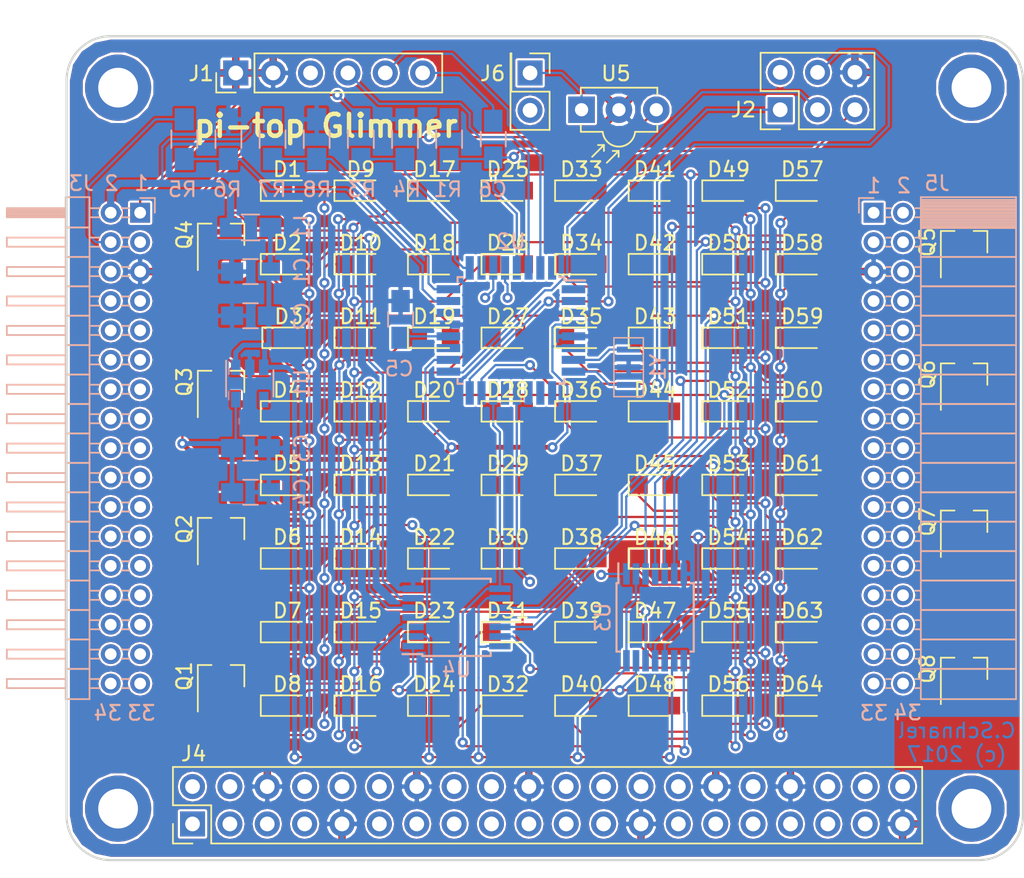
<source format=kicad_pcb>
(kicad_pcb (version 20170123) (host pcbnew "(2017-05-14 revision 14bb238b3)-makepkg")
  (title_block (title "pi-top Glimmer") (date 5/18/2017) (rev 1.0) (comment 1 "Based on pi-top_Template board definition") (comment 2 "Practice I2C Design & Programming") (comment 3 "Visual Distraction, Voltage Monitor, IR Receiver") (comment 4 "pi-top Accessory Buss Board"))
  (layers (0 F.Cu signal) (1 In1.Cu signal) (2 In2.Cu signal) (31 B.Cu signal) (34 B.Paste user) (35 F.Paste user) (36 B.SilkS user) (37 F.SilkS user) (38 B.Mask user) (39 F.Mask user) (44 Edge.Cuts user))
  (net 0 "")
  (net 1 BCM-24)
  (net 2 MOSI_BCM-10)
  (net 3 BCM-22)
  (net 4 BCM-23)
  (net 5 PCM_D_BCM-27)
  (net 6 PCM_C_BCM-18)
  (net 7 GPCLK0-BCM-4)
  (net 8 BCM-17)
  (net 9 RXD_BCM-15)
  (net 10 HUB_3V3_PRST)
  (net 11 HUB_3V3)
  (net 12 HUB_5V)
  (net 13 HUB_PWR)
  (net 14 SPDIF_OUT)
  (net 15 SCL_BCM-3)
  (net 16 SDA_BCM-2)
  (net 17 ID_SC_BCM-1)
  (net 18 BCM-5)
  (net 19 ID_SD_BCM-0)
  (net 20 CE1_BCM-7)
  (net 21 MISO_BCM-9)
  (net 22 BCM-25)
  (net 23 CE0_BCM-8)
  (net 24 SCLK_BCM-11)
  (net 25 BCM-13)
  (net 26 MISO_BCM-19)
  (net 27 BCM-12)
  (net 28 BCM-6)
  (net 29 BCM-16)
  (net 30 BCM-26)
  (net 31 SCLK_BCM-21)
  (net 32 MOSI_BCM-20)
  (net 33 +5V)
  (net 34 GND)
  (net 35 +3V3)
  (net 36 "Net-(C5-Pad1)")
  (net 37 ~Reset)
  (net 38 DTR)
  (net 39 "Net-(D1-Pad1)")
  (net 40 "Net-(D1-Pad2)")
  (net 41 "Net-(D10-Pad2)")
  (net 42 "Net-(D11-Pad2)")
  (net 43 "Net-(D12-Pad2)")
  (net 44 "Net-(D13-Pad2)")
  (net 45 "Net-(D14-Pad2)")
  (net 46 "Net-(D15-Pad2)")
  (net 47 "Net-(D16-Pad2)")
  (net 48 "Net-(D10-Pad1)")
  (net 49 AVR_TXO)
  (net 50 AVR_RXI)
  (net 51 "Net-(J1-Pad3)")
  (net 52 AVR_MOSI)
  (net 53 AVR_SCK)
  (net 54 "Net-(J2-Pad2)")
  (net 55 AVR_MISO)
  (net 56 TXD_BCM-14)
  (net 57 "Net-(J6-Pad1)")
  (net 58 "Net-(Q6-Pad1)")
  (net 59 PWR_SENS)
  (net 60 3V3_SENS)
  (net 61 5V_SENS)
  (net 62 "Net-(D17-Pad1)")
  (net 63 "Net-(D25-Pad1)")
  (net 64 "Net-(D33-Pad1)")
  (net 65 "Net-(U2-Pad26)")
  (net 66 "Net-(U2-Pad22)")
  (net 67 "Net-(U2-Pad19)")
  (net 68 LED_C)
  (net 69 LED_D)
  (net 70 "Net-(U2-Pad8)")
  (net 71 "Net-(U2-Pad7)")
  (net 72 "Net-(D41-Pad1)")
  (net 73 "Net-(D49-Pad1)")
  (net 74 "Net-(D57-Pad1)")
  (net 75 "Net-(Q1-Pad1)")
  (net 76 "Net-(Q2-Pad1)")
  (net 77 "Net-(Q3-Pad1)")
  (net 78 "Net-(Q4-Pad1)")
  (net 79 "Net-(Q5-Pad1)")
  (net 80 "Net-(Q7-Pad1)")
  (net 81 "Net-(Q8-Pad1)")
  (net 82 "Net-(U2-Pad32)")
  (net 83 "Net-(U2-Pad13)")
  (net 84 "Net-(U2-Pad11)")
  (net 85 "Net-(U2-Pad10)")
  (net 86 "Net-(U2-Pad9)")
  (net 87 "Net-(U2-Pad2)")
  (net 88 "Net-(U2-Pad1)")
  (module Socket_Strips:Socket_Strip_Angled_2x17_Pitch2.00mm (layer B.Cu) (at 92.85 86 180)
    (fp_text reference J5 (at -4.31 2 180) (layer B.SilkS) (effects (justify mirror)))
    (fp_text value CONN_02X17)
    (pad 1 thru_hole rect (at 0 0 180) (size 1.35 1.35) (drill 0.8) (layers *.Cu *.Mask) (net 13 HUB_PWR))
    (pad 2 thru_hole oval (at -2 0 180) (size 1.35 1.35) (drill 0.8) (layers *.Cu *.Mask) (net 12 HUB_5V))
    (pad 3 thru_hole oval (at 0 -2 180) (size 1.35 1.35) (drill 0.8) (layers *.Cu *.Mask) (net 10 HUB_3V3_PRST))
    (pad 4 thru_hole oval (at -2 -2 180) (size 1.35 1.35) (drill 0.8) (layers *.Cu *.Mask) (net 11 HUB_3V3))
    (pad 5 thru_hole oval (at 0 -4 180) (size 1.35 1.35) (drill 0.8) (layers *.Cu *.Mask) (net 34 GND))
    (pad 6 thru_hole oval (at -2 -4 180) (size 1.35 1.35) (drill 0.8) (layers *.Cu *.Mask) (net 14 SPDIF_OUT))
    (pad 7 thru_hole oval (at 0 -6 180) (size 1.35 1.35) (drill 0.8) (layers *.Cu *.Mask) (net 16 SDA_BCM-2))
    (pad 8 thru_hole oval (at -2 -6 180) (size 1.35 1.35) (drill 0.8) (layers *.Cu *.Mask) (net 15 SCL_BCM-3))
    (pad 9 thru_hole oval (at 0 -8 180) (size 1.35 1.35) (drill 0.8) (layers *.Cu *.Mask) (net 7 GPCLK0-BCM-4))
    (pad 10 thru_hole oval (at -2 -8 180) (size 1.35 1.35) (drill 0.8) (layers *.Cu *.Mask) (net 56 TXD_BCM-14))
    (pad 11 thru_hole oval (at 0 -10 180) (size 1.35 1.35) (drill 0.8) (layers *.Cu *.Mask) (net 9 RXD_BCM-15))
    (pad 12 thru_hole oval (at -2 -10 180) (size 1.35 1.35) (drill 0.8) (layers *.Cu *.Mask) (net 8 BCM-17))
    (pad 13 thru_hole oval (at 0 -12 180) (size 1.35 1.35) (drill 0.8) (layers *.Cu *.Mask) (net 6 PCM_C_BCM-18))
    (pad 14 thru_hole oval (at -2 -12 180) (size 1.35 1.35) (drill 0.8) (layers *.Cu *.Mask) (net 5 PCM_D_BCM-27))
    (pad 15 thru_hole oval (at 0 -14 180) (size 1.35 1.35) (drill 0.8) (layers *.Cu *.Mask) (net 3 BCM-22))
    (pad 16 thru_hole oval (at -2 -14 180) (size 1.35 1.35) (drill 0.8) (layers *.Cu *.Mask) (net 4 BCM-23))
    (pad 17 thru_hole oval (at 0 -16 180) (size 1.35 1.35) (drill 0.8) (layers *.Cu *.Mask) (net 1 BCM-24))
    (pad 18 thru_hole oval (at -2 -16 180) (size 1.35 1.35) (drill 0.8) (layers *.Cu *.Mask) (net 2 MOSI_BCM-10))
    (pad 19 thru_hole oval (at 0 -18 180) (size 1.35 1.35) (drill 0.8) (layers *.Cu *.Mask) (net 21 MISO_BCM-9))
    (pad 20 thru_hole oval (at -2 -18 180) (size 1.35 1.35) (drill 0.8) (layers *.Cu *.Mask) (net 22 BCM-25))
    (pad 21 thru_hole oval (at 0 -20 180) (size 1.35 1.35) (drill 0.8) (layers *.Cu *.Mask) (net 24 SCLK_BCM-11))
    (pad 22 thru_hole oval (at -2 -20 180) (size 1.35 1.35) (drill 0.8) (layers *.Cu *.Mask) (net 23 CE0_BCM-8))
    (pad 23 thru_hole oval (at 0 -22 180) (size 1.35 1.35) (drill 0.8) (layers *.Cu *.Mask) (net 20 CE1_BCM-7))
    (pad 24 thru_hole oval (at -2 -22 180) (size 1.35 1.35) (drill 0.8) (layers *.Cu *.Mask) (net 19 ID_SD_BCM-0))
    (pad 25 thru_hole oval (at 0 -24 180) (size 1.35 1.35) (drill 0.8) (layers *.Cu *.Mask) (net 17 ID_SC_BCM-1))
    (pad 26 thru_hole oval (at -2 -24 180) (size 1.35 1.35) (drill 0.8) (layers *.Cu *.Mask) (net 18 BCM-5))
    (pad 27 thru_hole oval (at 0 -26 180) (size 1.35 1.35) (drill 0.8) (layers *.Cu *.Mask) (net 28 BCM-6))
    (pad 28 thru_hole oval (at -2 -26 180) (size 1.35 1.35) (drill 0.8) (layers *.Cu *.Mask) (net 27 BCM-12))
    (pad 29 thru_hole oval (at 0 -28 180) (size 1.35 1.35) (drill 0.8) (layers *.Cu *.Mask) (net 25 BCM-13))
    (pad 30 thru_hole oval (at -2 -28 180) (size 1.35 1.35) (drill 0.8) (layers *.Cu *.Mask) (net 26 MISO_BCM-19))
    (pad 31 thru_hole oval (at 0 -30 180) (size 1.35 1.35) (drill 0.8) (layers *.Cu *.Mask) (net 29 BCM-16))
    (pad 32 thru_hole oval (at -2 -30 180) (size 1.35 1.35) (drill 0.8) (layers *.Cu *.Mask) (net 30 BCM-26))
    (pad 33 thru_hole oval (at 0 -32 180) (size 1.35 1.35) (drill 0.8) (layers *.Cu *.Mask) (net 32 MOSI_BCM-20))
    (pad 34 thru_hole oval (at -2 -32 180) (size 1.35 1.35) (drill 0.8) (layers *.Cu *.Mask) (net 31 SCLK_BCM-21))
  )
  (module Pin_Headers:Pin_Header_Angled_2x17_Pitch2.00mm (layer B.Cu) (at 43 86 180)
    (fp_text reference J3 (at 4 2 180) (layer B.SilkS) (effects (justify mirror)))
    (fp_text value CONN_02X17)
    (pad 1 thru_hole rect (at 0 0 180) (size 1.35 1.35) (drill 0.8) (layers *.Cu *.Mask) (net 13 HUB_PWR))
    (pad 2 thru_hole oval (at 2 0 180) (size 1.35 1.35) (drill 0.8) (layers *.Cu *.Mask) (net 12 HUB_5V))
    (pad 3 thru_hole oval (at 0 -2 180) (size 1.35 1.35) (drill 0.8) (layers *.Cu *.Mask) (net 10 HUB_3V3_PRST))
    (pad 4 thru_hole oval (at 2 -2 180) (size 1.35 1.35) (drill 0.8) (layers *.Cu *.Mask) (net 11 HUB_3V3))
    (pad 5 thru_hole oval (at 0 -4 180) (size 1.35 1.35) (drill 0.8) (layers *.Cu *.Mask) (net 34 GND))
    (pad 6 thru_hole oval (at 2 -4 180) (size 1.35 1.35) (drill 0.8) (layers *.Cu *.Mask) (net 14 SPDIF_OUT))
    (pad 7 thru_hole oval (at 0 -6 180) (size 1.35 1.35) (drill 0.8) (layers *.Cu *.Mask) (net 16 SDA_BCM-2))
    (pad 8 thru_hole oval (at 2 -6 180) (size 1.35 1.35) (drill 0.8) (layers *.Cu *.Mask) (net 15 SCL_BCM-3))
    (pad 9 thru_hole oval (at 0 -8 180) (size 1.35 1.35) (drill 0.8) (layers *.Cu *.Mask) (net 7 GPCLK0-BCM-4))
    (pad 10 thru_hole oval (at 2 -8 180) (size 1.35 1.35) (drill 0.8) (layers *.Cu *.Mask) (net 56 TXD_BCM-14))
    (pad 11 thru_hole oval (at 0 -10 180) (size 1.35 1.35) (drill 0.8) (layers *.Cu *.Mask) (net 9 RXD_BCM-15))
    (pad 12 thru_hole oval (at 2 -10 180) (size 1.35 1.35) (drill 0.8) (layers *.Cu *.Mask) (net 8 BCM-17))
    (pad 13 thru_hole oval (at 0 -12 180) (size 1.35 1.35) (drill 0.8) (layers *.Cu *.Mask) (net 6 PCM_C_BCM-18))
    (pad 14 thru_hole oval (at 2 -12 180) (size 1.35 1.35) (drill 0.8) (layers *.Cu *.Mask) (net 5 PCM_D_BCM-27))
    (pad 15 thru_hole oval (at 0 -14 180) (size 1.35 1.35) (drill 0.8) (layers *.Cu *.Mask) (net 3 BCM-22))
    (pad 16 thru_hole oval (at 2 -14 180) (size 1.35 1.35) (drill 0.8) (layers *.Cu *.Mask) (net 4 BCM-23))
    (pad 17 thru_hole oval (at 0 -16 180) (size 1.35 1.35) (drill 0.8) (layers *.Cu *.Mask) (net 1 BCM-24))
    (pad 18 thru_hole oval (at 2 -16 180) (size 1.35 1.35) (drill 0.8) (layers *.Cu *.Mask) (net 2 MOSI_BCM-10))
    (pad 19 thru_hole oval (at 0 -18 180) (size 1.35 1.35) (drill 0.8) (layers *.Cu *.Mask) (net 21 MISO_BCM-9))
    (pad 20 thru_hole oval (at 2 -18 180) (size 1.35 1.35) (drill 0.8) (layers *.Cu *.Mask) (net 22 BCM-25))
    (pad 21 thru_hole oval (at 0 -20 180) (size 1.35 1.35) (drill 0.8) (layers *.Cu *.Mask) (net 24 SCLK_BCM-11))
    (pad 22 thru_hole oval (at 2 -20 180) (size 1.35 1.35) (drill 0.8) (layers *.Cu *.Mask) (net 23 CE0_BCM-8))
    (pad 23 thru_hole oval (at 0 -22 180) (size 1.35 1.35) (drill 0.8) (layers *.Cu *.Mask) (net 20 CE1_BCM-7))
    (pad 24 thru_hole oval (at 2 -22 180) (size 1.35 1.35) (drill 0.8) (layers *.Cu *.Mask) (net 19 ID_SD_BCM-0))
    (pad 25 thru_hole oval (at 0 -24 180) (size 1.35 1.35) (drill 0.8) (layers *.Cu *.Mask) (net 17 ID_SC_BCM-1))
    (pad 26 thru_hole oval (at 2 -24 180) (size 1.35 1.35) (drill 0.8) (layers *.Cu *.Mask) (net 18 BCM-5))
    (pad 27 thru_hole oval (at 0 -26 180) (size 1.35 1.35) (drill 0.8) (layers *.Cu *.Mask) (net 28 BCM-6))
    (pad 28 thru_hole oval (at 2 -26 180) (size 1.35 1.35) (drill 0.8) (layers *.Cu *.Mask) (net 27 BCM-12))
    (pad 29 thru_hole oval (at 0 -28 180) (size 1.35 1.35) (drill 0.8) (layers *.Cu *.Mask) (net 25 BCM-13))
    (pad 30 thru_hole oval (at 2 -28 180) (size 1.35 1.35) (drill 0.8) (layers *.Cu *.Mask) (net 26 MISO_BCM-19))
    (pad 31 thru_hole oval (at 0 -30 180) (size 1.35 1.35) (drill 0.8) (layers *.Cu *.Mask) (net 29 BCM-16))
    (pad 32 thru_hole oval (at 2 -30 180) (size 1.35 1.35) (drill 0.8) (layers *.Cu *.Mask) (net 30 BCM-26))
    (pad 33 thru_hole oval (at 0 -32 180) (size 1.35 1.35) (drill 0.8) (layers *.Cu *.Mask) (net 32 MOSI_BCM-20))
    (pad 34 thru_hole oval (at 2 -32 180) (size 1.35 1.35) (drill 0.8) (layers *.Cu *.Mask) (net 31 SCLK_BCM-21))
  )
  (module Pin_Headers:Pin_Header_Straight_2x01_Pitch2.54mm (layer F.Cu) (at 69.5 76.5 270)
    (fp_text reference J6 (at 0.04 2.544) (layer F.SilkS))
    (fp_text value CONN_02X01)
    (pad 2 thru_hole oval (at 2.54 0 270) (size 1.7 1.7) (drill 1) (layers *.Cu *.Mask) (net 8 BCM-17))
    (pad 1 thru_hole rect (at 0 0 270) (size 1.7 1.7) (drill 1) (layers *.Cu *.Mask) (net 57 "Net-(J6-Pad1)"))
  )
  (module Pin_Headers:Pin_Header_Straight_2x20_Pitch2.54mm (layer F.Cu) (at 46.56 127.54 90)
    (fp_text reference J4 (at 4.772 0.076 180) (layer F.SilkS))
    (fp_text value CONN_02X20)
    (pad 40 thru_hole oval (at 2.54 48.26 90) (size 1.7 1.7) (drill 1) (layers *.Cu *.Mask) (net 31 SCLK_BCM-21))
    (pad 39 thru_hole oval (at 0 48.26 90) (size 1.7 1.7) (drill 1) (layers *.Cu *.Mask) (net 34 GND))
    (pad 38 thru_hole oval (at 2.54 45.72 90) (size 1.7 1.7) (drill 1) (layers *.Cu *.Mask) (net 32 MOSI_BCM-20))
    (pad 37 thru_hole oval (at 0 45.72 90) (size 1.7 1.7) (drill 1) (layers *.Cu *.Mask) (net 30 BCM-26))
    (pad 36 thru_hole oval (at 2.54 43.18 90) (size 1.7 1.7) (drill 1) (layers *.Cu *.Mask) (net 29 BCM-16))
    (pad 35 thru_hole oval (at 0 43.18 90) (size 1.7 1.7) (drill 1) (layers *.Cu *.Mask) (net 26 MISO_BCM-19))
    (pad 34 thru_hole oval (at 2.54 40.64 90) (size 1.7 1.7) (drill 1) (layers *.Cu *.Mask) (net 34 GND))
    (pad 33 thru_hole oval (at 0 40.64 90) (size 1.7 1.7) (drill 1) (layers *.Cu *.Mask) (net 25 BCM-13))
    (pad 32 thru_hole oval (at 2.54 38.1 90) (size 1.7 1.7) (drill 1) (layers *.Cu *.Mask) (net 27 BCM-12))
    (pad 31 thru_hole oval (at 0 38.1 90) (size 1.7 1.7) (drill 1) (layers *.Cu *.Mask) (net 28 BCM-6))
    (pad 30 thru_hole oval (at 2.54 35.56 90) (size 1.7 1.7) (drill 1) (layers *.Cu *.Mask) (net 34 GND))
    (pad 29 thru_hole oval (at 0 35.56 90) (size 1.7 1.7) (drill 1) (layers *.Cu *.Mask) (net 18 BCM-5))
    (pad 28 thru_hole oval (at 2.54 33.02 90) (size 1.7 1.7) (drill 1) (layers *.Cu *.Mask) (net 17 ID_SC_BCM-1))
    (pad 27 thru_hole oval (at 0 33.02 90) (size 1.7 1.7) (drill 1) (layers *.Cu *.Mask) (net 19 ID_SD_BCM-0))
    (pad 26 thru_hole oval (at 2.54 30.48 90) (size 1.7 1.7) (drill 1) (layers *.Cu *.Mask) (net 20 CE1_BCM-7))
    (pad 25 thru_hole oval (at 0 30.48 90) (size 1.7 1.7) (drill 1) (layers *.Cu *.Mask) (net 34 GND))
    (pad 24 thru_hole oval (at 2.54 27.94 90) (size 1.7 1.7) (drill 1) (layers *.Cu *.Mask) (net 23 CE0_BCM-8))
    (pad 23 thru_hole oval (at 0 27.94 90) (size 1.7 1.7) (drill 1) (layers *.Cu *.Mask) (net 24 SCLK_BCM-11))
    (pad 22 thru_hole oval (at 2.54 25.4 90) (size 1.7 1.7) (drill 1) (layers *.Cu *.Mask) (net 22 BCM-25))
    (pad 21 thru_hole oval (at 0 25.4 90) (size 1.7 1.7) (drill 1) (layers *.Cu *.Mask) (net 21 MISO_BCM-9))
    (pad 20 thru_hole oval (at 2.54 22.86 90) (size 1.7 1.7) (drill 1) (layers *.Cu *.Mask) (net 34 GND))
    (pad 19 thru_hole oval (at 0 22.86 90) (size 1.7 1.7) (drill 1) (layers *.Cu *.Mask) (net 2 MOSI_BCM-10))
    (pad 18 thru_hole oval (at 2.54 20.32 90) (size 1.7 1.7) (drill 1) (layers *.Cu *.Mask) (net 1 BCM-24))
    (pad 17 thru_hole oval (at 0 20.32 90) (size 1.7 1.7) (drill 1) (layers *.Cu *.Mask) (net 35 +3V3))
    (pad 16 thru_hole oval (at 2.54 17.78 90) (size 1.7 1.7) (drill 1) (layers *.Cu *.Mask) (net 4 BCM-23))
    (pad 15 thru_hole oval (at 0 17.78 90) (size 1.7 1.7) (drill 1) (layers *.Cu *.Mask) (net 3 BCM-22))
    (pad 14 thru_hole oval (at 2.54 15.24 90) (size 1.7 1.7) (drill 1) (layers *.Cu *.Mask) (net 34 GND))
    (pad 13 thru_hole oval (at 0 15.24 90) (size 1.7 1.7) (drill 1) (layers *.Cu *.Mask) (net 5 PCM_D_BCM-27))
    (pad 12 thru_hole oval (at 2.54 12.7 90) (size 1.7 1.7) (drill 1) (layers *.Cu *.Mask) (net 6 PCM_C_BCM-18))
    (pad 11 thru_hole oval (at 0 12.7 90) (size 1.7 1.7) (drill 1) (layers *.Cu *.Mask) (net 8 BCM-17))
    (pad 10 thru_hole oval (at 2.54 10.16 90) (size 1.7 1.7) (drill 1) (layers *.Cu *.Mask) (net 9 RXD_BCM-15))
    (pad 9 thru_hole oval (at 0 10.16 90) (size 1.7 1.7) (drill 1) (layers *.Cu *.Mask) (net 34 GND))
    (pad 8 thru_hole oval (at 2.54 7.62 90) (size 1.7 1.7) (drill 1) (layers *.Cu *.Mask) (net 56 TXD_BCM-14))
    (pad 7 thru_hole oval (at 0 7.62 90) (size 1.7 1.7) (drill 1) (layers *.Cu *.Mask) (net 7 GPCLK0-BCM-4))
    (pad 6 thru_hole oval (at 2.54 5.08 90) (size 1.7 1.7) (drill 1) (layers *.Cu *.Mask) (net 34 GND))
    (pad 5 thru_hole oval (at 0 5.08 90) (size 1.7 1.7) (drill 1) (layers *.Cu *.Mask) (net 15 SCL_BCM-3))
    (pad 4 thru_hole oval (at 2.54 2.54 90) (size 1.7 1.7) (drill 1) (layers *.Cu *.Mask) (net 12 HUB_5V))
    (pad 3 thru_hole oval (at 0 2.54 90) (size 1.7 1.7) (drill 1) (layers *.Cu *.Mask) (net 16 SDA_BCM-2))
    (pad 2 thru_hole oval (at 2.54 0 90) (size 1.7 1.7) (drill 1) (layers *.Cu *.Mask) (net 12 HUB_5V))
    (pad 1 thru_hole rect (at 0 0 90) (size 1.7 1.7) (drill 1) (layers *.Cu *.Mask) (net 35 +3V3))
  )
  (module Housings_SSOP:TSSOP-14_4.4x5mm_Pitch0.65mm (layer B.Cu) (at 78 113.5 270)
    (fp_text reference U3 (at 0 3.55 270) (layer B.SilkS) (effects (justify mirror)))
    (fp_text value 74LV164)
    (pad 1 smd rect (at -2.95 1.95 270) (size 1.45 0.45) (layers B.Cu B.Paste B.Mask) (net 69 LED_D))
    (pad 2 smd rect (at -2.95 1.3 270) (size 1.45 0.45) (layers B.Cu B.Paste B.Mask) (net 33 +5V))
    (pad 3 smd rect (at -2.95 0.65 270) (size 1.45 0.45) (layers B.Cu B.Paste B.Mask) (net 40 "Net-(D1-Pad2)"))
    (pad 4 smd rect (at -2.95 0 270) (size 1.45 0.45) (layers B.Cu B.Paste B.Mask) (net 41 "Net-(D10-Pad2)"))
    (pad 5 smd rect (at -2.95 -0.65 270) (size 1.45 0.45) (layers B.Cu B.Paste B.Mask) (net 42 "Net-(D11-Pad2)"))
    (pad 6 smd rect (at -2.95 -1.3 270) (size 1.45 0.45) (layers B.Cu B.Paste B.Mask) (net 43 "Net-(D12-Pad2)"))
    (pad 7 smd rect (at -2.95 -1.95 270) (size 1.45 0.45) (layers B.Cu B.Paste B.Mask) (net 34 GND))
    (pad 8 smd rect (at 2.95 -1.95 270) (size 1.45 0.45) (layers B.Cu B.Paste B.Mask) (net 68 LED_C))
    (pad 9 smd rect (at 2.95 -1.3 270) (size 1.45 0.45) (layers B.Cu B.Paste B.Mask) (net 33 +5V))
    (pad 10 smd rect (at 2.95 -0.65 270) (size 1.45 0.45) (layers B.Cu B.Paste B.Mask) (net 44 "Net-(D13-Pad2)"))
    (pad 11 smd rect (at 2.95 0 270) (size 1.45 0.45) (layers B.Cu B.Paste B.Mask) (net 45 "Net-(D14-Pad2)"))
    (pad 12 smd rect (at 2.95 0.65 270) (size 1.45 0.45) (layers B.Cu B.Paste B.Mask) (net 46 "Net-(D15-Pad2)"))
    (pad 13 smd rect (at 2.95 1.3 270) (size 1.45 0.45) (layers B.Cu B.Paste B.Mask) (net 47 "Net-(D16-Pad2)"))
    (pad 14 smd rect (at 2.95 1.95 270) (size 1.45 0.45) (layers B.Cu B.Paste B.Mask) (net 33 +5V))
  )
  (module Housings_SSOP:TSSOP-14_4.4x5mm_Pitch0.65mm (layer B.Cu) (at 64.5 113.5)
    (fp_text reference U4 (at 0 3.55) (layer B.SilkS) (effects (justify mirror)))
    (fp_text value 74LV164)
    (pad 14 smd rect (at 2.95 1.95) (size 1.45 0.45) (layers B.Cu B.Paste B.Mask) (net 33 +5V))
    (pad 13 smd rect (at 2.95 1.3) (size 1.45 0.45) (layers B.Cu B.Paste B.Mask) (net 81 "Net-(Q8-Pad1)"))
    (pad 12 smd rect (at 2.95 0.65) (size 1.45 0.45) (layers B.Cu B.Paste B.Mask) (net 80 "Net-(Q7-Pad1)"))
    (pad 11 smd rect (at 2.95 0) (size 1.45 0.45) (layers B.Cu B.Paste B.Mask) (net 58 "Net-(Q6-Pad1)"))
    (pad 10 smd rect (at 2.95 -0.65) (size 1.45 0.45) (layers B.Cu B.Paste B.Mask) (net 79 "Net-(Q5-Pad1)"))
    (pad 9 smd rect (at 2.95 -1.3) (size 1.45 0.45) (layers B.Cu B.Paste B.Mask) (net 33 +5V))
    (pad 8 smd rect (at 2.95 -1.95) (size 1.45 0.45) (layers B.Cu B.Paste B.Mask) (net 68 LED_C))
    (pad 7 smd rect (at -2.95 -1.95) (size 1.45 0.45) (layers B.Cu B.Paste B.Mask) (net 34 GND))
    (pad 6 smd rect (at -2.95 -1.3) (size 1.45 0.45) (layers B.Cu B.Paste B.Mask) (net 78 "Net-(Q4-Pad1)"))
    (pad 5 smd rect (at -2.95 -0.65) (size 1.45 0.45) (layers B.Cu B.Paste B.Mask) (net 77 "Net-(Q3-Pad1)"))
    (pad 4 smd rect (at -2.95 0) (size 1.45 0.45) (layers B.Cu B.Paste B.Mask) (net 76 "Net-(Q2-Pad1)"))
    (pad 3 smd rect (at -2.95 0.65) (size 1.45 0.45) (layers B.Cu B.Paste B.Mask) (net 75 "Net-(Q1-Pad1)"))
    (pad 2 smd rect (at -2.95 1.3) (size 1.45 0.45) (layers B.Cu B.Paste B.Mask) (net 33 +5V))
    (pad 1 smd rect (at -2.95 1.95) (size 1.45 0.45) (layers B.Cu B.Paste B.Mask) (net 47 "Net-(D16-Pad2)"))
  )
  (module TO_SOT_Packages_SMD:SOT-23-5 (layer B.Cu) (at 50.45 97.6 270)
    (fp_text reference U1 (at 0.022 -3.552 270) (layer B.SilkS) (effects (justify mirror)))
    (fp_text value TLV70033DDC)
    (pad 5 smd rect (at 1.1 0.95 270) (size 1.06 0.65) (layers B.Cu B.Paste B.Mask) (net 35 +3V3))
    (pad 4 smd rect (at 1.1 -0.95 270) (size 1.06 0.65) (layers B.Cu B.Paste B.Mask))
    (pad 3 smd rect (at -1.1 -0.95 270) (size 1.06 0.65) (layers B.Cu B.Paste B.Mask) (net 33 +5V))
    (pad 2 smd rect (at -1.1 0 270) (size 1.06 0.65) (layers B.Cu B.Paste B.Mask) (net 34 GND))
    (pad 1 smd rect (at -1.1 0.95 270) (size 1.06 0.65) (layers B.Cu B.Paste B.Mask) (net 33 +5V))
  )
  (module TO_SOT_Packages_SMD:SOT-23_Handsoldering (layer F.Cu) (at 48.5 117.5 90)
    (fp_text reference Q1 (at 0 -2.5 90) (layer F.SilkS))
    (fp_text value IRFML8244)
    (pad 3 smd rect (at 1.5 0 90) (size 1.9 0.8) (layers F.Cu F.Paste F.Mask) (net 39 "Net-(D1-Pad1)"))
    (pad 2 smd rect (at -1.5 0.95 90) (size 1.9 0.8) (layers F.Cu F.Paste F.Mask) (net 34 GND))
    (pad 1 smd rect (at -1.5 -0.95 90) (size 1.9 0.8) (layers F.Cu F.Paste F.Mask) (net 75 "Net-(Q1-Pad1)"))
  )
  (module LEDs:LED_0805 (layer F.Cu) (at 63 89.5)
    (fp_text reference D18 (at 0 -1.45) (layer F.SilkS))
    (fp_text value RED)
    (pad 1 smd rect (at -1.1 0 180) (size 1.2 1.2) (layers F.Cu F.Paste F.Mask) (net 62 "Net-(D17-Pad1)"))
    (pad 2 smd rect (at 1.1 0 180) (size 1.2 1.2) (layers F.Cu F.Paste F.Mask) (net 41 "Net-(D10-Pad2)"))
  )
  (module Mounting_Holes:MountingHole_2.7mm_M2.5_ISO7380_Pad (layer F.Cu) (at 99.5 126.5)
    (fp_text reference REF** hide)
    (fp_text value MountingHole_2.7mm_M2.5_ISO7380_Pad hide)
    (pad 3 thru_hole circle (at 0 0) (size 4.5 4.5) (drill 2.7) (layers *.Cu *.Mask))
  )
  (module Mounting_Holes:MountingHole_2.7mm_M2.5_ISO7380_Pad (layer F.Cu) (at 41.5 126.5)
    (fp_text reference REF** hide)
    (fp_text value MountingHole_2.7mm_M2.5_ISO7380_Pad hide)
    (pad 4 thru_hole circle (at 0 0) (size 4.5 4.5) (drill 2.7) (layers *.Cu *.Mask))
  )
  (module Mounting_Holes:MountingHole_2.7mm_M2.5_ISO7380_Pad (layer F.Cu) (at 99.5 77.5)
    (fp_text reference REF** hide)
    (fp_text value MountingHole_2.7mm_M2.5_ISO7380_Pad hide)
    (pad 2 thru_hole circle (at 0 0) (size 4.5 4.5) (drill 2.7) (layers *.Cu *.Mask))
  )
  (module Mounting_Holes:MountingHole_2.7mm_M2.5_ISO7380_Pad (layer F.Cu) (at 41.5 77.5)
    (fp_text reference REF** hide)
    (fp_text value MountingHole_2.7mm_M2.5_ISO7380_Pad hide)
    (pad 1 thru_hole circle (at 0 0) (size 4.5 4.5) (drill 2.7) (layers *.Cu *.Mask))
  )
  (module Capacitors_SMD:C_0805_HandSoldering (layer B.Cu) (at 50.5 90 180)
    (fp_text reference C1 (at -3.502 0 270) (layer B.SilkS) (effects (justify mirror)))
    (fp_text value 10uF)
    (pad 1 smd rect (at -1.25 0 180) (size 1.5 1.25) (layers B.Cu B.Paste B.Mask) (net 33 +5V))
    (pad 2 smd rect (at 1.25 0 180) (size 1.5 1.25) (layers B.Cu B.Paste B.Mask) (net 34 GND))
  )
  (module Capacitors_SMD:C_0805_HandSoldering (layer B.Cu) (at 50.5 93 180)
    (fp_text reference C2 (at -3.502 -0.05 270) (layer B.SilkS) (effects (justify mirror)))
    (fp_text value 0.1uF)
    (pad 2 smd rect (at 1.25 0 180) (size 1.5 1.25) (layers B.Cu B.Paste B.Mask) (net 34 GND))
    (pad 1 smd rect (at -1.25 0 180) (size 1.5 1.25) (layers B.Cu B.Paste B.Mask) (net 33 +5V))
  )
  (module Capacitors_SMD:C_0805_HandSoldering (layer B.Cu) (at 50.5 102)
    (fp_text reference C3 (at 3.5 0 90) (layer B.SilkS) (effects (justify mirror)))
    (fp_text value 10uF)
    (pad 1 smd rect (at -1.25 0) (size 1.5 1.25) (layers B.Cu B.Paste B.Mask) (net 35 +3V3))
    (pad 2 smd rect (at 1.25 0) (size 1.5 1.25) (layers B.Cu B.Paste B.Mask) (net 34 GND))
  )
  (module Capacitors_SMD:C_0805_HandSoldering (layer B.Cu) (at 50.5 105)
    (fp_text reference C4 (at 3.5 0 90) (layer B.SilkS) (effects (justify mirror)))
    (fp_text value 0.1uF)
    (pad 2 smd rect (at 1.25 0) (size 1.5 1.25) (layers B.Cu B.Paste B.Mask) (net 34 GND))
    (pad 1 smd rect (at -1.25 0) (size 1.5 1.25) (layers B.Cu B.Paste B.Mask) (net 35 +3V3))
  )
  (module Capacitors_SMD:C_0805_HandSoldering (layer B.Cu) (at 60.7 93.25 90)
    (fp_text reference C5 (at -3.356 -0.094 180) (layer B.SilkS) (effects (justify mirror)))
    (fp_text value 0.1uF)
    (pad 1 smd rect (at -1.25 0 90) (size 1.5 1.25) (layers B.Cu B.Paste B.Mask) (net 36 "Net-(C5-Pad1)"))
    (pad 2 smd rect (at 1.25 0 90) (size 1.5 1.25) (layers B.Cu B.Paste B.Mask) (net 34 GND))
  )
  (module Capacitors_SMD:C_0805_HandSoldering (layer B.Cu) (at 67 81 270)
    (fp_text reference C6 (at 3.414 0.044) (layer B.SilkS) (effects (justify mirror)))
    (fp_text value 0.1uF)
    (pad 2 smd rect (at 1.25 0 270) (size 1.5 1.25) (layers B.Cu B.Paste B.Mask) (net 37 ~Reset))
    (pad 1 smd rect (at -1.25 0 270) (size 1.5 1.25) (layers B.Cu B.Paste B.Mask) (net 38 DTR))
  )
  (module LEDs:LED_0805 (layer F.Cu) (at 53 84.5)
    (fp_text reference D1 (at 0 -1.45) (layer F.SilkS))
    (fp_text value RED)
    (pad 1 smd rect (at -1.1 0 180) (size 1.2 1.2) (layers F.Cu F.Paste F.Mask) (net 39 "Net-(D1-Pad1)"))
    (pad 2 smd rect (at 1.1 0 180) (size 1.2 1.2) (layers F.Cu F.Paste F.Mask) (net 40 "Net-(D1-Pad2)"))
  )
  (module LEDs:LED_0805 (layer F.Cu) (at 53 89.5)
    (fp_text reference D2 (at 0 -1.45) (layer F.SilkS))
    (fp_text value RED)
    (pad 2 smd rect (at 1.1 0 180) (size 1.2 1.2) (layers F.Cu F.Paste F.Mask) (net 41 "Net-(D10-Pad2)"))
    (pad 1 smd rect (at -1.1 0 180) (size 1.2 1.2) (layers F.Cu F.Paste F.Mask) (net 39 "Net-(D1-Pad1)"))
  )
  (module LEDs:LED_0805 (layer F.Cu) (at 53.1 94.5)
    (fp_text reference D3 (at 0 -1.45) (layer F.SilkS))
    (fp_text value RED)
    (pad 1 smd rect (at -1.1 0 180) (size 1.2 1.2) (layers F.Cu F.Paste F.Mask) (net 39 "Net-(D1-Pad1)"))
    (pad 2 smd rect (at 1.1 0 180) (size 1.2 1.2) (layers F.Cu F.Paste F.Mask) (net 42 "Net-(D11-Pad2)"))
  )
  (module LEDs:LED_0805 (layer F.Cu) (at 53 99.5)
    (fp_text reference D4 (at 0 -1.45) (layer F.SilkS))
    (fp_text value RED)
    (pad 2 smd rect (at 1.1 0 180) (size 1.2 1.2) (layers F.Cu F.Paste F.Mask) (net 43 "Net-(D12-Pad2)"))
    (pad 1 smd rect (at -1.1 0 180) (size 1.2 1.2) (layers F.Cu F.Paste F.Mask) (net 39 "Net-(D1-Pad1)"))
  )
  (module LEDs:LED_0805 (layer F.Cu) (at 53 104.5)
    (fp_text reference D5 (at 0 -1.45) (layer F.SilkS))
    (fp_text value RED)
    (pad 1 smd rect (at -1.1 0 180) (size 1.2 1.2) (layers F.Cu F.Paste F.Mask) (net 39 "Net-(D1-Pad1)"))
    (pad 2 smd rect (at 1.1 0 180) (size 1.2 1.2) (layers F.Cu F.Paste F.Mask) (net 44 "Net-(D13-Pad2)"))
  )
  (module LEDs:LED_0805 (layer F.Cu) (at 53 109.5)
    (fp_text reference D6 (at 0 -1.45) (layer F.SilkS))
    (fp_text value RED)
    (pad 2 smd rect (at 1.1 0 180) (size 1.2 1.2) (layers F.Cu F.Paste F.Mask) (net 45 "Net-(D14-Pad2)"))
    (pad 1 smd rect (at -1.1 0 180) (size 1.2 1.2) (layers F.Cu F.Paste F.Mask) (net 39 "Net-(D1-Pad1)"))
  )
  (module LEDs:LED_0805 (layer F.Cu) (at 53 114.5)
    (fp_text reference D7 (at 0 -1.45) (layer F.SilkS))
    (fp_text value RED)
    (pad 1 smd rect (at -1.1 0 180) (size 1.2 1.2) (layers F.Cu F.Paste F.Mask) (net 39 "Net-(D1-Pad1)"))
    (pad 2 smd rect (at 1.1 0 180) (size 1.2 1.2) (layers F.Cu F.Paste F.Mask) (net 46 "Net-(D15-Pad2)"))
  )
  (module LEDs:LED_0805 (layer F.Cu) (at 53 119.5)
    (fp_text reference D8 (at 0 -1.45) (layer F.SilkS))
    (fp_text value RED)
    (pad 2 smd rect (at 1.1 0 180) (size 1.2 1.2) (layers F.Cu F.Paste F.Mask) (net 47 "Net-(D16-Pad2)"))
    (pad 1 smd rect (at -1.1 0 180) (size 1.2 1.2) (layers F.Cu F.Paste F.Mask) (net 39 "Net-(D1-Pad1)"))
  )
  (module LEDs:LED_0805 (layer F.Cu) (at 58 84.5)
    (fp_text reference D9 (at 0 -1.45) (layer F.SilkS))
    (fp_text value RED)
    (pad 2 smd rect (at 1.1 0 180) (size 1.2 1.2) (layers F.Cu F.Paste F.Mask) (net 40 "Net-(D1-Pad2)"))
    (pad 1 smd rect (at -1.1 0 180) (size 1.2 1.2) (layers F.Cu F.Paste F.Mask) (net 48 "Net-(D10-Pad1)"))
  )
  (module LEDs:LED_0805 (layer F.Cu) (at 58 89.5)
    (fp_text reference D10 (at 0 -1.45) (layer F.SilkS))
    (fp_text value RED)
    (pad 1 smd rect (at -1.1 0 180) (size 1.2 1.2) (layers F.Cu F.Paste F.Mask) (net 48 "Net-(D10-Pad1)"))
    (pad 2 smd rect (at 1.1 0 180) (size 1.2 1.2) (layers F.Cu F.Paste F.Mask) (net 41 "Net-(D10-Pad2)"))
  )
  (module LEDs:LED_0805 (layer F.Cu) (at 58 94.5)
    (fp_text reference D11 (at 0 -1.45) (layer F.SilkS))
    (fp_text value RED)
    (pad 2 smd rect (at 1.1 0 180) (size 1.2 1.2) (layers F.Cu F.Paste F.Mask) (net 42 "Net-(D11-Pad2)"))
    (pad 1 smd rect (at -1.1 0 180) (size 1.2 1.2) (layers F.Cu F.Paste F.Mask) (net 48 "Net-(D10-Pad1)"))
  )
  (module LEDs:LED_0805 (layer F.Cu) (at 58 99.5)
    (fp_text reference D12 (at 0 -1.45) (layer F.SilkS))
    (fp_text value RED)
    (pad 1 smd rect (at -1.1 0 180) (size 1.2 1.2) (layers F.Cu F.Paste F.Mask) (net 48 "Net-(D10-Pad1)"))
    (pad 2 smd rect (at 1.1 0 180) (size 1.2 1.2) (layers F.Cu F.Paste F.Mask) (net 43 "Net-(D12-Pad2)"))
  )
  (module LEDs:LED_0805 (layer F.Cu) (at 58 104.5)
    (fp_text reference D13 (at 0 -1.45) (layer F.SilkS))
    (fp_text value RED)
    (pad 2 smd rect (at 1.1 0 180) (size 1.2 1.2) (layers F.Cu F.Paste F.Mask) (net 44 "Net-(D13-Pad2)"))
    (pad 1 smd rect (at -1.1 0 180) (size 1.2 1.2) (layers F.Cu F.Paste F.Mask) (net 48 "Net-(D10-Pad1)"))
  )
  (module LEDs:LED_0805 (layer F.Cu) (at 58 109.5)
    (fp_text reference D14 (at 0 -1.45) (layer F.SilkS))
    (fp_text value RED)
    (pad 1 smd rect (at -1.1 0 180) (size 1.2 1.2) (layers F.Cu F.Paste F.Mask) (net 48 "Net-(D10-Pad1)"))
    (pad 2 smd rect (at 1.1 0 180) (size 1.2 1.2) (layers F.Cu F.Paste F.Mask) (net 45 "Net-(D14-Pad2)"))
  )
  (module LEDs:LED_0805 (layer F.Cu) (at 58 114.5)
    (fp_text reference D15 (at 0 -1.45) (layer F.SilkS))
    (fp_text value RED)
    (pad 2 smd rect (at 1.1 0 180) (size 1.2 1.2) (layers F.Cu F.Paste F.Mask) (net 46 "Net-(D15-Pad2)"))
    (pad 1 smd rect (at -1.1 0 180) (size 1.2 1.2) (layers F.Cu F.Paste F.Mask) (net 48 "Net-(D10-Pad1)"))
  )
  (module LEDs:LED_0805 (layer F.Cu) (at 58 119.5)
    (fp_text reference D16 (at 0 -1.45) (layer F.SilkS))
    (fp_text value RED)
    (pad 1 smd rect (at -1.1 0 180) (size 1.2 1.2) (layers F.Cu F.Paste F.Mask) (net 48 "Net-(D10-Pad1)"))
    (pad 2 smd rect (at 1.1 0 180) (size 1.2 1.2) (layers F.Cu F.Paste F.Mask) (net 47 "Net-(D16-Pad2)"))
  )
  (module Pin_Headers:Pin_Header_Straight_1x06_Pitch2.54mm (layer F.Cu) (at 49.5 76.5 90)
    (fp_text reference J1 (at -0.04 -2.356 180) (layer F.SilkS))
    (fp_text value CONN_01X06)
    (pad 6 thru_hole oval (at 0 12.7 90) (size 1.7 1.7) (drill 1) (layers *.Cu *.Mask) (net 38 DTR))
    (pad 5 thru_hole oval (at 0 10.16 90) (size 1.7 1.7) (drill 1) (layers *.Cu *.Mask) (net 49 AVR_TXO))
    (pad 4 thru_hole oval (at 0 7.62 90) (size 1.7 1.7) (drill 1) (layers *.Cu *.Mask) (net 50 AVR_RXI))
    (pad 3 thru_hole oval (at 0 5.08 90) (size 1.7 1.7) (drill 1) (layers *.Cu *.Mask) (net 51 "Net-(J1-Pad3)"))
    (pad 2 thru_hole oval (at 0 2.54 90) (size 1.7 1.7) (drill 1) (layers *.Cu *.Mask) (net 34 GND))
    (pad 1 thru_hole rect (at 0 0 90) (size 1.7 1.7) (drill 1) (layers *.Cu *.Mask) (net 34 GND))
  )
  (module Pin_Headers:Pin_Header_Straight_2x03_Pitch2.54mm (layer F.Cu) (at 86.5 79 90)
    (fp_text reference J2 (at 0 -2.5 180) (layer F.SilkS))
    (fp_text value CONN_02X03)
    (pad 6 thru_hole oval (at 2.54 5.08 90) (size 1.7 1.7) (drill 1) (layers *.Cu *.Mask) (net 34 GND))
    (pad 5 thru_hole oval (at 0 5.08 90) (size 1.7 1.7) (drill 1) (layers *.Cu *.Mask) (net 37 ~Reset))
    (pad 4 thru_hole oval (at 2.54 2.54 90) (size 1.7 1.7) (drill 1) (layers *.Cu *.Mask) (net 52 AVR_MOSI))
    (pad 3 thru_hole oval (at 0 2.54 90) (size 1.7 1.7) (drill 1) (layers *.Cu *.Mask) (net 53 AVR_SCK))
    (pad 2 thru_hole oval (at 2.54 0 90) (size 1.7 1.7) (drill 1) (layers *.Cu *.Mask) (net 54 "Net-(J2-Pad2)"))
    (pad 1 thru_hole rect (at 0 0 90) (size 1.7 1.7) (drill 1) (layers *.Cu *.Mask) (net 55 AVR_MISO))
  )
  (module Inductors_SMD:L_0805_HandSoldering (layer B.Cu) (at 50.5 87 180)
    (fp_text reference L1 (at -3.502 0 270) (layer B.SilkS) (effects (justify mirror)))
    (fp_text value 2.2uH)
    (pad 2 smd rect (at 1.35 0 180) (size 1.5 1.3) (layers B.Cu B.Paste B.Mask) (net 12 HUB_5V))
    (pad 1 smd rect (at -1.35 0 180) (size 1.5 1.3) (layers B.Cu B.Paste B.Mask) (net 33 +5V))
  )
  (module Resistors_SMD:R_0805_HandSoldering (layer B.Cu) (at 64 81 270)
    (fp_text reference R1 (at 3.414 0.092) (layer B.SilkS) (effects (justify mirror)))
    (fp_text value 10k)
    (pad 2 smd rect (at 1.35 0 270) (size 1.5 1.3) (layers B.Cu B.Paste B.Mask) (net 37 ~Reset))
    (pad 1 smd rect (at -1.35 0 270) (size 1.5 1.3) (layers B.Cu B.Paste B.Mask) (net 35 +3V3))
  )
  (module Resistors_SMD:R_0805_HandSoldering (layer B.Cu) (at 58 81 270)
    (fp_text reference R3 (at 3.414 -0.066) (layer B.SilkS) (effects (justify mirror)))
    (fp_text value 4.48k)
    (pad 1 smd rect (at -1.35 0 270) (size 1.5 1.3) (layers B.Cu B.Paste B.Mask) (net 13 HUB_PWR))
    (pad 2 smd rect (at 1.35 0 270) (size 1.5 1.3) (layers B.Cu B.Paste B.Mask) (net 59 PWR_SENS))
  )
  (module Resistors_SMD:R_0805_HandSoldering (layer B.Cu) (at 61 81 90)
    (fp_text reference R4 (at -3.414 0.114 180) (layer B.SilkS) (effects (justify mirror)))
    (fp_text value 715R)
    (pad 2 smd rect (at 1.35 0 90) (size 1.5 1.3) (layers B.Cu B.Paste B.Mask) (net 34 GND))
    (pad 1 smd rect (at -1.35 0 90) (size 1.5 1.3) (layers B.Cu B.Paste B.Mask) (net 59 PWR_SENS))
  )
  (module Resistors_SMD:R_0805_HandSoldering (layer B.Cu) (at 46 81 270)
    (fp_text reference R5 (at 3.414 0.126) (layer B.SilkS) (effects (justify mirror)))
    (fp_text value 300R)
    (pad 2 smd rect (at 1.35 0 270) (size 1.5 1.3) (layers B.Cu B.Paste B.Mask) (net 60 3V3_SENS))
    (pad 1 smd rect (at -1.35 0 270) (size 1.5 1.3) (layers B.Cu B.Paste B.Mask) (net 11 HUB_3V3))
  )
  (module Resistors_SMD:R_0805_HandSoldering (layer B.Cu) (at 49 81 90)
    (fp_text reference R6 (at -3.414 -0.078 180) (layer B.SilkS) (effects (justify mirror)))
    (fp_text value 3k)
    (pad 1 smd rect (at -1.35 0 90) (size 1.5 1.3) (layers B.Cu B.Paste B.Mask) (net 60 3V3_SENS))
    (pad 2 smd rect (at 1.35 0 90) (size 1.5 1.3) (layers B.Cu B.Paste B.Mask) (net 34 GND))
  )
  (module Resistors_SMD:R_0805_HandSoldering (layer B.Cu) (at 52 81 270)
    (fp_text reference R7 (at 3.414 0.03) (layer B.SilkS) (effects (justify mirror)))
    (fp_text value 2.2k)
    (pad 2 smd rect (at 1.35 0 270) (size 1.5 1.3) (layers B.Cu B.Paste B.Mask) (net 61 5V_SENS))
    (pad 1 smd rect (at -1.35 0 270) (size 1.5 1.3) (layers B.Cu B.Paste B.Mask) (net 12 HUB_5V))
  )
  (module Resistors_SMD:R_0805_HandSoldering (layer B.Cu) (at 55 81 90)
    (fp_text reference R8 (at -3.414 0.018 180) (layer B.SilkS) (effects (justify mirror)))
    (fp_text value 3.3k)
    (pad 1 smd rect (at -1.35 0 90) (size 1.5 1.3) (layers B.Cu B.Paste B.Mask) (net 61 5V_SENS))
    (pad 2 smd rect (at 1.35 0 90) (size 1.5 1.3) (layers B.Cu B.Paste B.Mask) (net 34 GND))
  )
  (module Opto-Devices:IRReceiver_Vishay_MINICAST-3pin (layer F.Cu) (at 73 79)
    (fp_text reference U5 (at 2.338 -2.46) (layer F.SilkS))
    (fp_text value TSOP38238)
    (pad 3 thru_hole circle (at 5.08 0) (size 1.8 1.8) (drill 0.9) (layers *.Cu *.Mask) (net 35 +3V3))
    (pad 2 thru_hole circle (at 2.54 0) (size 1.8 1.8) (drill 0.9) (layers *.Cu *.Mask) (net 34 GND))
    (pad 1 thru_hole rect (at 0 0) (size 1.8 1.8) (drill 0.9) (layers *.Cu *.Mask) (net 57 "Net-(J6-Pad1)"))
  )
  (module LEDs:LED_0805 (layer F.Cu) (at 63 84.5)
    (fp_text reference D17 (at 0 -1.45) (layer F.SilkS))
    (fp_text value RED)
    (pad 2 smd rect (at 1.1 0 180) (size 1.2 1.2) (layers F.Cu F.Paste F.Mask) (net 40 "Net-(D1-Pad2)"))
    (pad 1 smd rect (at -1.1 0 180) (size 1.2 1.2) (layers F.Cu F.Paste F.Mask) (net 62 "Net-(D17-Pad1)"))
  )
  (module LEDs:LED_0805 (layer F.Cu) (at 63 94.5)
    (fp_text reference D19 (at 0 -1.45) (layer F.SilkS))
    (fp_text value RED)
    (pad 2 smd rect (at 1.1 0 180) (size 1.2 1.2) (layers F.Cu F.Paste F.Mask) (net 42 "Net-(D11-Pad2)"))
    (pad 1 smd rect (at -1.1 0 180) (size 1.2 1.2) (layers F.Cu F.Paste F.Mask) (net 62 "Net-(D17-Pad1)"))
  )
  (module LEDs:LED_0805 (layer F.Cu) (at 63 99.5)
    (fp_text reference D20 (at 0 -1.45) (layer F.SilkS))
    (fp_text value RED)
    (pad 1 smd rect (at -1.1 0 180) (size 1.2 1.2) (layers F.Cu F.Paste F.Mask) (net 62 "Net-(D17-Pad1)"))
    (pad 2 smd rect (at 1.1 0 180) (size 1.2 1.2) (layers F.Cu F.Paste F.Mask) (net 43 "Net-(D12-Pad2)"))
  )
  (module LEDs:LED_0805 (layer F.Cu) (at 63 104.5)
    (fp_text reference D21 (at 0 -1.45) (layer F.SilkS))
    (fp_text value RED)
    (pad 2 smd rect (at 1.1 0 180) (size 1.2 1.2) (layers F.Cu F.Paste F.Mask) (net 44 "Net-(D13-Pad2)"))
    (pad 1 smd rect (at -1.1 0 180) (size 1.2 1.2) (layers F.Cu F.Paste F.Mask) (net 62 "Net-(D17-Pad1)"))
  )
  (module LEDs:LED_0805 (layer F.Cu) (at 63 109.5)
    (fp_text reference D22 (at 0 -1.45) (layer F.SilkS))
    (fp_text value RED)
    (pad 1 smd rect (at -1.1 0 180) (size 1.2 1.2) (layers F.Cu F.Paste F.Mask) (net 62 "Net-(D17-Pad1)"))
    (pad 2 smd rect (at 1.1 0 180) (size 1.2 1.2) (layers F.Cu F.Paste F.Mask) (net 45 "Net-(D14-Pad2)"))
  )
  (module LEDs:LED_0805 (layer F.Cu) (at 63 114.5)
    (fp_text reference D23 (at 0 -1.45) (layer F.SilkS))
    (fp_text value RED)
    (pad 2 smd rect (at 1.1 0 180) (size 1.2 1.2) (layers F.Cu F.Paste F.Mask) (net 46 "Net-(D15-Pad2)"))
    (pad 1 smd rect (at -1.1 0 180) (size 1.2 1.2) (layers F.Cu F.Paste F.Mask) (net 62 "Net-(D17-Pad1)"))
  )
  (module LEDs:LED_0805 (layer F.Cu) (at 63 119.5)
    (fp_text reference D24 (at 0 -1.45) (layer F.SilkS))
    (fp_text value RED)
    (pad 1 smd rect (at -1.1 0 180) (size 1.2 1.2) (layers F.Cu F.Paste F.Mask) (net 62 "Net-(D17-Pad1)"))
    (pad 2 smd rect (at 1.1 0 180) (size 1.2 1.2) (layers F.Cu F.Paste F.Mask) (net 47 "Net-(D16-Pad2)"))
  )
  (module LEDs:LED_0805 (layer F.Cu) (at 68 84.5)
    (fp_text reference D25 (at 0 -1.45) (layer F.SilkS))
    (fp_text value RED)
    (pad 2 smd rect (at 1.1 0 180) (size 1.2 1.2) (layers F.Cu F.Paste F.Mask) (net 40 "Net-(D1-Pad2)"))
    (pad 1 smd rect (at -1.1 0 180) (size 1.2 1.2) (layers F.Cu F.Paste F.Mask) (net 63 "Net-(D25-Pad1)"))
  )
  (module LEDs:LED_0805 (layer F.Cu) (at 68 89.5)
    (fp_text reference D26 (at 0 -1.45) (layer F.SilkS))
    (fp_text value RED)
    (pad 1 smd rect (at -1.1 0 180) (size 1.2 1.2) (layers F.Cu F.Paste F.Mask) (net 63 "Net-(D25-Pad1)"))
    (pad 2 smd rect (at 1.1 0 180) (size 1.2 1.2) (layers F.Cu F.Paste F.Mask) (net 41 "Net-(D10-Pad2)"))
  )
  (module LEDs:LED_0805 (layer F.Cu) (at 68 94.5)
    (fp_text reference D27 (at 0 -1.45) (layer F.SilkS))
    (fp_text value RED)
    (pad 2 smd rect (at 1.1 0 180) (size 1.2 1.2) (layers F.Cu F.Paste F.Mask) (net 42 "Net-(D11-Pad2)"))
    (pad 1 smd rect (at -1.1 0 180) (size 1.2 1.2) (layers F.Cu F.Paste F.Mask) (net 63 "Net-(D25-Pad1)"))
  )
  (module LEDs:LED_0805 (layer F.Cu) (at 68 99.5)
    (fp_text reference D28 (at 0 -1.45) (layer F.SilkS))
    (fp_text value RED)
    (pad 1 smd rect (at -1.1 0 180) (size 1.2 1.2) (layers F.Cu F.Paste F.Mask) (net 63 "Net-(D25-Pad1)"))
    (pad 2 smd rect (at 1.1 0 180) (size 1.2 1.2) (layers F.Cu F.Paste F.Mask) (net 43 "Net-(D12-Pad2)"))
  )
  (module LEDs:LED_0805 (layer F.Cu) (at 68 104.5)
    (fp_text reference D29 (at 0 -1.45) (layer F.SilkS))
    (fp_text value RED)
    (pad 2 smd rect (at 1.1 0 180) (size 1.2 1.2) (layers F.Cu F.Paste F.Mask) (net 44 "Net-(D13-Pad2)"))
    (pad 1 smd rect (at -1.1 0 180) (size 1.2 1.2) (layers F.Cu F.Paste F.Mask) (net 63 "Net-(D25-Pad1)"))
  )
  (module LEDs:LED_0805 (layer F.Cu) (at 68 109.5)
    (fp_text reference D30 (at 0 -1.45) (layer F.SilkS))
    (fp_text value RED)
    (pad 1 smd rect (at -1.1 0 180) (size 1.2 1.2) (layers F.Cu F.Paste F.Mask) (net 63 "Net-(D25-Pad1)"))
    (pad 2 smd rect (at 1.1 0 180) (size 1.2 1.2) (layers F.Cu F.Paste F.Mask) (net 45 "Net-(D14-Pad2)"))
  )
  (module LEDs:LED_0805 (layer F.Cu) (at 68 114.5)
    (fp_text reference D31 (at 0 -1.45) (layer F.SilkS))
    (fp_text value RED)
    (pad 2 smd rect (at 1.1 0 180) (size 1.2 1.2) (layers F.Cu F.Paste F.Mask) (net 46 "Net-(D15-Pad2)"))
    (pad 1 smd rect (at -1.1 0 180) (size 1.2 1.2) (layers F.Cu F.Paste F.Mask) (net 63 "Net-(D25-Pad1)"))
  )
  (module LEDs:LED_0805 (layer F.Cu) (at 68 119.5)
    (fp_text reference D32 (at 0 -1.45) (layer F.SilkS))
    (fp_text value RED)
    (pad 1 smd rect (at -1.1 0 180) (size 1.2 1.2) (layers F.Cu F.Paste F.Mask) (net 63 "Net-(D25-Pad1)"))
    (pad 2 smd rect (at 1.1 0 180) (size 1.2 1.2) (layers F.Cu F.Paste F.Mask) (net 47 "Net-(D16-Pad2)"))
  )
  (module LEDs:LED_0805 (layer F.Cu) (at 73 84.5)
    (fp_text reference D33 (at 0 -1.45) (layer F.SilkS))
    (fp_text value RED)
    (pad 2 smd rect (at 1.1 0 180) (size 1.2 1.2) (layers F.Cu F.Paste F.Mask) (net 40 "Net-(D1-Pad2)"))
    (pad 1 smd rect (at -1.1 0 180) (size 1.2 1.2) (layers F.Cu F.Paste F.Mask) (net 64 "Net-(D33-Pad1)"))
  )
  (module LEDs:LED_0805 (layer F.Cu) (at 73 89.5)
    (fp_text reference D34 (at 0 -1.45) (layer F.SilkS))
    (fp_text value RED)
    (pad 1 smd rect (at -1.1 0 180) (size 1.2 1.2) (layers F.Cu F.Paste F.Mask) (net 64 "Net-(D33-Pad1)"))
    (pad 2 smd rect (at 1.1 0 180) (size 1.2 1.2) (layers F.Cu F.Paste F.Mask) (net 41 "Net-(D10-Pad2)"))
  )
  (module Housings_QFP:TQFP-32_7x7mm_Pitch0.8mm (layer B.Cu) (at 68.2 94 180)
    (fp_text reference U2 (at 0 6.05 180) (layer B.SilkS) (effects (justify mirror)))
    (fp_text value ATMEGA328P-AU)
    (pad 32 smd rect (at -2.8 4.25 90) (size 1.6 0.55) (layers B.Cu B.Paste B.Mask) (net 82 "Net-(U2-Pad32)"))
    (pad 31 smd rect (at -2 4.25 90) (size 1.6 0.55) (layers B.Cu B.Paste B.Mask) (net 49 AVR_TXO))
    (pad 30 smd rect (at -1.2 4.25 90) (size 1.6 0.55) (layers B.Cu B.Paste B.Mask) (net 50 AVR_RXI))
    (pad 29 smd rect (at -0.4 4.25 90) (size 1.6 0.55) (layers B.Cu B.Paste B.Mask) (net 37 ~Reset))
    (pad 28 smd rect (at 0.4 4.25 90) (size 1.6 0.55) (layers B.Cu B.Paste B.Mask) (net 15 SCL_BCM-3))
    (pad 27 smd rect (at 1.2 4.25 90) (size 1.6 0.55) (layers B.Cu B.Paste B.Mask) (net 16 SDA_BCM-2))
    (pad 26 smd rect (at 2 4.25 90) (size 1.6 0.55) (layers B.Cu B.Paste B.Mask) (net 65 "Net-(U2-Pad26)"))
    (pad 25 smd rect (at 2.8 4.25 90) (size 1.6 0.55) (layers B.Cu B.Paste B.Mask) (net 59 PWR_SENS))
    (pad 24 smd rect (at 4.25 2.8 180) (size 1.6 0.55) (layers B.Cu B.Paste B.Mask) (net 61 5V_SENS))
    (pad 23 smd rect (at 4.25 2 180) (size 1.6 0.55) (layers B.Cu B.Paste B.Mask) (net 60 3V3_SENS))
    (pad 22 smd rect (at 4.25 1.2 180) (size 1.6 0.55) (layers B.Cu B.Paste B.Mask) (net 66 "Net-(U2-Pad22)"))
    (pad 21 smd rect (at 4.25 0.4 180) (size 1.6 0.55) (layers B.Cu B.Paste B.Mask) (net 34 GND))
    (pad 20 smd rect (at 4.25 -0.4 180) (size 1.6 0.55) (layers B.Cu B.Paste B.Mask) (net 36 "Net-(C5-Pad1)"))
    (pad 19 smd rect (at 4.25 -1.2 180) (size 1.6 0.55) (layers B.Cu B.Paste B.Mask) (net 67 "Net-(U2-Pad19)"))
    (pad 18 smd rect (at 4.25 -2 180) (size 1.6 0.55) (layers B.Cu B.Paste B.Mask) (net 35 +3V3))
    (pad 17 smd rect (at 4.25 -2.8 180) (size 1.6 0.55) (layers B.Cu B.Paste B.Mask) (net 53 AVR_SCK))
    (pad 16 smd rect (at 2.8 -4.25 90) (size 1.6 0.55) (layers B.Cu B.Paste B.Mask) (net 55 AVR_MISO))
    (pad 15 smd rect (at 2 -4.25 90) (size 1.6 0.55) (layers B.Cu B.Paste B.Mask) (net 52 AVR_MOSI))
    (pad 14 smd rect (at 1.2 -4.25 90) (size 1.6 0.55) (layers B.Cu B.Paste B.Mask) (net 68 LED_C))
    (pad 13 smd rect (at 0.4 -4.25 90) (size 1.6 0.55) (layers B.Cu B.Paste B.Mask) (net 83 "Net-(U2-Pad13)"))
    (pad 12 smd rect (at -0.4 -4.25 90) (size 1.6 0.55) (layers B.Cu B.Paste B.Mask) (net 69 LED_D))
    (pad 11 smd rect (at -1.2 -4.25 90) (size 1.6 0.55) (layers B.Cu B.Paste B.Mask) (net 84 "Net-(U2-Pad11)"))
    (pad 10 smd rect (at -2 -4.25 90) (size 1.6 0.55) (layers B.Cu B.Paste B.Mask) (net 85 "Net-(U2-Pad10)"))
    (pad 9 smd rect (at -2.8 -4.25 90) (size 1.6 0.55) (layers B.Cu B.Paste B.Mask) (net 86 "Net-(U2-Pad9)"))
    (pad 8 smd rect (at -4.25 -2.8 180) (size 1.6 0.55) (layers B.Cu B.Paste B.Mask) (net 70 "Net-(U2-Pad8)"))
    (pad 7 smd rect (at -4.25 -2 180) (size 1.6 0.55) (layers B.Cu B.Paste B.Mask) (net 71 "Net-(U2-Pad7)"))
    (pad 6 smd rect (at -4.25 -1.2 180) (size 1.6 0.55) (layers B.Cu B.Paste B.Mask) (net 35 +3V3))
    (pad 5 smd rect (at -4.25 -0.4 180) (size 1.6 0.55) (layers B.Cu B.Paste B.Mask) (net 34 GND))
    (pad 4 smd rect (at -4.25 0.4 180) (size 1.6 0.55) (layers B.Cu B.Paste B.Mask) (net 35 +3V3))
    (pad 3 smd rect (at -4.25 1.2 180) (size 1.6 0.55) (layers B.Cu B.Paste B.Mask) (net 34 GND))
    (pad 2 smd rect (at -4.25 2 180) (size 1.6 0.55) (layers B.Cu B.Paste B.Mask) (net 87 "Net-(U2-Pad2)"))
    (pad 1 smd rect (at -4.25 2.8 180) (size 1.6 0.55) (layers B.Cu B.Paste B.Mask) (net 88 "Net-(U2-Pad1)"))
  )
  (module LEDs:LED_0805 (layer F.Cu) (at 73 94.5)
    (fp_text reference D35 (at 0 -1.45) (layer F.SilkS))
    (fp_text value RED)
    (pad 1 smd rect (at -1.1 0 180) (size 1.2 1.2) (layers F.Cu F.Paste F.Mask) (net 64 "Net-(D33-Pad1)"))
    (pad 2 smd rect (at 1.1 0 180) (size 1.2 1.2) (layers F.Cu F.Paste F.Mask) (net 42 "Net-(D11-Pad2)"))
  )
  (module LEDs:LED_0805 (layer F.Cu) (at 73 99.5)
    (fp_text reference D36 (at 0 -1.45) (layer F.SilkS))
    (fp_text value RED)
    (pad 1 smd rect (at -1.1 0 180) (size 1.2 1.2) (layers F.Cu F.Paste F.Mask) (net 64 "Net-(D33-Pad1)"))
    (pad 2 smd rect (at 1.1 0 180) (size 1.2 1.2) (layers F.Cu F.Paste F.Mask) (net 43 "Net-(D12-Pad2)"))
  )
  (module LEDs:LED_0805 (layer F.Cu) (at 73 104.5)
    (fp_text reference D37 (at 0 -1.45) (layer F.SilkS))
    (fp_text value RED)
    (pad 2 smd rect (at 1.1 0 180) (size 1.2 1.2) (layers F.Cu F.Paste F.Mask) (net 44 "Net-(D13-Pad2)"))
    (pad 1 smd rect (at -1.1 0 180) (size 1.2 1.2) (layers F.Cu F.Paste F.Mask) (net 64 "Net-(D33-Pad1)"))
  )
  (module LEDs:LED_0805 (layer F.Cu) (at 73 109.5)
    (fp_text reference D38 (at 0 -1.45) (layer F.SilkS))
    (fp_text value RED)
    (pad 1 smd rect (at -1.1 0 180) (size 1.2 1.2) (layers F.Cu F.Paste F.Mask) (net 64 "Net-(D33-Pad1)"))
    (pad 2 smd rect (at 1.1 0 180) (size 1.2 1.2) (layers F.Cu F.Paste F.Mask) (net 45 "Net-(D14-Pad2)"))
  )
  (module LEDs:LED_0805 (layer F.Cu) (at 73 114.5)
    (fp_text reference D39 (at 0 -1.45) (layer F.SilkS))
    (fp_text value RED)
    (pad 2 smd rect (at 1.1 0 180) (size 1.2 1.2) (layers F.Cu F.Paste F.Mask) (net 46 "Net-(D15-Pad2)"))
    (pad 1 smd rect (at -1.1 0 180) (size 1.2 1.2) (layers F.Cu F.Paste F.Mask) (net 64 "Net-(D33-Pad1)"))
  )
  (module LEDs:LED_0805 (layer F.Cu) (at 73 119.5)
    (fp_text reference D40 (at 0 -1.45) (layer F.SilkS))
    (fp_text value RED)
    (pad 1 smd rect (at -1.1 0 180) (size 1.2 1.2) (layers F.Cu F.Paste F.Mask) (net 64 "Net-(D33-Pad1)"))
    (pad 2 smd rect (at 1.1 0 180) (size 1.2 1.2) (layers F.Cu F.Paste F.Mask) (net 47 "Net-(D16-Pad2)"))
  )
  (module LEDs:LED_0805 (layer F.Cu) (at 78 84.5)
    (fp_text reference D41 (at 0 -1.45) (layer F.SilkS))
    (fp_text value RED)
    (pad 2 smd rect (at 1.1 0 180) (size 1.2 1.2) (layers F.Cu F.Paste F.Mask) (net 40 "Net-(D1-Pad2)"))
    (pad 1 smd rect (at -1.1 0 180) (size 1.2 1.2) (layers F.Cu F.Paste F.Mask) (net 72 "Net-(D41-Pad1)"))
  )
  (module LEDs:LED_0805 (layer F.Cu) (at 78 89.5)
    (fp_text reference D42 (at 0 -1.45) (layer F.SilkS))
    (fp_text value RED)
    (pad 1 smd rect (at -1.1 0 180) (size 1.2 1.2) (layers F.Cu F.Paste F.Mask) (net 72 "Net-(D41-Pad1)"))
    (pad 2 smd rect (at 1.1 0 180) (size 1.2 1.2) (layers F.Cu F.Paste F.Mask) (net 41 "Net-(D10-Pad2)"))
  )
  (module LEDs:LED_0805 (layer F.Cu) (at 78 94.5)
    (fp_text reference D43 (at 0 -1.45) (layer F.SilkS))
    (fp_text value RED)
    (pad 1 smd rect (at -1.1 0 180) (size 1.2 1.2) (layers F.Cu F.Paste F.Mask) (net 72 "Net-(D41-Pad1)"))
    (pad 2 smd rect (at 1.1 0 180) (size 1.2 1.2) (layers F.Cu F.Paste F.Mask) (net 42 "Net-(D11-Pad2)"))
  )
  (module LEDs:LED_0805 (layer F.Cu) (at 78 99.5)
    (fp_text reference D44 (at 0 -1.45) (layer F.SilkS))
    (fp_text value RED)
    (pad 1 smd rect (at -1.1 0 180) (size 1.2 1.2) (layers F.Cu F.Paste F.Mask) (net 72 "Net-(D41-Pad1)"))
    (pad 2 smd rect (at 1.1 0 180) (size 1.2 1.2) (layers F.Cu F.Paste F.Mask) (net 43 "Net-(D12-Pad2)"))
  )
  (module LEDs:LED_0805 (layer F.Cu) (at 78 104.5)
    (fp_text reference D45 (at 0 -1.45) (layer F.SilkS))
    (fp_text value RED)
    (pad 2 smd rect (at 1.1 0 180) (size 1.2 1.2) (layers F.Cu F.Paste F.Mask) (net 44 "Net-(D13-Pad2)"))
    (pad 1 smd rect (at -1.1 0 180) (size 1.2 1.2) (layers F.Cu F.Paste F.Mask) (net 72 "Net-(D41-Pad1)"))
  )
  (module LEDs:LED_0805 (layer F.Cu) (at 78 109.5)
    (fp_text reference D46 (at 0 -1.45) (layer F.SilkS))
    (fp_text value RED)
    (pad 1 smd rect (at -1.1 0 180) (size 1.2 1.2) (layers F.Cu F.Paste F.Mask) (net 72 "Net-(D41-Pad1)"))
    (pad 2 smd rect (at 1.1 0 180) (size 1.2 1.2) (layers F.Cu F.Paste F.Mask) (net 45 "Net-(D14-Pad2)"))
  )
  (module LEDs:LED_0805 (layer F.Cu) (at 78 114.5)
    (fp_text reference D47 (at 0 -1.45) (layer F.SilkS))
    (fp_text value RED)
    (pad 2 smd rect (at 1.1 0 180) (size 1.2 1.2) (layers F.Cu F.Paste F.Mask) (net 46 "Net-(D15-Pad2)"))
    (pad 1 smd rect (at -1.1 0 180) (size 1.2 1.2) (layers F.Cu F.Paste F.Mask) (net 72 "Net-(D41-Pad1)"))
  )
  (module LEDs:LED_0805 (layer F.Cu) (at 78 119.5)
    (fp_text reference D48 (at 0 -1.45) (layer F.SilkS))
    (fp_text value RED)
    (pad 1 smd rect (at -1.1 0 180) (size 1.2 1.2) (layers F.Cu F.Paste F.Mask) (net 72 "Net-(D41-Pad1)"))
    (pad 2 smd rect (at 1.1 0 180) (size 1.2 1.2) (layers F.Cu F.Paste F.Mask) (net 47 "Net-(D16-Pad2)"))
  )
  (module LEDs:LED_0805 (layer F.Cu) (at 83 84.5)
    (fp_text reference D49 (at 0 -1.45) (layer F.SilkS))
    (fp_text value RED)
    (pad 2 smd rect (at 1.1 0 180) (size 1.2 1.2) (layers F.Cu F.Paste F.Mask) (net 40 "Net-(D1-Pad2)"))
    (pad 1 smd rect (at -1.1 0 180) (size 1.2 1.2) (layers F.Cu F.Paste F.Mask) (net 73 "Net-(D49-Pad1)"))
  )
  (module LEDs:LED_0805 (layer F.Cu) (at 83 89.5)
    (fp_text reference D50 (at 0 -1.45) (layer F.SilkS))
    (fp_text value RED)
    (pad 1 smd rect (at -1.1 0 180) (size 1.2 1.2) (layers F.Cu F.Paste F.Mask) (net 73 "Net-(D49-Pad1)"))
    (pad 2 smd rect (at 1.1 0 180) (size 1.2 1.2) (layers F.Cu F.Paste F.Mask) (net 41 "Net-(D10-Pad2)"))
  )
  (module LEDs:LED_0805 (layer F.Cu) (at 83 94.5)
    (fp_text reference D51 (at 0 -1.45) (layer F.SilkS))
    (fp_text value RED)
    (pad 2 smd rect (at 1.1 0 180) (size 1.2 1.2) (layers F.Cu F.Paste F.Mask) (net 42 "Net-(D11-Pad2)"))
    (pad 1 smd rect (at -1.1 0 180) (size 1.2 1.2) (layers F.Cu F.Paste F.Mask) (net 73 "Net-(D49-Pad1)"))
  )
  (module LEDs:LED_0805 (layer F.Cu) (at 83 99.5)
    (fp_text reference D52 (at 0 -1.45) (layer F.SilkS))
    (fp_text value RED)
    (pad 1 smd rect (at -1.1 0 180) (size 1.2 1.2) (layers F.Cu F.Paste F.Mask) (net 73 "Net-(D49-Pad1)"))
    (pad 2 smd rect (at 1.1 0 180) (size 1.2 1.2) (layers F.Cu F.Paste F.Mask) (net 43 "Net-(D12-Pad2)"))
  )
  (module LEDs:LED_0805 (layer F.Cu) (at 83 104.5)
    (fp_text reference D53 (at 0 -1.45) (layer F.SilkS))
    (fp_text value RED)
    (pad 2 smd rect (at 1.1 0 180) (size 1.2 1.2) (layers F.Cu F.Paste F.Mask) (net 44 "Net-(D13-Pad2)"))
    (pad 1 smd rect (at -1.1 0 180) (size 1.2 1.2) (layers F.Cu F.Paste F.Mask) (net 73 "Net-(D49-Pad1)"))
  )
  (module LEDs:LED_0805 (layer F.Cu) (at 83 109.5)
    (fp_text reference D54 (at 0 -1.45) (layer F.SilkS))
    (fp_text value RED)
    (pad 1 smd rect (at -1.1 0 180) (size 1.2 1.2) (layers F.Cu F.Paste F.Mask) (net 73 "Net-(D49-Pad1)"))
    (pad 2 smd rect (at 1.1 0 180) (size 1.2 1.2) (layers F.Cu F.Paste F.Mask) (net 45 "Net-(D14-Pad2)"))
  )
  (module LEDs:LED_0805 (layer F.Cu) (at 83 114.5)
    (fp_text reference D55 (at 0 -1.45) (layer F.SilkS))
    (fp_text value RED)
    (pad 2 smd rect (at 1.1 0 180) (size 1.2 1.2) (layers F.Cu F.Paste F.Mask) (net 46 "Net-(D15-Pad2)"))
    (pad 1 smd rect (at -1.1 0 180) (size 1.2 1.2) (layers F.Cu F.Paste F.Mask) (net 73 "Net-(D49-Pad1)"))
  )
  (module LEDs:LED_0805 (layer F.Cu) (at 83 119.5)
    (fp_text reference D56 (at 0 -1.45) (layer F.SilkS))
    (fp_text value RED)
    (pad 1 smd rect (at -1.1 0 180) (size 1.2 1.2) (layers F.Cu F.Paste F.Mask) (net 73 "Net-(D49-Pad1)"))
    (pad 2 smd rect (at 1.1 0 180) (size 1.2 1.2) (layers F.Cu F.Paste F.Mask) (net 47 "Net-(D16-Pad2)"))
  )
  (module LEDs:LED_0805 (layer F.Cu) (at 88 84.5)
    (fp_text reference D57 (at 0 -1.45) (layer F.SilkS))
    (fp_text value RED)
    (pad 2 smd rect (at 1.1 0 180) (size 1.2 1.2) (layers F.Cu F.Paste F.Mask) (net 40 "Net-(D1-Pad2)"))
    (pad 1 smd rect (at -1.1 0 180) (size 1.2 1.2) (layers F.Cu F.Paste F.Mask) (net 74 "Net-(D57-Pad1)"))
  )
  (module LEDs:LED_0805 (layer F.Cu) (at 88 89.5)
    (fp_text reference D58 (at 0 -1.45) (layer F.SilkS))
    (fp_text value RED)
    (pad 1 smd rect (at -1.1 0 180) (size 1.2 1.2) (layers F.Cu F.Paste F.Mask) (net 74 "Net-(D57-Pad1)"))
    (pad 2 smd rect (at 1.1 0 180) (size 1.2 1.2) (layers F.Cu F.Paste F.Mask) (net 41 "Net-(D10-Pad2)"))
  )
  (module LEDs:LED_0805 (layer F.Cu) (at 88 94.5)
    (fp_text reference D59 (at 0 -1.45) (layer F.SilkS))
    (fp_text value RED)
    (pad 2 smd rect (at 1.1 0 180) (size 1.2 1.2) (layers F.Cu F.Paste F.Mask) (net 42 "Net-(D11-Pad2)"))
    (pad 1 smd rect (at -1.1 0 180) (size 1.2 1.2) (layers F.Cu F.Paste F.Mask) (net 74 "Net-(D57-Pad1)"))
  )
  (module LEDs:LED_0805 (layer F.Cu) (at 88 99.5)
    (fp_text reference D60 (at 0 -1.45) (layer F.SilkS))
    (fp_text value RED)
    (pad 1 smd rect (at -1.1 0 180) (size 1.2 1.2) (layers F.Cu F.Paste F.Mask) (net 74 "Net-(D57-Pad1)"))
    (pad 2 smd rect (at 1.1 0 180) (size 1.2 1.2) (layers F.Cu F.Paste F.Mask) (net 43 "Net-(D12-Pad2)"))
  )
  (module LEDs:LED_0805 (layer F.Cu) (at 88 104.5)
    (fp_text reference D61 (at 0 -1.45) (layer F.SilkS))
    (fp_text value RED)
    (pad 2 smd rect (at 1.1 0 180) (size 1.2 1.2) (layers F.Cu F.Paste F.Mask) (net 44 "Net-(D13-Pad2)"))
    (pad 1 smd rect (at -1.1 0 180) (size 1.2 1.2) (layers F.Cu F.Paste F.Mask) (net 74 "Net-(D57-Pad1)"))
  )
  (module LEDs:LED_0805 (layer F.Cu) (at 88 109.5)
    (fp_text reference D62 (at 0 -1.45) (layer F.SilkS))
    (fp_text value RED)
    (pad 2 smd rect (at 1.1 0 180) (size 1.2 1.2) (layers F.Cu F.Paste F.Mask) (net 45 "Net-(D14-Pad2)"))
    (pad 1 smd rect (at -1.1 0 180) (size 1.2 1.2) (layers F.Cu F.Paste F.Mask) (net 74 "Net-(D57-Pad1)"))
  )
  (module LEDs:LED_0805 (layer F.Cu) (at 88 114.5)
    (fp_text reference D63 (at 0 -1.45) (layer F.SilkS))
    (fp_text value RED)
    (pad 1 smd rect (at -1.1 0 180) (size 1.2 1.2) (layers F.Cu F.Paste F.Mask) (net 74 "Net-(D57-Pad1)"))
    (pad 2 smd rect (at 1.1 0 180) (size 1.2 1.2) (layers F.Cu F.Paste F.Mask) (net 46 "Net-(D15-Pad2)"))
  )
  (module LEDs:LED_0805 (layer F.Cu) (at 88 119.5)
    (fp_text reference D64 (at 0 -1.45) (layer F.SilkS))
    (fp_text value RED)
    (pad 2 smd rect (at 1.1 0 180) (size 1.2 1.2) (layers F.Cu F.Paste F.Mask) (net 47 "Net-(D16-Pad2)"))
    (pad 1 smd rect (at -1.1 0 180) (size 1.2 1.2) (layers F.Cu F.Paste F.Mask) (net 74 "Net-(D57-Pad1)"))
  )
  (module pi-top:Resonator_SMD_muRata_CSTCE_3.2mm_1.3mm (layer B.Cu) (at 76.2 96.5 90)
    (fp_text reference Y1 (at 0 2 90) (layer B.SilkS) (effects (justify mirror)))
    (fp_text value 8MHz)
    (pad 1 smd rect (at -1.2 0 90) (size 0.4 1.6) (layers B.Cu B.Paste B.Mask) (net 70 "Net-(U2-Pad8)"))
    (pad 2 smd rect (at 0 0 90) (size 0.4 1.6) (layers B.Cu B.Paste B.Mask) (net 34 GND))
    (pad 3 smd rect (at 1.2 0 90) (size 0.4 1.6) (layers B.Cu B.Paste B.Mask) (net 71 "Net-(U2-Pad7)"))
  )
  (module TO_SOT_Packages_SMD:SOT-23_Handsoldering (layer F.Cu) (at 48.5 107.5 90)
    (fp_text reference Q2 (at 0 -2.5 90) (layer F.SilkS))
    (fp_text value IRFML8244)
    (pad 1 smd rect (at -1.5 -0.95 90) (size 1.9 0.8) (layers F.Cu F.Paste F.Mask) (net 76 "Net-(Q2-Pad1)"))
    (pad 2 smd rect (at -1.5 0.95 90) (size 1.9 0.8) (layers F.Cu F.Paste F.Mask) (net 34 GND))
    (pad 3 smd rect (at 1.5 0 90) (size 1.9 0.8) (layers F.Cu F.Paste F.Mask) (net 48 "Net-(D10-Pad1)"))
  )
  (module TO_SOT_Packages_SMD:SOT-23_Handsoldering (layer F.Cu) (at 48.5 97.5 90)
    (fp_text reference Q3 (at 0 -2.5 90) (layer F.SilkS))
    (fp_text value IRFML8244)
    (pad 1 smd rect (at -1.5 -0.95 90) (size 1.9 0.8) (layers F.Cu F.Paste F.Mask) (net 77 "Net-(Q3-Pad1)"))
    (pad 2 smd rect (at -1.5 0.95 90) (size 1.9 0.8) (layers F.Cu F.Paste F.Mask) (net 34 GND))
    (pad 3 smd rect (at 1.5 0 90) (size 1.9 0.8) (layers F.Cu F.Paste F.Mask) (net 62 "Net-(D17-Pad1)"))
  )
  (module TO_SOT_Packages_SMD:SOT-23_Handsoldering (layer F.Cu) (at 48.5 87.5 90)
    (fp_text reference Q4 (at 0 -2.5 90) (layer F.SilkS))
    (fp_text value IRFML8244)
    (pad 3 smd rect (at 1.5 0 90) (size 1.9 0.8) (layers F.Cu F.Paste F.Mask) (net 63 "Net-(D25-Pad1)"))
    (pad 2 smd rect (at -1.5 0.95 90) (size 1.9 0.8) (layers F.Cu F.Paste F.Mask) (net 34 GND))
    (pad 1 smd rect (at -1.5 -0.95 90) (size 1.9 0.8) (layers F.Cu F.Paste F.Mask) (net 78 "Net-(Q4-Pad1)"))
  )
  (module TO_SOT_Packages_SMD:SOT-23_Handsoldering (layer F.Cu) (at 99 88 90)
    (fp_text reference Q5 (at 0 -2.5 90) (layer F.SilkS))
    (fp_text value IRFML8244)
    (pad 1 smd rect (at -1.5 -0.95 90) (size 1.9 0.8) (layers F.Cu F.Paste F.Mask) (net 79 "Net-(Q5-Pad1)"))
    (pad 2 smd rect (at -1.5 0.95 90) (size 1.9 0.8) (layers F.Cu F.Paste F.Mask) (net 34 GND))
    (pad 3 smd rect (at 1.5 0 90) (size 1.9 0.8) (layers F.Cu F.Paste F.Mask) (net 64 "Net-(D33-Pad1)"))
  )
  (module TO_SOT_Packages_SMD:SOT-23_Handsoldering (layer F.Cu) (at 99 97 90)
    (fp_text reference Q6 (at 0 -2.5 90) (layer F.SilkS))
    (fp_text value IRFML8244)
    (pad 3 smd rect (at 1.5 0 90) (size 1.9 0.8) (layers F.Cu F.Paste F.Mask) (net 72 "Net-(D41-Pad1)"))
    (pad 2 smd rect (at -1.5 0.95 90) (size 1.9 0.8) (layers F.Cu F.Paste F.Mask) (net 34 GND))
    (pad 1 smd rect (at -1.5 -0.95 90) (size 1.9 0.8) (layers F.Cu F.Paste F.Mask) (net 58 "Net-(Q6-Pad1)"))
  )
  (module TO_SOT_Packages_SMD:SOT-23_Handsoldering (layer F.Cu) (at 99 107 90)
    (fp_text reference Q7 (at 0 -2.5 90) (layer F.SilkS))
    (fp_text value IRFML8244)
    (pad 1 smd rect (at -1.5 -0.95 90) (size 1.9 0.8) (layers F.Cu F.Paste F.Mask) (net 80 "Net-(Q7-Pad1)"))
    (pad 2 smd rect (at -1.5 0.95 90) (size 1.9 0.8) (layers F.Cu F.Paste F.Mask) (net 34 GND))
    (pad 3 smd rect (at 1.5 0 90) (size 1.9 0.8) (layers F.Cu F.Paste F.Mask) (net 73 "Net-(D49-Pad1)"))
  )
  (module TO_SOT_Packages_SMD:SOT-23_Handsoldering (layer F.Cu) (at 99 117 90)
    (fp_text reference Q8 (at 0 -2.5 90) (layer F.SilkS))
    (fp_text value IRFML8244)
    (pad 3 smd rect (at 1.5 0 90) (size 1.9 0.8) (layers F.Cu F.Paste F.Mask) (net 74 "Net-(D57-Pad1)"))
    (pad 2 smd rect (at -1.5 0.95 90) (size 1.9 0.8) (layers F.Cu F.Paste F.Mask) (net 34 GND))
    (pad 1 smd rect (at -1.5 -0.95 90) (size 1.9 0.8) (layers F.Cu F.Paste F.Mask) (net 81 "Net-(Q8-Pad1)"))
  )
  (gr_text 2 (at 94.896 84.16) (layer B.SilkS) (effects (font (size 1 1)) (justify mirror)))
  (gr_text 1 (at 92.864 84.16) (layer B.SilkS) (effects (font (size 1 1)) (justify mirror)))
  (gr_text 34 (at 40.794 120) (layer B.SilkS) (effects (font (size 1 1)) (justify mirror)))
  (gr_text 33 (at 43.08 120) (layer B.SilkS) (effects (font (size 1 1)) (justify mirror)))
  (gr_text 1 (at 43.08 84) (layer B.SilkS) (effects (font (size 1 1)) (justify mirror)))
  (gr_text 2 (at 41.048 84) (layer B.SilkS) (effects (font (size 1 1)) (justify mirror)))
  (gr_text 33 (at 92.864 120) (layer B.SilkS) (effects (font (size 1 1)) (justify mirror)))
  (gr_text 34 (at 95.15 119.974) (layer B.SilkS) (effects (font (size 1 1)) (justify mirror)))
  (gr_text "C.Schnarel\n(c) 2017" (at 98.5 122) (layer B.Cu) (effects (font (size 1 1)) (justify mirror)))
  (gr_text "pi-top Glimmer" (at 46.5 80.096) (layer F.SilkS) (effects (font (size 1.5 1.5) (thickness 0.3)) (justify left)))
  (gr_arc (start 100 77) (end 100 74) (angle 90) (layer Edge.Cuts) (width 0.15))
  (gr_arc (start 100 127) (end 103 127) (angle 90) (layer Edge.Cuts) (width 0.15))
  (gr_arc (start 41 127) (end 41 130) (angle 90) (layer Edge.Cuts) (width 0.15))
  (gr_arc (start 41 77) (end 38 77) (angle 90) (layer Edge.Cuts) (width 0.15))
  (gr_line (start 38 127) (end 38 77) (angle 90) (layer Edge.Cuts) (width 0.15))
  (gr_line (start 100 130) (end 41 130) (angle 90) (layer Edge.Cuts) (width 0.15))
  (gr_line (start 103 77) (end 103 127) (angle 90) (layer Edge.Cuts) (width 0.15))
  (gr_line (start 41 74) (end 100 74) (angle 90) (layer Edge.Cuts) (width 0.15))
  (segment (start 41 88) (end 40 88) (width 0.1524) (layer B.Cu) (net 11))
  (segment (start 40 88) (end 39.5 87.5) (width 0.1524) (layer B.Cu) (net 11))
  (segment (start 39.5 84.184) (end 44.034 79.65) (width 0.1524) (layer B.Cu) (net 11))
  (segment (start 39.5 87.5) (end 39.5 84.184) (width 0.1524) (layer B.Cu) (net 11))
  (segment (start 44.034 79.65) (end 46 79.65) (width 0.1524) (layer B.Cu) (net 11))
  (segment (start 41.5 86) (end 41 85.5) (width 0.5) (layer B.Cu) (net 12))
  (segment (start 41 85.5) (end 41 84.6) (width 0.5) (layer B.Cu) (net 12))
  (segment (start 41 84.6) (end 41.6 84) (width 0.5) (layer B.Cu) (net 12))
  (segment (start 50.85 79.65) (end 52 79.65) (width 0.1524) (layer B.Cu) (net 12))
  (segment (start 49.15 84.65) (end 49.15 87) (width 0.5) (layer B.Cu) (net 12))
  (segment (start 41.6 84) (end 44.5 84) (width 0.5) (layer B.Cu) (net 12))
  (segment (start 44.5 84) (end 48.5 84) (width 0.5) (layer B.Cu) (net 12))
  (segment (start 48.5 84) (end 49.15 84.65) (width 0.5) (layer B.Cu) (net 12))
  (segment (start 44.5 81.5) (end 44.5 84) (width 0.1524) (layer B.Cu) (net 12))
  (segment (start 45 81) (end 44.5 81.5) (width 0.1524) (layer B.Cu) (net 12))
  (segment (start 50 81) (end 45 81) (width 0.1524) (layer B.Cu) (net 12))
  (segment (start 50.5 80.5) (end 50 81) (width 0.1524) (layer B.Cu) (net 12))
  (segment (start 50.5 80.5) (end 50.5 80) (width 0.1524) (layer B.Cu) (net 12))
  (segment (start 50.5 80) (end 50.85 79.65) (width 0.1524) (layer B.Cu) (net 12))
  (segment (start 56.4 78) (end 58 79.6) (width 0.1524) (layer B.Cu) (net 13))
  (segment (start 58 79.6) (end 58 79.65) (width 0.1524) (layer B.Cu) (net 13))
  (via (at 56.4 78) (size 0.6858) (drill 0.3302) (layers F.Cu B.Cu) (net 13))
  (segment (start 50.1726 78) (end 56.4 78) (width 0.1524) (layer F.Cu) (net 13))
  (segment (start 43 86) (end 43 85.1726) (width 0.1524) (layer F.Cu) (net 13))
  (segment (start 43 85.1726) (end 50.1726 78) (width 0.1524) (layer F.Cu) (net 13))
  (segment (start 67.972 90.8744) (end 67.972 91.78) (width 0.1524) (layer B.Cu) (net 15))
  (via (at 67.972 91.78) (size 0.6858) (drill 0.3302) (layers F.Cu B.Cu) (net 15))
  (segment (start 67.8 89.75) (end 67.8 90.7024) (width 0.1524) (layer B.Cu) (net 15))
  (segment (start 67.8 90.7024) (end 67.972 90.8744) (width 0.1524) (layer B.Cu) (net 15))
  (via (at 66.448 91.78) (size 0.6858) (drill 0.3302) (layers F.Cu B.Cu) (net 16))
  (segment (start 67 91.228) (end 66.448 91.78) (width 0.1524) (layer B.Cu) (net 16))
  (segment (start 67 89.75) (end 67 91.228) (width 0.1524) (layer B.Cu) (net 16))
  (segment (start 79.3 116.45) (end 79.148 116.602) (width 0.1524) (layer B.Cu) (net 33))
  (segment (start 79.148 116.602) (end 79.148 122.852) (width 0.1524) (layer B.Cu) (net 33))
  (segment (start 79.148 122.852) (end 79 123) (width 0.1524) (layer B.Cu) (net 33))
  (segment (start 72.73449 120.26551) (end 72.73449 122.515067) (width 0.1524) (layer B.Cu) (net 33))
  (segment (start 76.05 116.45) (end 76.05 116.95) (width 0.1524) (layer B.Cu) (net 33))
  (segment (start 79 123) (end 72.73449 123) (width 0.1524) (layer F.Cu) (net 33))
  (segment (start 66 123) (end 72.73449 123) (width 0.1524) (layer F.Cu) (net 33))
  (segment (start 76.05 116.95) (end 72.73449 120.26551) (width 0.1524) (layer B.Cu) (net 33))
  (via (at 72.73449 123) (size 0.6858) (drill 0.3302) (layers F.Cu B.Cu) (net 33))
  (segment (start 72.73449 122.515067) (end 72.73449 123) (width 0.1524) (layer B.Cu) (net 33))
  (segment (start 62.638004 115.010604) (end 62.638004 122.537071) (width 0.1524) (layer B.Cu) (net 33))
  (segment (start 61.55 114.8) (end 62.4274 114.8) (width 0.1524) (layer B.Cu) (net 33))
  (segment (start 62.660008 123) (end 62.638004 123.022004) (width 0.1524) (layer F.Cu) (net 33))
  (segment (start 62.638004 122.537071) (end 62.638004 123.022004) (width 0.1524) (layer B.Cu) (net 33))
  (segment (start 66 123) (end 62.660008 123) (width 0.1524) (layer F.Cu) (net 33))
  (segment (start 53.5 123) (end 62.616 123) (width 0.1524) (layer F.Cu) (net 33))
  (segment (start 62.4274 114.8) (end 62.638004 115.010604) (width 0.1524) (layer B.Cu) (net 33))
  (segment (start 62.616 123) (end 62.638004 123.022004) (width 0.1524) (layer F.Cu) (net 33))
  (via (at 62.638004 123.022004) (size 0.6858) (drill 0.3302) (layers F.Cu B.Cu) (net 33))
  (segment (start 51.462 96.352) (end 51.4 96.414) (width 0.1524) (layer B.Cu) (net 33))
  (segment (start 51.4 96.414) (end 51.4 96.5) (width 0.1524) (layer B.Cu) (net 33))
  (segment (start 51.75 95) (end 51.462 95.288) (width 0.3302) (layer B.Cu) (net 33))
  (segment (start 51.462 95.288) (end 51.462 96.098) (width 0.3302) (layer B.Cu) (net 33))
  (segment (start 51.75 93) (end 51.75 95) (width 0.3302) (layer B.Cu) (net 33))
  (segment (start 49.5 95.5) (end 50 95) (width 0.3302) (layer B.Cu) (net 33))
  (segment (start 49.5 96.5) (end 49.5 95.5) (width 0.3302) (layer B.Cu) (net 33))
  (segment (start 50 95) (end 51.75 95) (width 0.3302) (layer B.Cu) (net 33))
  (segment (start 53.5 123) (end 53.5 97) (width 0.3302) (layer B.Cu) (net 33))
  (segment (start 53.5 97) (end 53 96.5) (width 0.3302) (layer B.Cu) (net 33))
  (segment (start 53 96.5) (end 51.4 96.5) (width 0.3302) (layer B.Cu) (net 33))
  (segment (start 66 117.625) (end 66 115.5) (width 0.1524) (layer B.Cu) (net 33))
  (segment (start 66.55 115.45) (end 66.5 115.5) (width 0.1524) (layer B.Cu) (net 33))
  (segment (start 66.5 115.5) (end 66 115.5) (width 0.1524) (layer B.Cu) (net 33))
  (segment (start 67.45 115.45) (end 66.55 115.45) (width 0.1524) (layer B.Cu) (net 33))
  (segment (start 66 112.7726) (end 66 115.5) (width 0.1524) (layer B.Cu) (net 33))
  (segment (start 67.45 112.2) (end 66.5726 112.2) (width 0.1524) (layer B.Cu) (net 33))
  (segment (start 66.5726 112.2) (end 66 112.7726) (width 0.1524) (layer B.Cu) (net 33))
  (segment (start 76.05 116.45) (end 76.05 112.95) (width 0.1524) (layer B.Cu) (net 33))
  (segment (start 76.05 112.95) (end 76.7 112.3) (width 0.1524) (layer B.Cu) (net 33))
  (segment (start 76.7 112.3) (end 76.7 110.55) (width 0.1524) (layer B.Cu) (net 33))
  (segment (start 66 117.625) (end 66 123) (width 0.1524) (layer B.Cu) (net 33))
  (via (at 66 123) (size 0.6858) (drill 0.3302) (layers F.Cu B.Cu) (net 33))
  (via (at 79 123) (size 0.6858) (drill 0.3302) (layers F.Cu B.Cu) (net 33))
  (via (at 53.5 123) (size 0.6858) (drill 0.3302) (layers F.Cu B.Cu) (net 33))
  (segment (start 53.91359 123) (end 53.5 123) (width 0.1524) (layer F.Cu) (net 33))
  (segment (start 51.75 90) (end 51.75 90.875) (width 0.3302) (layer B.Cu) (net 33))
  (segment (start 51.75 90.875) (end 51.75 93) (width 0.3302) (layer B.Cu) (net 33))
  (segment (start 51.85 87) (end 51.85 89.9) (width 0.3302) (layer B.Cu) (net 33))
  (segment (start 51.85 89.9) (end 51.75 90) (width 0.1524) (layer B.Cu) (net 33))
  (segment (start 62.638 80.858) (end 50.954 80.858) (width 0.1524) (layer F.Cu) (net 35))
  (segment (start 45.874 85.938) (end 45.874 101.201067) (width 0.1524) (layer F.Cu) (net 35))
  (segment (start 50.954 80.858) (end 45.874 85.938) (width 0.1524) (layer F.Cu) (net 35))
  (segment (start 45.874 101.201067) (end 45.874 101.686) (width 0.1524) (layer F.Cu) (net 35))
  (segment (start 46.216899 102.028899) (end 45.874 101.686) (width 0.3302) (layer F.Cu) (net 35))
  (segment (start 46.953501 102.765501) (end 46.216899 102.028899) (width 0.3302) (layer F.Cu) (net 35))
  (segment (start 63.336499 102.765501) (end 46.953501 102.765501) (width 0.3302) (layer F.Cu) (net 35))
  (segment (start 64.162 101.94) (end 63.336499 102.765501) (width 0.3302) (layer F.Cu) (net 35))
  (segment (start 46.358933 101.686) (end 45.874 101.686) (width 0.3302) (layer B.Cu) (net 35))
  (segment (start 48.922 101.686) (end 46.358933 101.686) (width 0.3302) (layer B.Cu) (net 35))
  (via (at 45.874 101.686) (size 0.6858) (drill 0.3302) (layers F.Cu B.Cu) (net 35))
  (segment (start 71.02 101.94) (end 71.020014 101.94) (width 0.1524) (layer F.Cu) (net 35))
  (via (at 71.020014 101.94) (size 0.6858) (drill 0.3302) (layers F.Cu B.Cu) (net 35))
  (segment (start 62.638 80.858) (end 76.222 80.858) (width 0.1524) (layer F.Cu) (net 35))
  (segment (start 72.036 100.924) (end 71.02 101.94) (width 0.1524) (layer B.Cu) (net 35))
  (segment (start 72.036 97.799518) (end 72.036 100.924) (width 0.1524) (layer B.Cu) (net 35))
  (segment (start 71.02 96.783518) (end 72.036 97.799518) (width 0.1524) (layer B.Cu) (net 35))
  (segment (start 64.162 101.94) (end 71.02 101.94) (width 0.3302) (layer F.Cu) (net 35))
  (segment (start 62.3916 96.606) (end 62.3916 100.1696) (width 0.1524) (layer B.Cu) (net 35))
  (segment (start 62.3916 100.1696) (end 64.162 101.94) (width 0.1524) (layer B.Cu) (net 35))
  (via (at 64.162 101.94) (size 0.6858) (drill 0.3302) (layers F.Cu B.Cu) (net 35))
  (segment (start 49.176 101.94) (end 48.922 101.686) (width 0.3302) (layer B.Cu) (net 35))
  (segment (start 64 79.65) (end 63.1976 79.65) (width 0.1524) (layer B.Cu) (net 35))
  (segment (start 63.1976 79.65) (end 62.638 80.2096) (width 0.1524) (layer B.Cu) (net 35))
  (segment (start 62.638 80.2096) (end 62.638 80.858) (width 0.1524) (layer B.Cu) (net 35))
  (via (at 62.638 80.858) (size 0.6858) (drill 0.3302) (layers F.Cu B.Cu) (net 35))
  (segment (start 76.222 80.858) (end 78.08 79) (width 0.1524) (layer F.Cu) (net 35))
  (segment (start 71.02 95.082) (end 71.02 96.783518) (width 0.1524) (layer B.Cu) (net 35))
  (segment (start 72.45 93.6) (end 71.232 93.6) (width 0.1524) (layer B.Cu) (net 35))
  (segment (start 71.232 93.6) (end 71.02 93.812) (width 0.1524) (layer B.Cu) (net 35))
  (segment (start 71.02 93.812) (end 71.02 95.082) (width 0.1524) (layer B.Cu) (net 35))
  (segment (start 71.02 95.082) (end 72.332 95.082) (width 0.1524) (layer B.Cu) (net 35))
  (segment (start 72.332 95.082) (end 72.45 95.2) (width 0.1524) (layer B.Cu) (net 35))
  (segment (start 63.95 96) (end 62.9976 96) (width 0.1524) (layer B.Cu) (net 35))
  (segment (start 62.9976 96) (end 62.3916 96.606) (width 0.1524) (layer B.Cu) (net 35))
  (segment (start 49.25 102) (end 49.236 102) (width 0.1524) (layer B.Cu) (net 35))
  (segment (start 49.236 102) (end 49.176 101.94) (width 0.1524) (layer B.Cu) (net 35))
  (segment (start 49.25 105) (end 49.25 102) (width 0.3302) (layer B.Cu) (net 35))
  (segment (start 49.5 98.7) (end 49.5 101.75) (width 0.1524) (layer B.Cu) (net 35))
  (segment (start 49.5 101.75) (end 49.25 102) (width 0.25) (layer B.Cu) (net 35))
  (segment (start 63.95 94.4) (end 60.8 94.4) (width 0.1524) (layer B.Cu) (net 36))
  (segment (start 60.8 94.4) (end 60.7 94.5) (width 0.1524) (layer B.Cu) (net 36))
  (segment (start 68.6 89.75) (end 68.6 86.058) (width 0.1524) (layer B.Cu) (net 37))
  (segment (start 68.6 86.058) (end 67 84.458) (width 0.1524) (layer B.Cu) (net 37))
  (segment (start 67 84.458) (end 67 82.25) (width 0.1524) (layer B.Cu) (net 37))
  (via (at 68.39999 82.2) (size 0.6858) (drill 0.3302) (layers F.Cu B.Cu) (net 37))
  (segment (start 68.34999 82.25) (end 68.39999 82.2) (width 0.1524) (layer B.Cu) (net 37))
  (segment (start 68.742889 81.857101) (end 68.39999 82.2) (width 0.1524) (layer F.Cu) (net 37))
  (segment (start 91.58 79) (end 88.780024 81.799976) (width 0.1524) (layer F.Cu) (net 37))
  (segment (start 88.780024 81.799976) (end 68.800014 81.799976) (width 0.1524) (layer F.Cu) (net 37))
  (segment (start 67 82.25) (end 68.34999 82.25) (width 0.1524) (layer B.Cu) (net 37))
  (segment (start 68.800014 81.799976) (end 68.742889 81.857101) (width 0.1524) (layer F.Cu) (net 37))
  (segment (start 64 82.35) (end 66.9 82.35) (width 0.1524) (layer B.Cu) (net 37))
  (segment (start 66.9 82.35) (end 67 82.25) (width 0.1524) (layer B.Cu) (net 37))
  (segment (start 67 79.75) (end 67 78.75) (width 0.1524) (layer B.Cu) (net 38))
  (segment (start 67 78.75) (end 64.75 76.5) (width 0.1524) (layer B.Cu) (net 38))
  (segment (start 64.75 76.5) (end 63.402081 76.5) (width 0.1524) (layer B.Cu) (net 38))
  (segment (start 63.402081 76.5) (end 62.2 76.5) (width 0.1524) (layer B.Cu) (net 38))
  (segment (start 54.025067 86.446008) (end 54.51 86.446008) (width 0.1524) (layer F.Cu) (net 39))
  (segment (start 53.093608 86.446008) (end 54.025067 86.446008) (width 0.1524) (layer F.Cu) (net 39))
  (segment (start 54.5 86.456008) (end 54.51 86.446008) (width 0.1524) (layer B.Cu) (net 39))
  (segment (start 54.5 91.5) (end 54.5 86.456008) (width 0.1524) (layer B.Cu) (net 39))
  (segment (start 51.9 84.5) (end 51.9 85.2524) (width 0.1524) (layer F.Cu) (net 39))
  (segment (start 51.9 85.2524) (end 53.093608 86.446008) (width 0.1524) (layer F.Cu) (net 39))
  (via (at 54.51 86.446008) (size 0.6858) (drill 0.3302) (layers F.Cu B.Cu) (net 39))
  (segment (start 54.025067 96.352) (end 54.51 96.352) (width 0.1524) (layer F.Cu) (net 39))
  (segment (start 53.0996 96.352) (end 54.025067 96.352) (width 0.1524) (layer F.Cu) (net 39))
  (segment (start 52 95.2524) (end 53.0996 96.352) (width 0.1524) (layer F.Cu) (net 39))
  (segment (start 52 94.5) (end 52 95.2524) (width 0.1524) (layer F.Cu) (net 39))
  (segment (start 54.5 96.362) (end 54.51 96.352) (width 0.1524) (layer B.Cu) (net 39))
  (segment (start 54.5 101.5) (end 54.5 96.362) (width 0.1524) (layer B.Cu) (net 39))
  (segment (start 54.5 96.342) (end 54.51 96.352) (width 0.1524) (layer B.Cu) (net 39))
  (segment (start 54.5 91.5) (end 54.5 96.342) (width 0.1524) (layer B.Cu) (net 39))
  (via (at 54.51 96.352) (size 0.6858) (drill 0.3302) (layers F.Cu B.Cu) (net 39))
  (segment (start 52 114.5) (end 52 116) (width 0.1524) (layer F.Cu) (net 39))
  (segment (start 51.9 114.5) (end 52 114.5) (width 0.1524) (layer F.Cu) (net 39))
  (segment (start 52 116) (end 48.5 116) (width 0.1524) (layer F.Cu) (net 39))
  (segment (start 54 116) (end 52 116) (width 0.1524) (layer F.Cu) (net 39))
  (segment (start 54 116) (end 54.5 116.5) (width 0.1524) (layer F.Cu) (net 39))
  (segment (start 54.5 106.5) (end 54.5 111.5) (width 0.1524) (layer B.Cu) (net 39))
  (segment (start 54.5 101.5) (end 54.5 106.5) (width 0.1524) (layer B.Cu) (net 39))
  (segment (start 51.9 114.9) (end 52 115) (width 0.1524) (layer F.Cu) (net 39))
  (segment (start 51.9 114.5) (end 51.9 114.9) (width 0.1524) (layer F.Cu) (net 39))
  (segment (start 51.9 89.5) (end 51.9 90.35) (width 0.1524) (layer F.Cu) (net 39))
  (segment (start 51.9 90.35) (end 53.05 91.5) (width 0.1524) (layer F.Cu) (net 39))
  (segment (start 53.05 91.5) (end 54.5 91.5) (width 0.1524) (layer F.Cu) (net 39))
  (via (at 54.5 91.5) (size 0.6858) (drill 0.3302) (layers F.Cu B.Cu) (net 39))
  (segment (start 51.9 99.5) (end 51.9 100.35) (width 0.1524) (layer F.Cu) (net 39))
  (segment (start 51.9 100.35) (end 53.05 101.5) (width 0.1524) (layer F.Cu) (net 39))
  (segment (start 53.05 101.5) (end 54.5 101.5) (width 0.1524) (layer F.Cu) (net 39))
  (via (at 54.5 101.5) (size 0.6858) (drill 0.3302) (layers F.Cu B.Cu) (net 39))
  (segment (start 54.5 111.5) (end 54.5 116.5) (width 0.1524) (layer B.Cu) (net 39))
  (segment (start 51.9 109.5) (end 51.9 110.35) (width 0.1524) (layer F.Cu) (net 39))
  (segment (start 51.9 110.35) (end 53.05 111.5) (width 0.1524) (layer F.Cu) (net 39))
  (segment (start 53.05 111.5) (end 54.5 111.5) (width 0.1524) (layer F.Cu) (net 39))
  (via (at 54.5 111.5) (size 0.6858) (drill 0.3302) (layers F.Cu B.Cu) (net 39))
  (via (at 54.5 106.5) (size 0.6858) (drill 0.3302) (layers F.Cu B.Cu) (net 39))
  (segment (start 53.05 106.5) (end 54.5 106.5) (width 0.1524) (layer F.Cu) (net 39))
  (segment (start 51.9 104.5) (end 51.9 105.35) (width 0.1524) (layer F.Cu) (net 39))
  (segment (start 51.9 105.35) (end 53.05 106.5) (width 0.1524) (layer F.Cu) (net 39))
  (segment (start 54.5 116.5) (end 54.5 121.5) (width 0.1524) (layer B.Cu) (net 39))
  (via (at 54.5 116.5) (size 0.6858) (drill 0.3302) (layers F.Cu B.Cu) (net 39))
  (segment (start 51.9 119.5) (end 51.9 120.35) (width 0.1524) (layer F.Cu) (net 39))
  (segment (start 51.9 120.35) (end 53.05 121.5) (width 0.1524) (layer F.Cu) (net 39))
  (segment (start 53.05 121.5) (end 53.934315 121.5) (width 0.1524) (layer F.Cu) (net 39))
  (segment (start 53.934315 121.5) (end 54.5 121.5) (width 0.1524) (layer F.Cu) (net 39))
  (via (at 54.5 121.5) (size 0.6858) (drill 0.3302) (layers F.Cu B.Cu) (net 39))
  (segment (start 77.35 110.55) (end 77.35 104.5) (width 0.1524) (layer B.Cu) (net 40))
  (segment (start 77.35 104.5) (end 80.418 101.432) (width 0.1524) (layer B.Cu) (net 40))
  (segment (start 80.418 101.432) (end 80.418 83.882935) (width 0.1524) (layer B.Cu) (net 40))
  (segment (start 80.418 83.882935) (end 80.418 83.398002) (width 0.1524) (layer B.Cu) (net 40))
  (segment (start 79.148 83.398) (end 74.068004 83.398) (width 0.1524) (layer F.Cu) (net 40))
  (segment (start 74.068004 83.398) (end 74.068002 83.398002) (width 0.1524) (layer F.Cu) (net 40))
  (segment (start 80.418 83.398002) (end 79.148002 83.398002) (width 0.1524) (layer F.Cu) (net 40))
  (segment (start 79.148002 83.398002) (end 79.148 83.398) (width 0.1524) (layer F.Cu) (net 40))
  (segment (start 59.082008 83.398008) (end 54.449592 83.398008) (width 0.1524) (layer F.Cu) (net 40))
  (segment (start 54.449592 83.398008) (end 54.1 83.7476) (width 0.1524) (layer F.Cu) (net 40))
  (segment (start 54.1 83.7476) (end 54.1 84.5) (width 0.1524) (layer F.Cu) (net 40))
  (segment (start 64.162 83.398008) (end 59.082008 83.398008) (width 0.1524) (layer F.Cu) (net 40))
  (segment (start 59.082008 83.398008) (end 59.082 83.398016) (width 0.1524) (layer F.Cu) (net 40))
  (segment (start 59.082 83.398016) (end 59.082 84.482) (width 0.1524) (layer F.Cu) (net 40))
  (segment (start 59.082 84.482) (end 59.1 84.5) (width 0.1524) (layer F.Cu) (net 40))
  (segment (start 69.242 83.398004) (end 64.162004 83.398004) (width 0.1524) (layer F.Cu) (net 40))
  (segment (start 64.162004 83.398004) (end 64.162 83.398008) (width 0.1524) (layer F.Cu) (net 40))
  (segment (start 64.162 83.398008) (end 64.162 84.438) (width 0.1524) (layer F.Cu) (net 40))
  (segment (start 64.162 84.438) (end 64.1 84.5) (width 0.1524) (layer F.Cu) (net 40))
  (segment (start 74.068002 83.398002) (end 69.242002 83.398002) (width 0.1524) (layer F.Cu) (net 40))
  (segment (start 69.242002 83.398002) (end 69.242 83.398004) (width 0.1524) (layer F.Cu) (net 40))
  (segment (start 69.242 83.398004) (end 69.242 84.358) (width 0.1524) (layer F.Cu) (net 40))
  (segment (start 69.242 84.358) (end 69.1 84.5) (width 0.1524) (layer F.Cu) (net 40))
  (segment (start 74.068002 83.398002) (end 74.068 83.398004) (width 0.1524) (layer F.Cu) (net 40))
  (segment (start 74.068 83.398004) (end 74.1 83.430004) (width 0.1524) (layer F.Cu) (net 40))
  (segment (start 74.1 83.430004) (end 74.1 84.5) (width 0.1524) (layer F.Cu) (net 40))
  (segment (start 83.973998 83.398002) (end 88.750402 83.398002) (width 0.1524) (layer F.Cu) (net 40))
  (segment (start 88.750402 83.398002) (end 89.1 83.7476) (width 0.1524) (layer F.Cu) (net 40))
  (segment (start 89.1 83.7476) (end 89.1 84.5) (width 0.1524) (layer F.Cu) (net 40))
  (segment (start 83.973998 83.905998) (end 84.1 84.032) (width 0.1524) (layer F.Cu) (net 40))
  (segment (start 84.1 84.032) (end 84.1 84.5) (width 0.1524) (layer F.Cu) (net 40))
  (segment (start 83.973998 83.398002) (end 83.973998 83.905998) (width 0.1524) (layer F.Cu) (net 40))
  (segment (start 80.418 83.398002) (end 83.973998 83.398002) (width 0.1524) (layer F.Cu) (net 40))
  (segment (start 79.148 83.398) (end 79.148 84.452) (width 0.1524) (layer F.Cu) (net 40))
  (segment (start 79.148 84.452) (end 79.1 84.5) (width 0.1524) (layer F.Cu) (net 40))
  (via (at 80.418 83.398002) (size 0.6858) (drill 0.3302) (layers F.Cu B.Cu) (net 40))
  (segment (start 78 110.55) (end 78 104.358) (width 0.1524) (layer B.Cu) (net 41))
  (segment (start 78 104.358) (end 80.837095 101.520905) (width 0.1524) (layer B.Cu) (net 41))
  (segment (start 80.837095 101.520905) (end 80.837095 88.566881) (width 0.1524) (layer B.Cu) (net 41))
  (segment (start 81.091077 88.312899) (end 81.433976 87.97) (width 0.1524) (layer B.Cu) (net 41))
  (segment (start 80.837095 88.566881) (end 81.091077 88.312899) (width 0.1524) (layer B.Cu) (net 41))
  (segment (start 79.1 88.65) (end 79.1 88) (width 0.1524) (layer F.Cu) (net 41))
  (segment (start 79.1 88) (end 78 88) (width 0.1524) (layer F.Cu) (net 41))
  (segment (start 78 88) (end 73 88) (width 0.1524) (layer F.Cu) (net 41))
  (segment (start 79.1 88.65) (end 79.1 88.018) (width 0.1524) (layer F.Cu) (net 41))
  (segment (start 79.1 88.018) (end 79.148 87.97) (width 0.1524) (layer F.Cu) (net 41))
  (segment (start 79.148 87.97) (end 81.433976 87.97) (width 0.1524) (layer F.Cu) (net 41))
  (segment (start 89.1 89.5) (end 89.1 88.778) (width 0.1524) (layer F.Cu) (net 41))
  (segment (start 89.1 88.778) (end 88.8 88.478) (width 0.1524) (layer F.Cu) (net 41))
  (segment (start 88.8 88.478) (end 84.3696 88.478) (width 0.1524) (layer F.Cu) (net 41))
  (segment (start 84.3696 88.478) (end 84.1 88.7476) (width 0.1524) (layer F.Cu) (net 41))
  (segment (start 84.1 88.7476) (end 83.8304 88.478) (width 0.1524) (layer F.Cu) (net 41))
  (segment (start 83.8304 88.478) (end 82.958 88.478) (width 0.1524) (layer F.Cu) (net 41))
  (segment (start 82.958 88.478) (end 82.45 87.97) (width 0.1524) (layer F.Cu) (net 41))
  (segment (start 82.45 87.97) (end 81.918909 87.97) (width 0.1524) (layer F.Cu) (net 41))
  (segment (start 81.918909 87.97) (end 81.433976 87.97) (width 0.1524) (layer F.Cu) (net 41))
  (via (at 81.433976 87.97) (size 0.6858) (drill 0.3302) (layers F.Cu B.Cu) (net 41))
  (segment (start 59.1 88.5) (end 64 88.5) (width 0.1524) (layer F.Cu) (net 41))
  (segment (start 64 88.5) (end 64.5 88) (width 0.1524) (layer F.Cu) (net 41))
  (segment (start 59.1 89.5) (end 59.1 88.5) (width 0.1524) (layer F.Cu) (net 41))
  (segment (start 54.1 89.5) (end 54.95 89.5) (width 0.1524) (layer F.Cu) (net 41))
  (segment (start 54.95 89.5) (end 55.95 88.5) (width 0.1524) (layer F.Cu) (net 41))
  (segment (start 55.95 88.5) (end 59.1 88.5) (width 0.1524) (layer F.Cu) (net 41))
  (segment (start 84.1 89.5) (end 84.1 88.7476) (width 0.1524) (layer F.Cu) (net 41))
  (segment (start 64.1 89.5) (end 64.1 88.4) (width 0.1524) (layer F.Cu) (net 41))
  (segment (start 64.1 88.4) (end 64.5 88) (width 0.1524) (layer F.Cu) (net 41))
  (segment (start 64.5 88) (end 68 88) (width 0.1524) (layer F.Cu) (net 41))
  (segment (start 69.1 89.5) (end 69.1 88.65) (width 0.1524) (layer F.Cu) (net 41))
  (segment (start 68 88) (end 73 88) (width 0.1524) (layer F.Cu) (net 41))
  (segment (start 69.1 88.65) (end 68.45 88) (width 0.1524) (layer F.Cu) (net 41))
  (segment (start 68.45 88) (end 68 88) (width 0.1524) (layer F.Cu) (net 41))
  (segment (start 74.1 89.5) (end 74.1 88.65) (width 0.1524) (layer F.Cu) (net 41))
  (segment (start 74.1 88.65) (end 73.45 88) (width 0.1524) (layer F.Cu) (net 41))
  (segment (start 73.45 88) (end 73 88) (width 0.1524) (layer F.Cu) (net 41))
  (segment (start 79.1 89.5) (end 79.1 88.65) (width 0.1524) (layer F.Cu) (net 41))
  (segment (start 78.65 110.55) (end 78.65 104.216) (width 0.1524) (layer B.Cu) (net 42))
  (segment (start 78.65 104.216) (end 81.434 101.432) (width 0.1524) (layer B.Cu) (net 42))
  (segment (start 81.434 101.432) (end 81.434 93.566) (width 0.1524) (layer B.Cu) (net 42))
  (segment (start 81.434 93.566) (end 82 93) (width 0.1524) (layer B.Cu) (net 42))
  (segment (start 82 93) (end 83 93) (width 0.1524) (layer F.Cu) (net 42))
  (segment (start 78.45 93) (end 82 93) (width 0.1524) (layer F.Cu) (net 42))
  (via (at 82 93) (size 0.6858) (drill 0.3302) (layers F.Cu B.Cu) (net 42))
  (segment (start 59.1 94.5) (end 59.1 93) (width 0.1524) (layer F.Cu) (net 42))
  (segment (start 59.1 93) (end 59.5 93) (width 0.1524) (layer F.Cu) (net 42))
  (segment (start 59.5 93) (end 58 93) (width 0.1524) (layer F.Cu) (net 42))
  (segment (start 54.85 93) (end 58 93) (width 0.1524) (layer F.Cu) (net 42))
  (segment (start 58 93) (end 63 93) (width 0.1524) (layer F.Cu) (net 42))
  (segment (start 63 93) (end 68 93) (width 0.1524) (layer F.Cu) (net 42))
  (segment (start 64.1 94.5) (end 64.1 93.65) (width 0.1524) (layer F.Cu) (net 42))
  (segment (start 64.1 93.65) (end 63.45 93) (width 0.1524) (layer F.Cu) (net 42))
  (segment (start 63.45 93) (end 63 93) (width 0.1524) (layer F.Cu) (net 42))
  (segment (start 68.45 93) (end 68 93) (width 0.1524) (layer F.Cu) (net 42))
  (segment (start 68 93) (end 73 93) (width 0.1524) (layer F.Cu) (net 42))
  (segment (start 69.1 94.5) (end 69.1 93.65) (width 0.1524) (layer F.Cu) (net 42))
  (segment (start 69.1 93.65) (end 68.45 93) (width 0.1524) (layer F.Cu) (net 42))
  (segment (start 73 93) (end 78 93) (width 0.1524) (layer F.Cu) (net 42))
  (segment (start 74.1 94.5) (end 74.1 93.65) (width 0.1524) (layer F.Cu) (net 42))
  (segment (start 74.1 93.65) (end 73.45 93) (width 0.1524) (layer F.Cu) (net 42))
  (segment (start 73.45 93) (end 73 93) (width 0.1524) (layer F.Cu) (net 42))
  (segment (start 79.1 94.5) (end 79.1 93.65) (width 0.1524) (layer F.Cu) (net 42))
  (segment (start 79.1 93.65) (end 78.45 93) (width 0.1524) (layer F.Cu) (net 42))
  (segment (start 78.45 93) (end 78 93) (width 0.1524) (layer F.Cu) (net 42))
  (segment (start 83 93) (end 88.45 93) (width 0.1524) (layer F.Cu) (net 42))
  (segment (start 84.1 94.5) (end 84.1 93.65) (width 0.1524) (layer F.Cu) (net 42))
  (segment (start 84.1 93.65) (end 83.45 93) (width 0.1524) (layer F.Cu) (net 42))
  (segment (start 83.45 93) (end 83 93) (width 0.1524) (layer F.Cu) (net 42))
  (segment (start 88.45 93) (end 89.1 93.65) (width 0.1524) (layer F.Cu) (net 42))
  (segment (start 89.1 93.65) (end 89.1 94.5) (width 0.1524) (layer F.Cu) (net 42))
  (segment (start 54.2 94.5) (end 54.2 93.65) (width 0.1524) (layer F.Cu) (net 42))
  (segment (start 54.2 93.65) (end 54.85 93) (width 0.1524) (layer F.Cu) (net 42))
  (segment (start 79.3 110.55) (end 79.3 104.074) (width 0.1524) (layer B.Cu) (net 43))
  (segment (start 79.3 104.074) (end 82.704 100.67) (width 0.1524) (layer B.Cu) (net 43))
  (segment (start 82.704 100.67) (end 82.704 98.383996) (width 0.1524) (layer B.Cu) (net 43))
  (segment (start 59.082 98.384) (end 64.162 98.384) (width 0.1524) (layer F.Cu) (net 43))
  (segment (start 68.988 98.384) (end 64.162 98.384) (width 0.1524) (layer F.Cu) (net 43))
  (segment (start 64.162 98.384) (end 64.162 99.438) (width 0.1524) (layer F.Cu) (net 43))
  (segment (start 64.162 99.438) (end 64.1 99.5) (width 0.1524) (layer F.Cu) (net 43))
  (segment (start 74.068 98.384) (end 68.988 98.384) (width 0.1524) (layer F.Cu) (net 43))
  (segment (start 68.988 98.384) (end 68.988 99.388) (width 0.1524) (layer F.Cu) (net 43))
  (segment (start 68.988 99.388) (end 69.1 99.5) (width 0.1524) (layer F.Cu) (net 43))
  (segment (start 79.148 98.384) (end 74.068 98.384) (width 0.1524) (layer F.Cu) (net 43))
  (segment (start 74.068 98.384) (end 74.068 99.468) (width 0.1524) (layer F.Cu) (net 43))
  (segment (start 74.068 99.468) (end 74.1 99.5) (width 0.1524) (layer F.Cu) (net 43))
  (segment (start 82.704 98.383996) (end 79.148004 98.383996) (width 0.1524) (layer F.Cu) (net 43))
  (segment (start 79.148004 98.383996) (end 79.148 98.384) (width 0.1524) (layer F.Cu) (net 43))
  (segment (start 79.148 98.384) (end 79.148 99.452) (width 0.1524) (layer F.Cu) (net 43))
  (segment (start 79.148 99.452) (end 79.1 99.5) (width 0.1524) (layer F.Cu) (net 43))
  (segment (start 83.974 98.383996) (end 83.974 99.374) (width 0.1524) (layer F.Cu) (net 43))
  (segment (start 83.974 99.374) (end 84.1 99.5) (width 0.1524) (layer F.Cu) (net 43))
  (segment (start 83.974 98.383996) (end 88.799996 98.383996) (width 0.1524) (layer F.Cu) (net 43))
  (segment (start 82.704 98.383996) (end 83.974 98.383996) (width 0.1524) (layer F.Cu) (net 43))
  (segment (start 88.799996 98.383996) (end 88.8 98.384) (width 0.1524) (layer F.Cu) (net 43))
  (segment (start 88.8 98.384) (end 88.834 98.384) (width 0.1524) (layer F.Cu) (net 43))
  (segment (start 88.834 98.384) (end 89.1 98.65) (width 0.1524) (layer F.Cu) (net 43))
  (segment (start 89.1 98.65) (end 89.1 99.5) (width 0.1524) (layer F.Cu) (net 43))
  (via (at 82.704 98.383996) (size 0.6858) (drill 0.3302) (layers F.Cu B.Cu) (net 43))
  (segment (start 54.1 99.5) (end 54.1 98.65) (width 0.1524) (layer F.Cu) (net 43))
  (segment (start 54.1 98.65) (end 54.366 98.384) (width 0.1524) (layer F.Cu) (net 43))
  (segment (start 54.366 98.384) (end 59.082 98.384) (width 0.1524) (layer F.Cu) (net 43))
  (segment (start 59.1 99.5) (end 59.1 99.418) (width 0.1524) (layer F.Cu) (net 43))
  (segment (start 59.1 99.418) (end 59.082 99.4) (width 0.1524) (layer F.Cu) (net 43))
  (segment (start 59.082 99.4) (end 59.082 98.384) (width 0.1524) (layer F.Cu) (net 43))
  (segment (start 81.942 112.058) (end 81.942 103.694933) (width 0.1524) (layer B.Cu) (net 44))
  (segment (start 78.65 116.45) (end 78.65 115.35) (width 0.1524) (layer B.Cu) (net 44))
  (segment (start 84.228 103.21) (end 81.942 103.21) (width 0.1524) (layer F.Cu) (net 44))
  (segment (start 81.942 103.694933) (end 81.942 103.21) (width 0.1524) (layer B.Cu) (net 44))
  (segment (start 78.65 115.35) (end 81.942 112.058) (width 0.1524) (layer B.Cu) (net 44))
  (via (at 81.942 103.21) (size 0.6858) (drill 0.3302) (layers F.Cu B.Cu) (net 44))
  (segment (start 79.148 103.21) (end 81.942 103.21) (width 0.1524) (layer F.Cu) (net 44))
  (segment (start 74.068 103.21) (end 69.242 103.21) (width 0.1524) (layer F.Cu) (net 44))
  (segment (start 65.686 103.464) (end 64.162 103.464) (width 0.1524) (layer F.Cu) (net 44))
  (segment (start 65.94 103.21) (end 65.686 103.464) (width 0.1524) (layer F.Cu) (net 44))
  (segment (start 69.242 103.21) (end 65.94 103.21) (width 0.1524) (layer F.Cu) (net 44))
  (segment (start 59.082 103.464) (end 54.3836 103.464) (width 0.1524) (layer F.Cu) (net 44))
  (segment (start 54.3836 103.464) (end 54.1 103.7476) (width 0.1524) (layer F.Cu) (net 44))
  (segment (start 54.1 103.7476) (end 54.1 104.5) (width 0.1524) (layer F.Cu) (net 44))
  (segment (start 64.162 103.464) (end 59.082 103.464) (width 0.1524) (layer F.Cu) (net 44))
  (segment (start 59.082 103.464) (end 59.082 104.482) (width 0.1524) (layer F.Cu) (net 44))
  (segment (start 59.082 104.482) (end 59.1 104.5) (width 0.1524) (layer F.Cu) (net 44))
  (segment (start 64.162 103.464) (end 64.162 104.438) (width 0.1524) (layer F.Cu) (net 44))
  (segment (start 64.162 104.438) (end 64.1 104.5) (width 0.1524) (layer F.Cu) (net 44))
  (segment (start 69.242 103.21) (end 69.242 104.358) (width 0.1524) (layer F.Cu) (net 44))
  (segment (start 69.242 104.358) (end 69.1 104.5) (width 0.1524) (layer F.Cu) (net 44))
  (segment (start 79.148 103.21) (end 74.068 103.21) (width 0.1524) (layer F.Cu) (net 44))
  (segment (start 74.068 103.21) (end 74.068 104.468) (width 0.1524) (layer F.Cu) (net 44))
  (segment (start 74.068 104.468) (end 74.1 104.5) (width 0.1524) (layer F.Cu) (net 44))
  (segment (start 79.148 103.21) (end 79.148 104.452) (width 0.1524) (layer F.Cu) (net 44))
  (segment (start 79.148 104.452) (end 79.1 104.5) (width 0.1524) (layer F.Cu) (net 44))
  (segment (start 84.228 103.21) (end 89.054 103.21) (width 0.1524) (layer F.Cu) (net 44))
  (segment (start 89.054 103.21) (end 89.054 104.454) (width 0.1524) (layer F.Cu) (net 44))
  (segment (start 89.054 104.454) (end 89.1 104.5) (width 0.1524) (layer F.Cu) (net 44))
  (segment (start 84.228 103.21) (end 84.228 104.372) (width 0.1524) (layer F.Cu) (net 44))
  (segment (start 84.228 104.372) (end 84.1 104.5) (width 0.1524) (layer F.Cu) (net 44))
  (segment (start 80.926 108.520933) (end 80.926 108.036) (width 0.1524) (layer B.Cu) (net 45))
  (segment (start 80.926 112.43759) (end 80.926 108.520933) (width 0.1524) (layer B.Cu) (net 45))
  (segment (start 78 115.36359) (end 80.926 112.43759) (width 0.1524) (layer B.Cu) (net 45))
  (segment (start 78 116.45) (end 78 115.36359) (width 0.1524) (layer B.Cu) (net 45))
  (segment (start 79.148 108.036) (end 80.926 108.036) (width 0.1524) (layer F.Cu) (net 45))
  (segment (start 83.974 108.036) (end 80.926 108.036) (width 0.1524) (layer F.Cu) (net 45))
  (via (at 80.926 108.036) (size 0.6858) (drill 0.3302) (layers F.Cu B.Cu) (net 45))
  (segment (start 79.148 108.036) (end 76.016178 108.036) (width 0.1524) (layer F.Cu) (net 45))
  (segment (start 76.016178 108.036) (end 74.068 108.036) (width 0.1524) (layer F.Cu) (net 45))
  (segment (start 59.082 108.036) (end 58.95134 108.036) (width 0.1524) (layer F.Cu) (net 45))
  (segment (start 58.95134 108.036) (end 58.48734 108.5) (width 0.1524) (layer F.Cu) (net 45))
  (segment (start 64.162 108.036) (end 59.082 108.036) (width 0.1524) (layer F.Cu) (net 45))
  (segment (start 59.082 108.036) (end 59.082 109.482) (width 0.1524) (layer F.Cu) (net 45))
  (segment (start 59.082 109.482) (end 59.1 109.5) (width 0.1524) (layer F.Cu) (net 45))
  (segment (start 69.242 108.036) (end 64.162 108.036) (width 0.1524) (layer F.Cu) (net 45))
  (segment (start 64.162 108.036) (end 64.162 109.438) (width 0.1524) (layer F.Cu) (net 45))
  (segment (start 64.162 109.438) (end 64.1 109.5) (width 0.1524) (layer F.Cu) (net 45))
  (segment (start 74.068 108.036) (end 69.242 108.036) (width 0.1524) (layer F.Cu) (net 45))
  (segment (start 69.242 108.036) (end 69.242 109.358) (width 0.1524) (layer F.Cu) (net 45))
  (segment (start 69.242 109.358) (end 69.1 109.5) (width 0.1524) (layer F.Cu) (net 45))
  (segment (start 74.068 108.036) (end 74.068 109.468) (width 0.1524) (layer F.Cu) (net 45))
  (segment (start 74.068 109.468) (end 74.1 109.5) (width 0.1524) (layer F.Cu) (net 45))
  (segment (start 79.148 108.036) (end 79.148 109.452) (width 0.1524) (layer F.Cu) (net 45))
  (segment (start 79.148 109.452) (end 79.1 109.5) (width 0.1524) (layer F.Cu) (net 45))
  (segment (start 83.974 108.036) (end 83.974 109.374) (width 0.1524) (layer F.Cu) (net 45))
  (segment (start 83.974 109.374) (end 84.1 109.5) (width 0.1524) (layer F.Cu) (net 45))
  (segment (start 88.3884 108.036) (end 83.974 108.036) (width 0.1524) (layer F.Cu) (net 45))
  (segment (start 89.1 109.5) (end 89.1 108.7476) (width 0.1524) (layer F.Cu) (net 45))
  (segment (start 89.1 108.7476) (end 88.3884 108.036) (width 0.1524) (layer F.Cu) (net 45))
  (segment (start 54.1 109.5) (end 54.1 108.65) (width 0.1524) (layer F.Cu) (net 45))
  (segment (start 54.1 108.65) (end 54.25 108.5) (width 0.1524) (layer F.Cu) (net 45))
  (segment (start 54.25 108.5) (end 58.48734 108.5) (width 0.1524) (layer F.Cu) (net 45))
  (segment (start 54.51 113.116) (end 54.1 113.526) (width 0.1524) (layer F.Cu) (net 46))
  (segment (start 54.1 113.526) (end 54.1 114.5) (width 0.1524) (layer F.Cu) (net 46))
  (segment (start 59.082 113.116) (end 54.51 113.116) (width 0.1524) (layer F.Cu) (net 46))
  (segment (start 64.162 113.116) (end 59.082 113.116) (width 0.1524) (layer F.Cu) (net 46))
  (segment (start 59.082 113.116) (end 59.082 114.482) (width 0.1524) (layer F.Cu) (net 46))
  (segment (start 59.082 114.482) (end 59.1 114.5) (width 0.1524) (layer F.Cu) (net 46))
  (segment (start 68.988 113.116) (end 64.162 113.116) (width 0.1524) (layer F.Cu) (net 46))
  (segment (start 64.162 113.116) (end 64.162 114.438) (width 0.1524) (layer F.Cu) (net 46))
  (segment (start 64.162 114.438) (end 64.1 114.5) (width 0.1524) (layer F.Cu) (net 46))
  (segment (start 74.068 113.116) (end 68.988 113.116) (width 0.1524) (layer F.Cu) (net 46))
  (segment (start 68.988 113.116) (end 68.988 114.388) (width 0.1524) (layer F.Cu) (net 46))
  (segment (start 68.988 114.388) (end 69.1 114.5) (width 0.1524) (layer F.Cu) (net 46))
  (segment (start 88.546 113.116) (end 89.1 113.67) (width 0.1524) (layer F.Cu) (net 46))
  (segment (start 89.1 113.67) (end 89.1 114.5) (width 0.1524) (layer F.Cu) (net 46))
  (segment (start 84.228 113.116) (end 88.546 113.116) (width 0.1524) (layer F.Cu) (net 46))
  (segment (start 79.148 113.116) (end 84.228 113.116) (width 0.1524) (layer F.Cu) (net 46))
  (segment (start 84.228 113.116) (end 84.228 114.372) (width 0.1524) (layer F.Cu) (net 46))
  (segment (start 84.228 114.372) (end 84.1 114.5) (width 0.1524) (layer F.Cu) (net 46))
  (segment (start 77.37 113.116) (end 74.068 113.116) (width 0.1524) (layer F.Cu) (net 46))
  (segment (start 74.068 113.116) (end 74.068 114.468) (width 0.1524) (layer F.Cu) (net 46))
  (segment (start 74.068 114.468) (end 74.1 114.5) (width 0.1524) (layer F.Cu) (net 46))
  (segment (start 77.37 113.116) (end 79.148 113.116) (width 0.1524) (layer F.Cu) (net 46))
  (segment (start 79.148 113.116) (end 79.148 114.452) (width 0.1524) (layer F.Cu) (net 46))
  (segment (start 79.148 114.452) (end 79.1 114.5) (width 0.1524) (layer F.Cu) (net 46))
  (segment (start 77.37 116.43) (end 77.37 113.116) (width 0.1524) (layer B.Cu) (net 46))
  (segment (start 77.35 116.45) (end 77.35 113.136) (width 0.1524) (layer B.Cu) (net 46))
  (segment (start 77.35 113.136) (end 77.37 113.116) (width 0.1524) (layer B.Cu) (net 46))
  (via (at 77.37 113.116) (size 0.6858) (drill 0.3302) (layers F.Cu B.Cu) (net 46))
  (segment (start 64.162 118.45) (end 60.606 118.45) (width 0.1524) (layer F.Cu) (net 47))
  (segment (start 68.988 118.45) (end 64.162 118.45) (width 0.1524) (layer F.Cu) (net 47))
  (segment (start 64.162 118.45) (end 64.162 119.438) (width 0.1524) (layer F.Cu) (net 47))
  (segment (start 64.162 119.438) (end 64.1 119.5) (width 0.1524) (layer F.Cu) (net 47))
  (segment (start 59.082 118.45) (end 60.606 118.45) (width 0.1524) (layer F.Cu) (net 47))
  (segment (start 60.948899 118.107101) (end 60.606 118.45) (width 0.1524) (layer B.Cu) (net 47))
  (via (at 60.606 118.45) (size 0.6858) (drill 0.3302) (layers F.Cu B.Cu) (net 47))
  (segment (start 61.55 117.506) (end 60.948899 118.107101) (width 0.1524) (layer B.Cu) (net 47))
  (segment (start 61.55 115.45) (end 61.55 117.506) (width 0.1524) (layer B.Cu) (net 47))
  (segment (start 74.068 118.45) (end 68.988 118.45) (width 0.1524) (layer F.Cu) (net 47))
  (segment (start 68.988 118.45) (end 68.988 119.388) (width 0.1524) (layer F.Cu) (net 47))
  (segment (start 68.988 119.388) (end 69.1 119.5) (width 0.1524) (layer F.Cu) (net 47))
  (segment (start 75.592 118.45) (end 74.068 118.45) (width 0.1524) (layer F.Cu) (net 47))
  (segment (start 74.068 118.45) (end 74.068 119.468) (width 0.1524) (layer F.Cu) (net 47))
  (segment (start 74.068 119.468) (end 74.1 119.5) (width 0.1524) (layer F.Cu) (net 47))
  (segment (start 84.228 118.45) (end 88.8024 118.45) (width 0.1524) (layer F.Cu) (net 47))
  (segment (start 88.8024 118.45) (end 89.1 118.7476) (width 0.1524) (layer F.Cu) (net 47))
  (segment (start 89.1 118.7476) (end 89.1 119.5) (width 0.1524) (layer F.Cu) (net 47))
  (segment (start 79.148 118.45) (end 84.228 118.45) (width 0.1524) (layer F.Cu) (net 47))
  (segment (start 84.228 118.45) (end 84.228 119.372) (width 0.1524) (layer F.Cu) (net 47))
  (segment (start 84.228 119.372) (end 84.1 119.5) (width 0.1524) (layer F.Cu) (net 47))
  (segment (start 75.592 118.45) (end 79.148 118.45) (width 0.1524) (layer F.Cu) (net 47))
  (segment (start 79.148 118.45) (end 79.148 119.452) (width 0.1524) (layer F.Cu) (net 47))
  (segment (start 79.148 119.452) (end 79.1 119.5) (width 0.1524) (layer F.Cu) (net 47))
  (segment (start 75.934899 118.107101) (end 75.592 118.45) (width 0.1524) (layer B.Cu) (net 47))
  (segment (start 76.7 117.342) (end 75.934899 118.107101) (width 0.1524) (layer B.Cu) (net 47))
  (segment (start 76.7 116.45) (end 76.7 117.342) (width 0.1524) (layer B.Cu) (net 47))
  (via (at 75.592 118.45) (size 0.6858) (drill 0.3302) (layers F.Cu B.Cu) (net 47))
  (segment (start 59.1 119.5) (end 59.1 119.484) (width 0.1524) (layer F.Cu) (net 47))
  (segment (start 59.1 119.484) (end 59.082 119.466) (width 0.1524) (layer F.Cu) (net 47))
  (segment (start 59.082 119.466) (end 59.082 118.45) (width 0.1524) (layer F.Cu) (net 47))
  (segment (start 54.1 119.5) (end 54.1 118.7476) (width 0.1524) (layer F.Cu) (net 47))
  (segment (start 54.1 118.7476) (end 54.3976 118.45) (width 0.1524) (layer F.Cu) (net 47))
  (segment (start 54.3976 118.45) (end 59.082 118.45) (width 0.1524) (layer F.Cu) (net 47))
  (segment (start 55.526 100.1216) (end 55.526 100.185067) (width 0.1524) (layer F.Cu) (net 48))
  (segment (start 55.526 100.67) (end 55.526 95.59) (width 0.1524) (layer B.Cu) (net 48))
  (segment (start 56.9 99.5) (end 56.1476 99.5) (width 0.1524) (layer F.Cu) (net 48))
  (via (at 55.526 100.67) (size 0.6858) (drill 0.3302) (layers F.Cu B.Cu) (net 48))
  (segment (start 55.526 105.749996) (end 55.526004 105.75) (width 0.1524) (layer B.Cu) (net 48))
  (segment (start 55.526 100.185067) (end 55.526 100.67) (width 0.1524) (layer F.Cu) (net 48))
  (segment (start 55.526 100.67) (end 55.526 105.749996) (width 0.1524) (layer B.Cu) (net 48))
  (segment (start 56.1476 99.5) (end 55.526 100.1216) (width 0.1524) (layer F.Cu) (net 48))
  (segment (start 55.526 90.764) (end 55.526 85.810986) (width 0.1524) (layer B.Cu) (net 48))
  (segment (start 55.589502 85.747484) (end 55.526018 85.684) (width 0.1524) (layer B.Cu) (net 48))
  (segment (start 55.526 85.810986) (end 55.589502 85.747484) (width 0.1524) (layer B.Cu) (net 48))
  (segment (start 55.526018 85.199067) (end 55.526018 85.684) (width 0.1524) (layer F.Cu) (net 48))
  (segment (start 55.526018 85.121582) (end 55.526018 85.199067) (width 0.1524) (layer F.Cu) (net 48))
  (segment (start 56.1476 84.5) (end 55.526018 85.121582) (width 0.1524) (layer F.Cu) (net 48))
  (segment (start 56.9 84.5) (end 56.1476 84.5) (width 0.1524) (layer F.Cu) (net 48))
  (via (at 55.526018 85.684) (size 0.6858) (drill 0.3302) (layers F.Cu B.Cu) (net 48))
  (segment (start 55.526 91.248933) (end 55.526 95.59) (width 0.1524) (layer B.Cu) (net 48))
  (segment (start 55.526 90.764) (end 55.526 91.248933) (width 0.1524) (layer B.Cu) (net 48))
  (segment (start 55.526 95.1216) (end 55.526 95.59) (width 0.1524) (layer F.Cu) (net 48))
  (via (at 55.526 95.59) (size 0.6858) (drill 0.3302) (layers F.Cu B.Cu) (net 48))
  (segment (start 56.1476 94.5) (end 55.526 95.1216) (width 0.1524) (layer F.Cu) (net 48))
  (segment (start 56.9 94.5) (end 56.1476 94.5) (width 0.1524) (layer F.Cu) (net 48))
  (segment (start 55.526 120.251067) (end 55.526 120.736) (width 0.1524) (layer F.Cu) (net 48))
  (segment (start 56.1476 119.5) (end 55.526 120.1216) (width 0.1524) (layer F.Cu) (net 48))
  (segment (start 56.9 119.5) (end 56.1476 119.5) (width 0.1524) (layer F.Cu) (net 48))
  (segment (start 55.526 116.140935) (end 55.526 120.736) (width 0.1524) (layer B.Cu) (net 48))
  (segment (start 55.526 115.656002) (end 55.526 116.140935) (width 0.1524) (layer B.Cu) (net 48))
  (segment (start 55.526 120.1216) (end 55.526 120.251067) (width 0.1524) (layer F.Cu) (net 48))
  (via (at 55.526 120.736) (size 0.6858) (drill 0.3302) (layers F.Cu B.Cu) (net 48))
  (segment (start 48.5 106) (end 50.5 106) (width 0.1524) (layer F.Cu) (net 48))
  (segment (start 50.5 106) (end 51.774 107.274) (width 0.1524) (layer F.Cu) (net 48))
  (segment (start 51.774 107.274) (end 54.740933 107.274) (width 0.1524) (layer F.Cu) (net 48))
  (segment (start 54.740933 107.274) (end 55.526004 106.488929) (width 0.1524) (layer F.Cu) (net 48))
  (segment (start 55.526004 106.488929) (end 55.526004 106.234933) (width 0.1524) (layer F.Cu) (net 48))
  (segment (start 55.526004 106.234933) (end 55.526004 105.75) (width 0.1524) (layer F.Cu) (net 48))
  (segment (start 55.526 115.171069) (end 55.526 115.656002) (width 0.1524) (layer F.Cu) (net 48))
  (segment (start 55.526 110.83) (end 55.526 115.656002) (width 0.1524) (layer B.Cu) (net 48))
  (via (at 55.526 115.656002) (size 0.6858) (drill 0.3302) (layers F.Cu B.Cu) (net 48))
  (segment (start 56.9 114.5) (end 56.1476 114.5) (width 0.1524) (layer F.Cu) (net 48))
  (segment (start 56.1476 114.5) (end 55.526 115.1216) (width 0.1524) (layer F.Cu) (net 48))
  (segment (start 55.526 115.1216) (end 55.526 115.171069) (width 0.1524) (layer F.Cu) (net 48))
  (segment (start 55.526 110.1216) (end 55.526 110.345067) (width 0.1524) (layer F.Cu) (net 48))
  (segment (start 56.9 109.5) (end 56.1476 109.5) (width 0.1524) (layer F.Cu) (net 48))
  (segment (start 55.526004 110.829996) (end 55.526 110.83) (width 0.1524) (layer B.Cu) (net 48))
  (segment (start 55.526 110.345067) (end 55.526 110.83) (width 0.1524) (layer F.Cu) (net 48))
  (via (at 55.526 110.83) (size 0.6858) (drill 0.3302) (layers F.Cu B.Cu) (net 48))
  (segment (start 55.526004 105.75) (end 55.526004 110.829996) (width 0.1524) (layer B.Cu) (net 48))
  (segment (start 56.1476 109.5) (end 55.526 110.1216) (width 0.1524) (layer F.Cu) (net 48))
  (segment (start 55.5 105.776004) (end 55.526004 105.75) (width 0.1524) (layer F.Cu) (net 48))
  (segment (start 55.5 106) (end 55.5 105.776004) (width 0.1524) (layer F.Cu) (net 48))
  (segment (start 55.526004 105.121596) (end 55.526004 105.265067) (width 0.1524) (layer F.Cu) (net 48))
  (segment (start 56.1476 104.5) (end 55.526004 105.121596) (width 0.1524) (layer F.Cu) (net 48))
  (segment (start 56.9 104.5) (end 56.1476 104.5) (width 0.1524) (layer F.Cu) (net 48))
  (segment (start 55.526004 105.265067) (end 55.526004 105.75) (width 0.1524) (layer F.Cu) (net 48))
  (via (at 55.526004 105.75) (size 0.6858) (drill 0.3302) (layers F.Cu B.Cu) (net 48))
  (segment (start 56.9 89.5) (end 55.774 89.5) (width 0.1524) (layer F.Cu) (net 48))
  (segment (start 55.774 89.5) (end 55.526 89.748) (width 0.1524) (layer F.Cu) (net 48))
  (segment (start 55.526 89.748) (end 55.526 90.764) (width 0.1524) (layer F.Cu) (net 48))
  (via (at 55.526 90.764) (size 0.6858) (drill 0.3302) (layers F.Cu B.Cu) (net 48))
  (segment (start 70.2 89.75) (end 70.2 82.2) (width 0.1524) (layer B.Cu) (net 49))
  (segment (start 70.2 82.2) (end 68 80) (width 0.1524) (layer B.Cu) (net 49))
  (segment (start 68 80) (end 68 79) (width 0.1524) (layer B.Cu) (net 49))
  (segment (start 68 79) (end 64.2 75.2) (width 0.1524) (layer B.Cu) (net 49))
  (segment (start 64.2 75.2) (end 60.96 75.2) (width 0.1524) (layer B.Cu) (net 49))
  (segment (start 60.96 75.2) (end 59.66 76.5) (width 0.1524) (layer B.Cu) (net 49))
  (segment (start 57.12 76.5) (end 59.22 78.6) (width 0.1524) (layer B.Cu) (net 50))
  (segment (start 59.22 78.6) (end 64.761482 78.6) (width 0.1524) (layer B.Cu) (net 50))
  (segment (start 64.761482 78.6) (end 65.4 79.238518) (width 0.1524) (layer B.Cu) (net 50))
  (segment (start 65.4 80.2) (end 66.058 80.858) (width 0.1524) (layer B.Cu) (net 50))
  (segment (start 65.4 79.238518) (end 65.4 80.2) (width 0.1524) (layer B.Cu) (net 50))
  (segment (start 66.058 80.858) (end 68.303824 80.858) (width 0.1524) (layer B.Cu) (net 50))
  (segment (start 68.303824 80.858) (end 69.4 81.954176) (width 0.1524) (layer B.Cu) (net 50))
  (segment (start 69.4 81.954176) (end 69.4 88.7976) (width 0.1524) (layer B.Cu) (net 50))
  (segment (start 69.4 88.7976) (end 69.4 89.75) (width 0.1524) (layer B.Cu) (net 50))
  (segment (start 89.04 76.46) (end 89.134 76.46) (width 0.1524) (layer B.Cu) (net 52))
  (segment (start 92.61 81.366) (end 80.672 81.366) (width 0.1524) (layer B.Cu) (net 52))
  (segment (start 89.134 76.46) (end 90.578 75.016) (width 0.1524) (layer B.Cu) (net 52))
  (segment (start 90.578 75.016) (end 92.864 75.016) (width 0.1524) (layer B.Cu) (net 52))
  (segment (start 92.864 75.016) (end 93.88 76.032) (width 0.1524) (layer B.Cu) (net 52))
  (segment (start 93.88 76.032) (end 93.88 80.096) (width 0.1524) (layer B.Cu) (net 52))
  (segment (start 93.88 80.096) (end 92.61 81.366) (width 0.1524) (layer B.Cu) (net 52))
  (segment (start 80.672 81.366) (end 78.132 83.906) (width 0.1524) (layer B.Cu) (net 52))
  (segment (start 78.132 83.906) (end 78.132 97.622) (width 0.1524) (layer B.Cu) (net 52))
  (segment (start 69.496 96.352) (end 70.766 97.622) (width 0.1524) (layer F.Cu) (net 52))
  (segment (start 70.766 97.622) (end 78.132 97.622) (width 0.1524) (layer F.Cu) (net 52))
  (via (at 78.132 97.622) (size 0.6858) (drill 0.3302) (layers F.Cu B.Cu) (net 52))
  (segment (start 67.1456 96.352) (end 69.496 96.352) (width 0.1524) (layer B.Cu) (net 52))
  (via (at 69.496 96.352) (size 0.6858) (drill 0.3302) (layers F.Cu B.Cu) (net 52))
  (segment (start 66.2 98.25) (end 66.2 97.2976) (width 0.1524) (layer B.Cu) (net 52))
  (segment (start 66.2 97.2976) (end 67.1456 96.352) (width 0.1524) (layer B.Cu) (net 52))
  (segment (start 89.04 79) (end 87.85 77.81) (width 0.1524) (layer B.Cu) (net 53))
  (segment (start 87.85 77.81) (end 81.18 77.81) (width 0.1524) (layer B.Cu) (net 53))
  (segment (start 81.18 77.81) (end 72.036 86.954) (width 0.1524) (layer B.Cu) (net 53))
  (segment (start 72.036 86.954) (end 72.036 90.200482) (width 0.1524) (layer B.Cu) (net 53))
  (segment (start 72.036 90.200482) (end 70.964482 91.272) (width 0.1524) (layer B.Cu) (net 53))
  (segment (start 70.964482 91.272) (end 70.512 91.272) (width 0.1524) (layer B.Cu) (net 53))
  (segment (start 70.512 91.272) (end 64.924 96.86) (width 0.1524) (layer B.Cu) (net 53))
  (segment (start 64.924 96.86) (end 64.01 96.86) (width 0.1524) (layer B.Cu) (net 53))
  (segment (start 64.01 96.86) (end 63.95 96.8) (width 0.1524) (layer B.Cu) (net 53))
  (segment (start 74.83 92.0285) (end 74.83 85.684) (width 0.1524) (layer B.Cu) (net 55))
  (segment (start 74.83 85.684) (end 81.514 79) (width 0.1524) (layer B.Cu) (net 55))
  (segment (start 81.514 79) (end 85.4 79) (width 0.1524) (layer B.Cu) (net 55))
  (segment (start 85.4 79) (end 86.5 79) (width 0.1524) (layer B.Cu) (net 55))
  (via (at 70.766 92.034) (size 0.6858) (drill 0.3302) (layers F.Cu B.Cu) (net 55))
  (segment (start 70.6636 92.034) (end 70.766 92.034) (width 0.1524) (layer B.Cu) (net 55))
  (segment (start 65.4 97.2976) (end 70.6636 92.034) (width 0.1524) (layer B.Cu) (net 55))
  (segment (start 65.4 98.25) (end 65.4 97.2976) (width 0.1524) (layer B.Cu) (net 55))
  (segment (start 70.7715 92.0285) (end 70.766 92.034) (width 0.1524) (layer F.Cu) (net 55))
  (segment (start 74.83 92.0285) (end 70.7715 92.0285) (width 0.1524) (layer F.Cu) (net 55))
  (via (at 74.83 92.0285) (size 0.6858) (drill 0.3302) (layers F.Cu B.Cu) (net 55))
  (segment (start 71 76.5) (end 69.5 76.5) (width 0.1524) (layer B.Cu) (net 57))
  (segment (start 71.65 76.5) (end 71 76.5) (width 0.1524) (layer B.Cu) (net 57))
  (segment (start 73 79) (end 73 77.85) (width 0.1524) (layer B.Cu) (net 57))
  (segment (start 73 77.85) (end 71.65 76.5) (width 0.1524) (layer B.Cu) (net 57))
  (segment (start 67.45 113.5) (end 69.950928 113.5) (width 0.1524) (layer B.Cu) (net 58))
  (segment (start 79.91 101.432) (end 79.91 97.61899) (width 0.1524) (layer B.Cu) (net 58))
  (segment (start 69.950928 113.5) (end 76.036493 107.414435) (width 0.1524) (layer B.Cu) (net 58))
  (segment (start 76.036493 107.414435) (end 76.036493 105.305507) (width 0.1524) (layer B.Cu) (net 58))
  (segment (start 76.036493 105.305507) (end 79.91 101.432) (width 0.1524) (layer B.Cu) (net 58))
  (segment (start 79.91 97.61899) (end 79.71951 97.4285) (width 0.1524) (layer B.Cu) (net 58))
  (segment (start 98.05 98.5) (end 96.55 98.5) (width 0.1524) (layer F.Cu) (net 58))
  (segment (start 90.676 97.876) (end 83.212 97.876) (width 0.1524) (layer F.Cu) (net 58))
  (segment (start 96.55 98.5) (end 96.05 99) (width 0.1524) (layer F.Cu) (net 58))
  (segment (start 96.05 99) (end 91.8 99) (width 0.1524) (layer F.Cu) (net 58))
  (segment (start 82.7645 97.4285) (end 80.204443 97.4285) (width 0.1524) (layer F.Cu) (net 58))
  (segment (start 91.8 99) (end 90.676 97.876) (width 0.1524) (layer F.Cu) (net 58))
  (segment (start 83.212 97.876) (end 82.7645 97.4285) (width 0.1524) (layer F.Cu) (net 58))
  (segment (start 80.204443 97.4285) (end 79.71951 97.4285) (width 0.1524) (layer F.Cu) (net 58))
  (via (at 79.71951 97.4285) (size 0.6858) (drill 0.3302) (layers F.Cu B.Cu) (net 58))
  (segment (start 65.4 89.75) (end 64.9726 89.75) (width 0.1524) (layer B.Cu) (net 59))
  (segment (start 64.9726 89.75) (end 64.4 89.1774) (width 0.1524) (layer B.Cu) (net 59))
  (segment (start 64.4 89.1774) (end 64.4 86.6524) (width 0.1524) (layer B.Cu) (net 59))
  (segment (start 64.4 86.6524) (end 61 83.2524) (width 0.1524) (layer B.Cu) (net 59))
  (segment (start 61 83.2524) (end 61 82.35) (width 0.1524) (layer B.Cu) (net 59))
  (segment (start 58 82.35) (end 58.9 82.35) (width 0.1524) (layer B.Cu) (net 59))
  (segment (start 58.9 82.35) (end 61 82.35) (width 0.1524) (layer B.Cu) (net 59))
  (segment (start 58 82.396165) (end 58.9 82.396165) (width 0.1524) (layer B.Cu) (net 59))
  (segment (start 46.9 82.35) (end 49 82.35) (width 0.1524) (layer B.Cu) (net 60))
  (segment (start 63.95 92) (end 62.9976 92) (width 0.1524) (layer B.Cu) (net 60))
  (segment (start 62.9976 92) (end 62.2 91.2024) (width 0.1524) (layer B.Cu) (net 60))
  (segment (start 62.2 91.2024) (end 62.2 89.564) (width 0.1524) (layer B.Cu) (net 60))
  (segment (start 62.2 89.564) (end 57.05 84.414) (width 0.1524) (layer B.Cu) (net 60))
  (segment (start 57.05 84.414) (end 51.8664 84.414) (width 0.1524) (layer B.Cu) (net 60))
  (segment (start 51.8664 84.414) (end 49.8024 82.35) (width 0.1524) (layer B.Cu) (net 60))
  (segment (start 49.8024 82.35) (end 49 82.35) (width 0.1524) (layer B.Cu) (net 60))
  (segment (start 46 82.35) (end 46.9 82.35) (width 0.1524) (layer B.Cu) (net 60))
  (segment (start 63.95 91.2) (end 62.9976 91.2) (width 0.1524) (layer B.Cu) (net 61))
  (segment (start 62.9976 91.2) (end 62.6 90.8024) (width 0.1524) (layer B.Cu) (net 61))
  (segment (start 62.6 90.8024) (end 62.6 88.968933) (width 0.1524) (layer B.Cu) (net 61))
  (segment (start 62.6 88.968933) (end 55.981067 82.35) (width 0.1524) (layer B.Cu) (net 61))
  (segment (start 55.981067 82.35) (end 55 82.35) (width 0.1524) (layer B.Cu) (net 61))
  (segment (start 52 82.35) (end 52.9 82.35) (width 0.1524) (layer B.Cu) (net 61))
  (segment (start 52.9 82.35) (end 55 82.35) (width 0.1524) (layer B.Cu) (net 61))
  (segment (start 57.026933 101.432) (end 56.542 101.432) (width 0.1524) (layer F.Cu) (net 62))
  (segment (start 59.2156 101.432) (end 57.026933 101.432) (width 0.1524) (layer F.Cu) (net 62))
  (segment (start 61.1476 99.5) (end 59.2156 101.432) (width 0.1524) (layer F.Cu) (net 62))
  (segment (start 61.9 99.5) (end 61.1476 99.5) (width 0.1524) (layer F.Cu) (net 62))
  (segment (start 56.5 101.474) (end 56.542 101.432) (width 0.1524) (layer B.Cu) (net 62))
  (segment (start 56.542 96.836933) (end 56.542 101.432) (width 0.1524) (layer B.Cu) (net 62))
  (segment (start 56.542 96.352) (end 56.542 96.836933) (width 0.1524) (layer B.Cu) (net 62))
  (segment (start 56.5 106.5) (end 56.5 101.474) (width 0.1524) (layer B.Cu) (net 62))
  (via (at 56.542 101.432) (size 0.6858) (drill 0.3302) (layers F.Cu B.Cu) (net 62))
  (segment (start 56.5 86.486715) (end 56.452128 86.438843) (width 0.1524) (layer B.Cu) (net 62))
  (segment (start 56.5 91.5) (end 56.5 86.486715) (width 0.1524) (layer B.Cu) (net 62))
  (segment (start 57.118803 86.257101) (end 56.937061 86.438843) (width 0.1524) (layer F.Cu) (net 62))
  (segment (start 61.9 84.5) (end 61.1476 84.5) (width 0.1524) (layer F.Cu) (net 62))
  (via (at 56.452128 86.438843) (size 0.6858) (drill 0.3302) (layers F.Cu B.Cu) (net 62))
  (segment (start 61.1476 84.5) (end 59.390499 86.257101) (width 0.1524) (layer F.Cu) (net 62))
  (segment (start 59.390499 86.257101) (end 57.118803 86.257101) (width 0.1524) (layer F.Cu) (net 62))
  (segment (start 56.937061 86.438843) (end 56.452128 86.438843) (width 0.1524) (layer F.Cu) (net 62))
  (segment (start 56.5 96.31) (end 56.542 96.352) (width 0.1524) (layer B.Cu) (net 62))
  (segment (start 56.5 91.5) (end 56.5 96.31) (width 0.1524) (layer B.Cu) (net 62))
  (segment (start 56.884899 96.009101) (end 56.542 96.352) (width 0.1524) (layer F.Cu) (net 62))
  (segment (start 55.78 97.114) (end 56.199101 96.694899) (width 0.1524) (layer F.Cu) (net 62))
  (segment (start 50.1664 97.114) (end 55.78 97.114) (width 0.1524) (layer F.Cu) (net 62))
  (segment (start 49.0524 96) (end 50.1664 97.114) (width 0.1524) (layer F.Cu) (net 62))
  (segment (start 48.5 96) (end 49.0524 96) (width 0.1524) (layer F.Cu) (net 62))
  (segment (start 59.638499 96.009101) (end 56.884899 96.009101) (width 0.1524) (layer F.Cu) (net 62))
  (segment (start 61.1476 94.5) (end 59.638499 96.009101) (width 0.1524) (layer F.Cu) (net 62))
  (segment (start 61.9 94.5) (end 61.1476 94.5) (width 0.1524) (layer F.Cu) (net 62))
  (segment (start 56.199101 96.694899) (end 56.542 96.352) (width 0.1524) (layer F.Cu) (net 62))
  (via (at 56.542 96.352) (size 0.6858) (drill 0.3302) (layers F.Cu B.Cu) (net 62))
  (segment (start 61.9 89.5) (end 61.05 89.5) (width 0.1524) (layer F.Cu) (net 62))
  (segment (start 59.55 91) (end 57 91) (width 0.1524) (layer F.Cu) (net 62))
  (segment (start 61.05 89.5) (end 59.55 91) (width 0.1524) (layer F.Cu) (net 62))
  (segment (start 57 91) (end 56.5 91.5) (width 0.1524) (layer F.Cu) (net 62))
  (segment (start 56.5 116.5) (end 56.5 121.5) (width 0.1524) (layer B.Cu) (net 62))
  (segment (start 56.5 111.5) (end 56.5 116.5) (width 0.1524) (layer B.Cu) (net 62))
  (segment (start 56.5 106.5) (end 56.5 111.5) (width 0.1524) (layer B.Cu) (net 62))
  (segment (start 57 116) (end 60 116) (width 0.1524) (layer F.Cu) (net 62))
  (segment (start 60.5 120.05) (end 60.5 120.5) (width 0.1524) (layer F.Cu) (net 62))
  (segment (start 60 121) (end 60.5 120.5) (width 0.1524) (layer F.Cu) (net 62))
  (segment (start 57 121) (end 60 121) (width 0.1524) (layer F.Cu) (net 62))
  (segment (start 56.5 121.5) (end 57 121) (width 0.1524) (layer F.Cu) (net 62))
  (segment (start 60.5 115.05) (end 60.5 115.5) (width 0.1524) (layer F.Cu) (net 62))
  (segment (start 60 116) (end 60.5 115.5) (width 0.1524) (layer F.Cu) (net 62))
  (segment (start 56.5 116.5) (end 57 116) (width 0.1524) (layer F.Cu) (net 62))
  (segment (start 61 109.5) (end 60.5 110) (width 0.1524) (layer F.Cu) (net 62))
  (segment (start 60.5 110) (end 60.5 110.5) (width 0.1524) (layer F.Cu) (net 62))
  (segment (start 61.9 109.5) (end 61 109.5) (width 0.1524) (layer F.Cu) (net 62))
  (segment (start 60 111) (end 60.5 110.5) (width 0.1524) (layer F.Cu) (net 62))
  (segment (start 57 111) (end 60 111) (width 0.1524) (layer F.Cu) (net 62))
  (segment (start 56.5 111.5) (end 57 111) (width 0.1524) (layer F.Cu) (net 62))
  (segment (start 60 106) (end 57 106) (width 0.1524) (layer F.Cu) (net 62))
  (segment (start 57 106) (end 56.5 106.5) (width 0.1524) (layer F.Cu) (net 62))
  (segment (start 60.5 105.5) (end 60 106) (width 0.1524) (layer F.Cu) (net 62))
  (segment (start 60.5 105) (end 60.5 105.5) (width 0.1524) (layer F.Cu) (net 62))
  (segment (start 61 104.5) (end 60.5 105) (width 0.1524) (layer F.Cu) (net 62))
  (segment (start 61.9 104.5) (end 61 104.5) (width 0.1524) (layer F.Cu) (net 62))
  (segment (start 61.9 119.5) (end 61.05 119.5) (width 0.1524) (layer F.Cu) (net 62))
  (segment (start 61.05 119.5) (end 60.5 120.05) (width 0.1524) (layer F.Cu) (net 62))
  (segment (start 61.9 114.5) (end 61.05 114.5) (width 0.1524) (layer F.Cu) (net 62))
  (segment (start 61.05 114.5) (end 60.5 115.05) (width 0.1524) (layer F.Cu) (net 62))
  (via (at 56.5 91.5) (size 0.6858) (drill 0.3302) (layers F.Cu B.Cu) (net 62))
  (via (at 56.5 106.5) (size 0.6858) (drill 0.3302) (layers F.Cu B.Cu) (net 62))
  (via (at 56.5 111.5) (size 0.6858) (drill 0.3302) (layers F.Cu B.Cu) (net 62))
  (via (at 56.5 116.5) (size 0.6858) (drill 0.3302) (layers F.Cu B.Cu) (net 62))
  (via (at 56.5 121.5) (size 0.6858) (drill 0.3302) (layers F.Cu B.Cu) (net 62))
  (segment (start 57.558 112.1) (end 64.416 112.1) (width 0.1524) (layer F.Cu) (net 63))
  (segment (start 64.416 112.1) (end 65.432 111.084) (width 0.1524) (layer F.Cu) (net 63))
  (segment (start 65.432 111.084) (end 65.432 110.068) (width 0.1524) (layer F.Cu) (net 63))
  (segment (start 65.432 110.068) (end 65.94 109.56) (width 0.1524) (layer F.Cu) (net 63))
  (segment (start 65.94 109.56) (end 66.84 109.56) (width 0.1524) (layer F.Cu) (net 63))
  (segment (start 66.84 109.56) (end 66.9 109.5) (width 0.1524) (layer F.Cu) (net 63))
  (segment (start 66.9 84.5) (end 66.9 85.2524) (width 0.1524) (layer F.Cu) (net 63))
  (segment (start 66.9 85.2524) (end 65.474989 86.677411) (width 0.1524) (layer F.Cu) (net 63))
  (segment (start 65.474989 86.677411) (end 57.842899 86.677411) (width 0.1524) (layer F.Cu) (net 63))
  (segment (start 57.842899 86.677411) (end 57.5 87.02031) (width 0.1524) (layer F.Cu) (net 63))
  (segment (start 58.042933 96.86) (end 57.558 96.86) (width 0.1524) (layer F.Cu) (net 63))
  (segment (start 63.7876 96.86) (end 58.042933 96.86) (width 0.1524) (layer F.Cu) (net 63))
  (segment (start 66.1476 94.5) (end 63.7876 96.86) (width 0.1524) (layer F.Cu) (net 63))
  (segment (start 57.558 102.105091) (end 57.558 96.86) (width 0.1524) (layer B.Cu) (net 63))
  (segment (start 57.558 92.034) (end 57.558 96.86) (width 0.1524) (layer B.Cu) (net 63))
  (segment (start 57.558 96.629067) (end 57.558 96.86) (width 0.1524) (layer B.Cu) (net 63))
  (segment (start 66.9 94.5) (end 66.1476 94.5) (width 0.1524) (layer F.Cu) (net 63))
  (via (at 57.558 96.86) (size 0.6858) (drill 0.3302) (layers F.Cu B.Cu) (net 63))
  (segment (start 48.5 86) (end 49.6 86) (width 0.1524) (layer F.Cu) (net 63))
  (segment (start 57.49169 87.02031) (end 57.5 87.02031) (width 0.1524) (layer F.Cu) (net 63))
  (segment (start 49.6 86) (end 50.808 87.208) (width 0.1524) (layer F.Cu) (net 63))
  (segment (start 50.808 87.208) (end 57.304 87.208) (width 0.1524) (layer F.Cu) (net 63))
  (segment (start 57.304 87.208) (end 57.49169 87.02031) (width 0.1524) (layer F.Cu) (net 63))
  (segment (start 58.042933 92.034) (end 57.558 92.034) (width 0.1524) (layer F.Cu) (net 63))
  (segment (start 63.6136 92.034) (end 58.042933 92.034) (width 0.1524) (layer F.Cu) (net 63))
  (via (at 57.558 92.034) (size 0.6858) (drill 0.3302) (layers F.Cu B.Cu) (net 63))
  (segment (start 66.9 89.5) (end 66.1476 89.5) (width 0.1524) (layer F.Cu) (net 63))
  (segment (start 57.5 91.976) (end 57.558 92.034) (width 0.1524) (layer B.Cu) (net 63))
  (segment (start 57.5 87.02031) (end 57.5 91.976) (width 0.1524) (layer B.Cu) (net 63))
  (segment (start 66.1476 89.5) (end 63.6136 92.034) (width 0.1524) (layer F.Cu) (net 63))
  (segment (start 58.042933 102.105091) (end 57.558 102.105091) (width 0.1524) (layer F.Cu) (net 63))
  (segment (start 61.964909 102.105091) (end 58.042933 102.105091) (width 0.1524) (layer F.Cu) (net 63))
  (segment (start 63.4 100.67) (end 61.964909 102.105091) (width 0.1524) (layer F.Cu) (net 63))
  (segment (start 64.9776 100.67) (end 63.4 100.67) (width 0.1524) (layer F.Cu) (net 63))
  (segment (start 57.558 107.274) (end 57.558 102.105091) (width 0.1524) (layer B.Cu) (net 63))
  (via (at 57.558 102.105091) (size 0.6858) (drill 0.3302) (layers F.Cu B.Cu) (net 63))
  (segment (start 66.9 99.5) (end 66.1476 99.5) (width 0.1524) (layer F.Cu) (net 63))
  (segment (start 66.1476 99.5) (end 64.9776 100.67) (width 0.1524) (layer F.Cu) (net 63))
  (segment (start 57.900899 106.931101) (end 57.558 107.274) (width 0.1524) (layer F.Cu) (net 63))
  (via (at 57.558 107.274) (size 0.6858) (drill 0.3302) (layers F.Cu B.Cu) (net 63))
  (segment (start 58.332 106.5) (end 57.900899 106.931101) (width 0.1524) (layer F.Cu) (net 63))
  (segment (start 64.1476 106.5) (end 58.332 106.5) (width 0.1524) (layer F.Cu) (net 63))
  (segment (start 66.1476 104.5) (end 64.1476 106.5) (width 0.1524) (layer F.Cu) (net 63))
  (segment (start 66.9 104.5) (end 66.1476 104.5) (width 0.1524) (layer F.Cu) (net 63))
  (segment (start 57.558 111.615067) (end 57.558 107.274) (width 0.1524) (layer B.Cu) (net 63))
  (segment (start 57.558 112.1) (end 57.558 111.615067) (width 0.1524) (layer B.Cu) (net 63))
  (segment (start 57.558 116.695067) (end 57.558 112.1) (width 0.1524) (layer B.Cu) (net 63))
  (segment (start 57.558 117.18) (end 57.558 116.695067) (width 0.1524) (layer B.Cu) (net 63))
  (via (at 57.558 112.1) (size 0.6858) (drill 0.3302) (layers F.Cu B.Cu) (net 63))
  (segment (start 58.238 116.5) (end 57.900899 116.837101) (width 0.1524) (layer F.Cu) (net 63))
  (segment (start 64.1476 116.5) (end 58.238 116.5) (width 0.1524) (layer F.Cu) (net 63))
  (segment (start 66.1476 114.5) (end 64.1476 116.5) (width 0.1524) (layer F.Cu) (net 63))
  (segment (start 57.900899 116.837101) (end 57.558 117.18) (width 0.1524) (layer F.Cu) (net 63))
  (segment (start 66.9 114.5) (end 66.1476 114.5) (width 0.1524) (layer F.Cu) (net 63))
  (segment (start 57.558 122.26) (end 57.558 117.18) (width 0.1524) (layer B.Cu) (net 63))
  (via (at 57.558 117.18) (size 0.6858) (drill 0.3302) (layers F.Cu B.Cu) (net 63))
  (segment (start 63.3876 122.26) (end 57.558 122.26) (width 0.1524) (layer F.Cu) (net 63))
  (segment (start 66.1476 119.5) (end 63.3876 122.26) (width 0.1524) (layer F.Cu) (net 63))
  (segment (start 66.9 119.5) (end 66.1476 119.5) (width 0.1524) (layer F.Cu) (net 63))
  (via (at 57.558 122.26) (size 0.6858) (drill 0.3302) (layers F.Cu B.Cu) (net 63))
  (via (at 57.5 87.02031) (size 0.6858) (drill 0.3302) (layers F.Cu B.Cu) (net 63))
  (segment (start 71.9 119.5) (end 71.9 120.2524) (width 0.1524) (layer F.Cu) (net 64))
  (segment (start 71.9 120.2524) (end 73.3996 121.752) (width 0.1524) (layer F.Cu) (net 64))
  (segment (start 73.3996 121.752) (end 82.958 121.752) (width 0.1524) (layer F.Cu) (net 64))
  (segment (start 82.958 121.752) (end 83.466 122.26) (width 0.1524) (layer F.Cu) (net 64))
  (segment (start 83.004186 112.123119) (end 83.489119 112.123119) (width 0.1524) (layer F.Cu) (net 64))
  (segment (start 73.770719 112.123119) (end 83.004186 112.123119) (width 0.1524) (layer F.Cu) (net 64))
  (segment (start 83.465994 112.099994) (end 83.489119 112.123119) (width 0.1524) (layer B.Cu) (net 64))
  (segment (start 83.465994 107.02) (end 83.465994 112.099994) (width 0.1524) (layer B.Cu) (net 64))
  (segment (start 83.466 112.146238) (end 83.489119 112.123119) (width 0.1524) (layer B.Cu) (net 64))
  (segment (start 83.466 117.18) (end 83.466 112.146238) (width 0.1524) (layer B.Cu) (net 64))
  (segment (start 71.9 110.2524) (end 73.770719 112.123119) (width 0.1524) (layer F.Cu) (net 64))
  (segment (start 71.9 109.5) (end 71.9 110.2524) (width 0.1524) (layer F.Cu) (net 64))
  (via (at 83.489119 112.123119) (size 0.6858) (drill 0.3302) (layers F.Cu B.Cu) (net 64))
  (segment (start 83.5 112.066) (end 83.489119 112.076881) (width 0.1524) (layer B.Cu) (net 64))
  (segment (start 83.489119 112.076881) (end 83.489119 112.123119) (width 0.1524) (layer B.Cu) (net 64))
  (segment (start 73.324701 106.677101) (end 83.123095 106.677101) (width 0.1524) (layer F.Cu) (net 64))
  (segment (start 71.9 104.5) (end 71.9 105.2524) (width 0.1524) (layer F.Cu) (net 64))
  (segment (start 71.9 105.2524) (end 73.324701 106.677101) (width 0.1524) (layer F.Cu) (net 64))
  (segment (start 83.123095 106.677101) (end 83.465994 107.02) (width 0.1524) (layer F.Cu) (net 64))
  (segment (start 82.981067 92.034) (end 83.466 92.034) (width 0.1524) (layer F.Cu) (net 64))
  (segment (start 71.9 89.5) (end 71.9 90.2524) (width 0.1524) (layer F.Cu) (net 64))
  (segment (start 71.9 90.2524) (end 72.6656 91.018) (width 0.1524) (layer F.Cu) (net 64))
  (segment (start 72.6656 91.018) (end 81.965067 91.018) (width 0.1524) (layer F.Cu) (net 64))
  (segment (start 81.965067 91.018) (end 82.981067 92.034) (width 0.1524) (layer F.Cu) (net 64))
  (segment (start 83.466 122.26) (end 83.466 117.18) (width 0.1524) (layer B.Cu) (net 64))
  (segment (start 82.981067 117.18) (end 83.466 117.18) (width 0.1524) (layer F.Cu) (net 64))
  (segment (start 82.727067 116.926) (end 82.981067 117.18) (width 0.1524) (layer F.Cu) (net 64))
  (via (at 83.466 117.18) (size 0.6858) (drill 0.3302) (layers F.Cu B.Cu) (net 64))
  (segment (start 71.9 114.5) (end 71.9 115.2524) (width 0.1524) (layer F.Cu) (net 64))
  (segment (start 73.5736 116.926) (end 82.727067 116.926) (width 0.1524) (layer F.Cu) (net 64))
  (segment (start 71.9 115.2524) (end 73.5736 116.926) (width 0.1524) (layer F.Cu) (net 64))
  (segment (start 83.123117 102.536899) (end 83.466016 102.194) (width 0.1524) (layer F.Cu) (net 64))
  (segment (start 74.184499 102.536899) (end 83.123117 102.536899) (width 0.1524) (layer F.Cu) (net 64))
  (segment (start 71.9 100.2524) (end 74.184499 102.536899) (width 0.1524) (layer F.Cu) (net 64))
  (segment (start 71.9 99.5) (end 71.9 100.2524) (width 0.1524) (layer F.Cu) (net 64))
  (segment (start 83.466 102.193984) (end 83.466016 102.194) (width 0.1524) (layer B.Cu) (net 64))
  (segment (start 83.466 97.114) (end 83.466 101.94) (width 0.1524) (layer B.Cu) (net 64))
  (segment (start 83.466 101.94) (end 83.466 102.193984) (width 0.1524) (layer B.Cu) (net 64))
  (segment (start 83.465994 107.02) (end 83.465994 102.194022) (width 0.1524) (layer B.Cu) (net 64))
  (segment (start 83.465994 102.194022) (end 83.466016 102.194) (width 0.1524) (layer B.Cu) (net 64))
  (via (at 83.466016 102.194) (size 0.6858) (drill 0.3302) (layers F.Cu B.Cu) (net 64))
  (segment (start 83.123101 86.865101) (end 83.466 87.208) (width 0.1524) (layer F.Cu) (net 64))
  (segment (start 82.258 86) (end 83.123101 86.865101) (width 0.1524) (layer F.Cu) (net 64))
  (segment (start 72.6476 86) (end 82.258 86) (width 0.1524) (layer F.Cu) (net 64))
  (segment (start 71.9 85.2524) (end 72.6476 86) (width 0.1524) (layer F.Cu) (net 64))
  (segment (start 71.9 84.5) (end 71.9 85.2524) (width 0.1524) (layer F.Cu) (net 64))
  (segment (start 88.449101 87.550899) (end 83.808899 87.550899) (width 0.1524) (layer F.Cu) (net 64))
  (segment (start 89 87) (end 88.449101 87.550899) (width 0.1524) (layer F.Cu) (net 64))
  (segment (start 97.9476 87) (end 89 87) (width 0.1524) (layer F.Cu) (net 64))
  (segment (start 98.4476 86.5) (end 97.9476 87) (width 0.1524) (layer F.Cu) (net 64))
  (segment (start 99 86.5) (end 98.4476 86.5) (width 0.1524) (layer F.Cu) (net 64))
  (segment (start 83.466 92.034) (end 83.466 87.208) (width 0.1524) (layer B.Cu) (net 64))
  (segment (start 83.808899 87.550899) (end 83.466 87.208) (width 0.1524) (layer F.Cu) (net 64))
  (via (at 83.466 87.208) (size 0.6858) (drill 0.3302) (layers F.Cu B.Cu) (net 64))
  (segment (start 83.466 96.629067) (end 83.466 92.034) (width 0.1524) (layer B.Cu) (net 64))
  (segment (start 83.466 97.114) (end 83.466 96.629067) (width 0.1524) (layer B.Cu) (net 64))
  (via (at 83.466 92.034) (size 0.6858) (drill 0.3302) (layers F.Cu B.Cu) (net 64))
  (segment (start 83.123101 96.771101) (end 83.466 97.114) (width 0.1524) (layer F.Cu) (net 64))
  (segment (start 73.418701 96.771101) (end 83.123101 96.771101) (width 0.1524) (layer F.Cu) (net 64))
  (segment (start 71.9 95.2524) (end 73.418701 96.771101) (width 0.1524) (layer F.Cu) (net 64))
  (segment (start 71.9 94.5) (end 71.9 95.2524) (width 0.1524) (layer F.Cu) (net 64))
  (via (at 83.466 97.114) (size 0.6858) (drill 0.3302) (layers F.Cu B.Cu) (net 64))
  (via (at 83.465994 107.02) (size 0.6858) (drill 0.3302) (layers F.Cu B.Cu) (net 64))
  (via (at 83.466 122.26) (size 0.6858) (drill 0.3302) (layers F.Cu B.Cu) (net 64))
  (segment (start 80 122.5715) (end 79.9675 122.5715) (width 0.1524) (layer F.Cu) (net 68))
  (segment (start 79.9675 122.5715) (end 79.656 122.26) (width 0.1524) (layer F.Cu) (net 68))
  (segment (start 79.656 122.26) (end 65.178 122.26) (width 0.1524) (layer F.Cu) (net 68))
  (segment (start 65.178 122.26) (end 64.924 122.006) (width 0.1524) (layer F.Cu) (net 68))
  (segment (start 64.924 121.521067) (end 64.924 122.006) (width 0.1524) (layer B.Cu) (net 68))
  (segment (start 64.924 113.1986) (end 64.924 121.521067) (width 0.1524) (layer B.Cu) (net 68))
  (segment (start 66.5726 111.55) (end 64.924 113.1986) (width 0.1524) (layer B.Cu) (net 68))
  (segment (start 67.45 111.55) (end 66.5726 111.55) (width 0.1524) (layer B.Cu) (net 68))
  (via (at 64.924 122.006) (size 0.6858) (drill 0.3302) (layers F.Cu B.Cu) (net 68))
  (segment (start 67.45 111.55) (end 67.45 100.91) (width 0.1524) (layer B.Cu) (net 68))
  (segment (start 67.45 100.91) (end 67 100.46) (width 0.1524) (layer B.Cu) (net 68))
  (segment (start 67 100.46) (end 67 99.2024) (width 0.1524) (layer B.Cu) (net 68))
  (segment (start 67 99.2024) (end 67 98.25) (width 0.1524) (layer B.Cu) (net 68))
  (segment (start 80 120) (end 80 122.5715) (width 0.1524) (layer B.Cu) (net 68))
  (segment (start 80 122.5) (end 80 122.5715) (width 0.1524) (layer B.Cu) (net 68))
  (via (at 80 122.5715) (size 0.6858) (drill 0.3302) (layers F.Cu B.Cu) (net 68))
  (segment (start 79.95 119.95) (end 80 120) (width 0.1524) (layer B.Cu) (net 68))
  (segment (start 79.95 116.45) (end 79.95 119.95) (width 0.1524) (layer B.Cu) (net 68))
  (segment (start 69.496 111.084) (end 68.6 110.188) (width 0.1524) (layer B.Cu) (net 69))
  (segment (start 68.6 110.188) (end 68.6 98.25) (width 0.1524) (layer B.Cu) (net 69))
  (via (at 69.496 111.084) (size 0.6858) (drill 0.3302) (layers F.Cu B.Cu) (net 69))
  (segment (start 74.394238 110.55) (end 74.335457 110.608781) (width 0.1524) (layer B.Cu) (net 69))
  (segment (start 76.05 110.55) (end 74.394238 110.55) (width 0.1524) (layer B.Cu) (net 69))
  (via (at 74.335457 110.608781) (size 0.6858) (drill 0.3302) (layers F.Cu B.Cu) (net 69))
  (segment (start 74 96.8) (end 74.9 97.7) (width 0.1524) (layer B.Cu) (net 70))
  (segment (start 74.9 97.7) (end 76.2 97.7) (width 0.1524) (layer B.Cu) (net 70))
  (segment (start 72.45 96.8) (end 74 96.8) (width 0.1524) (layer B.Cu) (net 70))
  (segment (start 72.45 96) (end 74.2 96) (width 0.1524) (layer B.Cu) (net 71))
  (segment (start 74.2 96) (end 74.9 95.3) (width 0.1524) (layer B.Cu) (net 71))
  (segment (start 74.9 95.3) (end 76.2 95.3) (width 0.1524) (layer B.Cu) (net 71))
  (segment (start 84.5 91.5) (end 84.5 86.464) (width 0.1524) (layer B.Cu) (net 72))
  (segment (start 84.5 86.464) (end 84.482 86.446) (width 0.1524) (layer B.Cu) (net 72))
  (segment (start 76.9 104.5) (end 76.9 105.2524) (width 0.1524) (layer F.Cu) (net 72))
  (segment (start 76.9 105.2524) (end 77.9056 106.258) (width 0.1524) (layer F.Cu) (net 72))
  (segment (start 77.9056 106.258) (end 83.773067 106.258) (width 0.1524) (layer F.Cu) (net 72))
  (segment (start 83.773067 106.258) (end 84.015067 106.5) (width 0.1524) (layer F.Cu) (net 72))
  (segment (start 84.015067 106.5) (end 84.5 106.5) (width 0.1524) (layer F.Cu) (net 72))
  (segment (start 84.157101 91.157101) (end 84.5 91.5) (width 0.1524) (layer F.Cu) (net 72))
  (segment (start 82.535234 91.157101) (end 84.157101 91.157101) (width 0.1524) (layer F.Cu) (net 72))
  (segment (start 82.091323 90.713189) (end 82.535234 91.157101) (width 0.1524) (layer F.Cu) (net 72))
  (segment (start 77.360789 90.713189) (end 82.091323 90.713189) (width 0.1524) (layer F.Cu) (net 72))
  (segment (start 76.9 90.2524) (end 77.360789 90.713189) (width 0.1524) (layer F.Cu) (net 72))
  (segment (start 76.9 89.5) (end 76.9 90.2524) (width 0.1524) (layer F.Cu) (net 72))
  (segment (start 84.139101 86.103101) (end 84.482 86.446) (width 0.1524) (layer F.Cu) (net 72))
  (segment (start 82.912281 86.103101) (end 84.139101 86.103101) (width 0.1524) (layer F.Cu) (net 72))
  (segment (start 76.9 85.2524) (end 77.197589 85.549989) (width 0.1524) (layer F.Cu) (net 72))
  (segment (start 76.9 84.5) (end 76.9 85.2524) (width 0.1524) (layer F.Cu) (net 72))
  (segment (start 82.359169 85.549989) (end 82.912281 86.103101) (width 0.1524) (layer F.Cu) (net 72))
  (segment (start 77.197589 85.549989) (end 82.359169 85.549989) (width 0.1524) (layer F.Cu) (net 72))
  (segment (start 84.5 101.5) (end 84.5 106.5) (width 0.1524) (layer B.Cu) (net 72))
  (via (at 84.5 106.5) (size 0.6858) (drill 0.3302) (layers F.Cu B.Cu) (net 72))
  (segment (start 84.5 106.5) (end 84.5 111.5) (width 0.1524) (layer B.Cu) (net 72))
  (segment (start 84.5 96.5) (end 84.5 101.5) (width 0.1524) (layer B.Cu) (net 72))
  (segment (start 84.073002 101.5) (end 84.5 101.5) (width 0.1524) (layer F.Cu) (net 72))
  (segment (start 83.848001 101.274999) (end 84.073002 101.5) (width 0.1524) (layer F.Cu) (net 72))
  (segment (start 77.824999 101.274999) (end 83.848001 101.274999) (width 0.1524) (layer F.Cu) (net 72))
  (segment (start 76.9 100.35) (end 77.824999 101.274999) (width 0.1524) (layer F.Cu) (net 72))
  (segment (start 76.9 99.5) (end 76.9 100.35) (width 0.1524) (layer F.Cu) (net 72))
  (via (at 84.5 101.5) (size 0.6858) (drill 0.3302) (layers F.Cu B.Cu) (net 72))
  (via (at 84.482 86.446) (size 0.6858) (drill 0.3302) (layers F.Cu B.Cu) (net 72))
  (segment (start 84.5 96.5) (end 85.5 97.5) (width 0.1524) (layer F.Cu) (net 72))
  (segment (start 85.5 97.5) (end 89 97.5) (width 0.1524) (layer F.Cu) (net 72))
  (segment (start 89 97.5) (end 89.5 97) (width 0.1524) (layer F.Cu) (net 72))
  (segment (start 89.5 97) (end 95.8 97) (width 0.1524) (layer F.Cu) (net 72))
  (segment (start 95.8 97) (end 97.3 95.5) (width 0.1524) (layer F.Cu) (net 72))
  (segment (start 97.3 95.5) (end 99 95.5) (width 0.1524) (layer F.Cu) (net 72))
  (segment (start 76.9 95.2524) (end 77.842789 96.195189) (width 0.1524) (layer F.Cu) (net 72))
  (segment (start 76.9 94.5) (end 76.9 95.2524) (width 0.1524) (layer F.Cu) (net 72))
  (segment (start 83.710256 96.195189) (end 84.015067 96.5) (width 0.1524) (layer F.Cu) (net 72))
  (segment (start 77.842789 96.195189) (end 83.710256 96.195189) (width 0.1524) (layer F.Cu) (net 72))
  (segment (start 84.015067 96.5) (end 84.5 96.5) (width 0.1524) (layer F.Cu) (net 72))
  (via (at 84.5 91.5) (size 0.6858) (drill 0.3302) (layers F.Cu B.Cu) (net 72))
  (via (at 84.5 111.5) (size 0.6858) (drill 0.3302) (layers F.Cu B.Cu) (net 72))
  (segment (start 84.5 111.5) (end 84.5 116.5) (width 0.1524) (layer B.Cu) (net 72))
  (segment (start 84.5 116.5) (end 84.5 121.5) (width 0.1524) (layer B.Cu) (net 72))
  (via (at 84.5 116.5) (size 0.6858) (drill 0.3302) (layers F.Cu B.Cu) (net 72))
  (segment (start 84.073002 121.5) (end 84.5 121.5) (width 0.1524) (layer F.Cu) (net 72))
  (via (at 84.5 121.5) (size 0.6858) (drill 0.3302) (layers F.Cu B.Cu) (net 72))
  (segment (start 83.848001 121.274999) (end 84.073002 121.5) (width 0.1524) (layer F.Cu) (net 72))
  (segment (start 76.9 115.35) (end 77.824999 116.274999) (width 0.1524) (layer F.Cu) (net 72))
  (segment (start 77.824999 116.274999) (end 83.848001 116.274999) (width 0.1524) (layer F.Cu) (net 72))
  (segment (start 84.073002 116.5) (end 84.5 116.5) (width 0.1524) (layer F.Cu) (net 72))
  (segment (start 83.848001 116.274999) (end 84.073002 116.5) (width 0.1524) (layer F.Cu) (net 72))
  (segment (start 76.9 119.5) (end 76.9 120.35) (width 0.1524) (layer F.Cu) (net 72))
  (segment (start 76.9 120.35) (end 77.824999 121.274999) (width 0.1524) (layer F.Cu) (net 72))
  (segment (start 77.824999 121.274999) (end 83.848001 121.274999) (width 0.1524) (layer F.Cu) (net 72))
  (segment (start 84.073002 111.5) (end 84.5 111.5) (width 0.1524) (layer F.Cu) (net 72))
  (segment (start 76.9 109.5) (end 76.9 110.35) (width 0.1524) (layer F.Cu) (net 72))
  (segment (start 76.9 110.35) (end 77.824999 111.274999) (width 0.1524) (layer F.Cu) (net 72))
  (segment (start 77.824999 111.274999) (end 83.848001 111.274999) (width 0.1524) (layer F.Cu) (net 72))
  (segment (start 83.848001 111.274999) (end 84.073002 111.5) (width 0.1524) (layer F.Cu) (net 72))
  (segment (start 76.9 114.5) (end 76.9 115.35) (width 0.1524) (layer F.Cu) (net 72))
  (segment (start 84.5 91.5) (end 84.5 96.5) (width 0.1524) (layer B.Cu) (net 72))
  (via (at 84.5 96.5) (size 0.6858) (drill 0.3302) (layers F.Cu B.Cu) (net 72))
  (segment (start 82.491611 95.844011) (end 85.013067 95.844011) (width 0.1524) (layer F.Cu) (net 73))
  (segment (start 85.498 90.764) (end 85.498 91.248933) (width 0.1524) (layer B.Cu) (net 73))
  (segment (start 85.498 100.67) (end 85.498 95.844011) (width 0.1524) (layer B.Cu) (net 73))
  (segment (start 81.9 94.5) (end 81.9 95.2524) (width 0.1524) (layer F.Cu) (net 73))
  (via (at 85.498 95.844011) (size 0.6858) (drill 0.3302) (layers F.Cu B.Cu) (net 73))
  (segment (start 81.9 95.2524) (end 82.491611 95.844011) (width 0.1524) (layer F.Cu) (net 73))
  (segment (start 85.013067 95.844011) (end 85.498 95.844011) (width 0.1524) (layer F.Cu) (net 73))
  (segment (start 85.498 91.248933) (end 85.498 95.844011) (width 0.1524) (layer B.Cu) (net 73))
  (segment (start 85.013067 90.764) (end 85.498 90.764) (width 0.1524) (layer F.Cu) (net 73))
  (segment (start 81.9 89.5) (end 83.164 90.764) (width 0.1524) (layer F.Cu) (net 73))
  (segment (start 83.164 90.764) (end 85.013067 90.764) (width 0.1524) (layer F.Cu) (net 73))
  (segment (start 85.013067 120.736) (end 85.498 120.736) (width 0.1524) (layer F.Cu) (net 73))
  (segment (start 82.3836 120.736) (end 85.013067 120.736) (width 0.1524) (layer F.Cu) (net 73))
  (segment (start 81.9 120.2524) (end 82.3836 120.736) (width 0.1524) (layer F.Cu) (net 73))
  (segment (start 81.9 119.5) (end 81.9 120.2524) (width 0.1524) (layer F.Cu) (net 73))
  (segment (start 85.498 116.394933) (end 85.498 120.736) (width 0.1524) (layer B.Cu) (net 73))
  (segment (start 85.498 115.91) (end 85.498 116.394933) (width 0.1524) (layer B.Cu) (net 73))
  (via (at 85.498 120.736) (size 0.6858) (drill 0.3302) (layers F.Cu B.Cu) (net 73))
  (segment (start 85.013067 115.91) (end 85.498 115.91) (width 0.1524) (layer F.Cu) (net 73))
  (segment (start 81.9 115.2524) (end 82.5576 115.91) (width 0.1524) (layer F.Cu) (net 73))
  (segment (start 81.9 114.5) (end 81.9 115.2524) (width 0.1524) (layer F.Cu) (net 73))
  (segment (start 85.498 111.314933) (end 85.498 115.91) (width 0.1524) (layer B.Cu) (net 73))
  (segment (start 85.498 110.83) (end 85.498 111.314933) (width 0.1524) (layer B.Cu) (net 73))
  (segment (start 82.5576 115.91) (end 85.013067 115.91) (width 0.1524) (layer F.Cu) (net 73))
  (via (at 85.498 115.91) (size 0.6858) (drill 0.3302) (layers F.Cu B.Cu) (net 73))
  (segment (start 85.013067 110.83) (end 85.498 110.83) (width 0.1524) (layer F.Cu) (net 73))
  (segment (start 82.4776 110.83) (end 85.013067 110.83) (width 0.1524) (layer F.Cu) (net 73))
  (segment (start 81.9 110.2524) (end 82.4776 110.83) (width 0.1524) (layer F.Cu) (net 73))
  (segment (start 85.498 106.234933) (end 85.498 110.83) (width 0.1524) (layer B.Cu) (net 73))
  (segment (start 85.498 105.75) (end 85.498 106.234933) (width 0.1524) (layer B.Cu) (net 73))
  (via (at 85.498 110.83) (size 0.6858) (drill 0.3302) (layers F.Cu B.Cu) (net 73))
  (segment (start 81.9 109.5) (end 81.9 110.2524) (width 0.1524) (layer F.Cu) (net 73))
  (segment (start 85.013067 105.75) (end 85.498 105.75) (width 0.1524) (layer F.Cu) (net 73))
  (segment (start 82.3976 105.75) (end 85.013067 105.75) (width 0.1524) (layer F.Cu) (net 73))
  (segment (start 81.9 105.2524) (end 82.3976 105.75) (width 0.1524) (layer F.Cu) (net 73))
  (segment (start 81.9 104.5) (end 81.9 105.2524) (width 0.1524) (layer F.Cu) (net 73))
  (segment (start 99 105.5) (end 98.4476 105.5) (width 0.1524) (layer F.Cu) (net 73))
  (segment (start 98.4476 105.5) (end 96.9476 107) (width 0.1524) (layer F.Cu) (net 73))
  (segment (start 96.9476 107) (end 85.986 107) (width 0.1524) (layer F.Cu) (net 73))
  (segment (start 85.986 107) (end 85.498 106.512) (width 0.1524) (layer F.Cu) (net 73))
  (segment (start 85.498 106.512) (end 85.498 105.75) (width 0.1524) (layer F.Cu) (net 73))
  (segment (start 85.498 101.154933) (end 85.498 105.75) (width 0.1524) (layer B.Cu) (net 73))
  (segment (start 85.498 100.67) (end 85.498 101.154933) (width 0.1524) (layer B.Cu) (net 73))
  (via (at 85.498 105.75) (size 0.6858) (drill 0.3302) (layers F.Cu B.Cu) (net 73))
  (segment (start 85.013067 100.67) (end 85.498 100.67) (width 0.1524) (layer F.Cu) (net 73))
  (segment (start 82.3176 100.67) (end 85.013067 100.67) (width 0.1524) (layer F.Cu) (net 73))
  (segment (start 81.9 100.2524) (end 82.3176 100.67) (width 0.1524) (layer F.Cu) (net 73))
  (segment (start 81.9 99.5) (end 81.9 100.2524) (width 0.1524) (layer F.Cu) (net 73))
  (via (at 85.498 100.67) (size 0.6858) (drill 0.3302) (layers F.Cu B.Cu) (net 73))
  (segment (start 85.498 86.168943) (end 85.498 90.764) (width 0.1524) (layer B.Cu) (net 73))
  (segment (start 85.498 85.68401) (end 85.498 86.168943) (width 0.1524) (layer B.Cu) (net 73))
  (via (at 85.498 90.764) (size 0.6858) (drill 0.3302) (layers F.Cu B.Cu) (net 73))
  (segment (start 85.013067 85.68401) (end 85.498 85.68401) (width 0.1524) (layer F.Cu) (net 73))
  (segment (start 83.08401 85.68401) (end 85.013067 85.68401) (width 0.1524) (layer F.Cu) (net 73))
  (segment (start 81.9 84.5) (end 83.08401 85.68401) (width 0.1524) (layer F.Cu) (net 73))
  (via (at 85.498 85.68401) (size 0.6858) (drill 0.3302) (layers F.Cu B.Cu) (net 73))
  (segment (start 86.856899 116.075101) (end 86.514 116.418) (width 0.1524) (layer F.Cu) (net 74))
  (segment (start 86.998933 116.418) (end 86.514 116.418) (width 0.1524) (layer F.Cu) (net 74))
  (segment (start 92 115) (end 90.582 116.418) (width 0.1524) (layer F.Cu) (net 74))
  (segment (start 99 115.5) (end 98.4476 115.5) (width 0.1524) (layer F.Cu) (net 74))
  (segment (start 86.5 116.404) (end 86.514 116.418) (width 0.1524) (layer B.Cu) (net 74))
  (segment (start 86.9 116.032) (end 86.856899 116.075101) (width 0.1524) (layer F.Cu) (net 74))
  (segment (start 86.9 114.5) (end 86.9 116.032) (width 0.1524) (layer F.Cu) (net 74))
  (segment (start 86.5 111.5) (end 86.5 116.404) (width 0.1524) (layer B.Cu) (net 74))
  (segment (start 90.582 116.418) (end 86.998933 116.418) (width 0.1524) (layer F.Cu) (net 74))
  (segment (start 98.4476 115.5) (end 97.9476 115) (width 0.1524) (layer F.Cu) (net 74))
  (segment (start 86.514 121.498) (end 86.514 116.418) (width 0.1524) (layer B.Cu) (net 74))
  (segment (start 97.9476 115) (end 92 115) (width 0.1524) (layer F.Cu) (net 74))
  (via (at 86.514 116.418) (size 0.6858) (drill 0.3302) (layers F.Cu B.Cu) (net 74))
  (segment (start 86.514 121.498) (end 87.022 120.99) (width 0.1524) (layer F.Cu) (net 74))
  (segment (start 87.022 120.99) (end 87.022 119.622) (width 0.1524) (layer F.Cu) (net 74))
  (segment (start 87.022 119.622) (end 86.9 119.5) (width 0.1524) (layer F.Cu) (net 74))
  (via (at 86.514 121.498) (size 0.6858) (drill 0.3302) (layers F.Cu B.Cu) (net 74))
  (segment (start 86.9 99.5) (end 87.022 99.622) (width 0.1524) (layer F.Cu) (net 74))
  (segment (start 87.022 99.622) (end 87.022 100.978) (width 0.1524) (layer F.Cu) (net 74))
  (segment (start 87.022 100.978) (end 86.5 101.5) (width 0.1524) (layer F.Cu) (net 74))
  (segment (start 86.856899 86.357101) (end 86.514 86.7) (width 0.1524) (layer F.Cu) (net 74))
  (segment (start 86.9 86.314) (end 86.856899 86.357101) (width 0.1524) (layer F.Cu) (net 74))
  (segment (start 86.9 84.5) (end 86.9 86.314) (width 0.1524) (layer F.Cu) (net 74))
  (segment (start 86.5 86.714) (end 86.514 86.7) (width 0.1524) (layer B.Cu) (net 74))
  (segment (start 86.5 91.5) (end 86.5 86.714) (width 0.1524) (layer B.Cu) (net 74))
  (via (at 86.514 86.7) (size 0.6858) (drill 0.3302) (layers F.Cu B.Cu) (net 74))
  (segment (start 86.842899 106.085591) (end 86.5 106.42849) (width 0.1524) (layer F.Cu) (net 74))
  (segment (start 86.9 106.02849) (end 86.842899 106.085591) (width 0.1524) (layer F.Cu) (net 74))
  (segment (start 86.9 104.5) (end 86.9 106.02849) (width 0.1524) (layer F.Cu) (net 74))
  (segment (start 86.5 111.5) (end 86.5 106.42849) (width 0.1524) (layer B.Cu) (net 74))
  (segment (start 86.5 101.5) (end 86.5 106.42849) (width 0.1524) (layer B.Cu) (net 74))
  (via (at 86.5 106.42849) (size 0.6858) (drill 0.3302) (layers F.Cu B.Cu) (net 74))
  (segment (start 86.5 91.5) (end 86.5 96.5) (width 0.1524) (layer B.Cu) (net 74))
  (segment (start 86.9 91.1) (end 86.5 91.5) (width 0.1524) (layer F.Cu) (net 74))
  (via (at 86.5 91.5) (size 0.6858) (drill 0.3302) (layers F.Cu B.Cu) (net 74))
  (segment (start 86.9 89.5) (end 86.9 91.1) (width 0.1524) (layer F.Cu) (net 74))
  (via (at 86.5 96.5) (size 0.6858) (drill 0.3302) (layers F.Cu B.Cu) (net 74))
  (segment (start 86.5 96.5) (end 86.5 101.5) (width 0.1524) (layer B.Cu) (net 74))
  (segment (start 86.9 95.9) (end 86.5 96.3) (width 0.1524) (layer F.Cu) (net 74))
  (segment (start 86.5 96.3) (end 86.5 96.5) (width 0.1524) (layer F.Cu) (net 74))
  (via (at 86.5 101.5) (size 0.6858) (drill 0.3302) (layers F.Cu B.Cu) (net 74))
  (via (at 86.5 111.5) (size 0.6858) (drill 0.3302) (layers F.Cu B.Cu) (net 74))
  (segment (start 86.9 94.5) (end 86.9 95.9) (width 0.1524) (layer F.Cu) (net 74))
  (segment (start 86.9 109.5) (end 86.899999 111.100001) (width 0.1524) (layer F.Cu) (net 74))
  (segment (start 86.899999 111.100001) (end 86.5 111.5) (width 0.1524) (layer F.Cu) (net 74))
  (segment (start 47.55 119) (end 47.55 118.45) (width 0.1524) (layer F.Cu) (net 75))
  (segment (start 47.55 118.45) (end 48.5 117.5) (width 0.1524) (layer F.Cu) (net 75))
  (segment (start 48.5 117.5) (end 53.5 117.5) (width 0.1524) (layer F.Cu) (net 75))
  (segment (start 53.5 117.5) (end 54 118) (width 0.1524) (layer F.Cu) (net 75))
  (segment (start 54 118) (end 58.262 118) (width 0.1524) (layer F.Cu) (net 75))
  (segment (start 58.262 118) (end 59.082 117.18) (width 0.1524) (layer F.Cu) (net 75))
  (segment (start 59.082 117.082) (end 59.082 117.18) (width 0.1524) (layer B.Cu) (net 75))
  (segment (start 59.082 116.695067) (end 59.082 117.18) (width 0.1524) (layer B.Cu) (net 75))
  (via (at 59.082 117.18) (size 0.6858) (drill 0.3302) (layers F.Cu B.Cu) (net 75))
  (segment (start 59 117) (end 59.082 117.082) (width 0.1524) (layer B.Cu) (net 75))
  (segment (start 61.55 114.15) (end 60.6726 114.15) (width 0.1524) (layer B.Cu) (net 75))
  (segment (start 59.082 115.7406) (end 59.082 116.695067) (width 0.1524) (layer B.Cu) (net 75))
  (segment (start 60.6726 114.15) (end 59.082 115.7406) (width 0.1524) (layer B.Cu) (net 75))
  (segment (start 61.5 107.225) (end 58.877 107.225) (width 0.1524) (layer F.Cu) (net 76))
  (segment (start 58.877 107.225) (end 58.066 108.036) (width 0.1524) (layer F.Cu) (net 76))
  (segment (start 58.066 108.036) (end 51.536 108.036) (width 0.1524) (layer F.Cu) (net 76))
  (segment (start 48.5 107.5) (end 47.55 108.45) (width 0.1524) (layer F.Cu) (net 76))
  (segment (start 51.536 108.036) (end 51 107.5) (width 0.1524) (layer F.Cu) (net 76))
  (segment (start 51 107.5) (end 48.5 107.5) (width 0.1524) (layer F.Cu) (net 76))
  (segment (start 47.55 108.45) (end 47.55 109) (width 0.1524) (layer F.Cu) (net 76))
  (segment (start 61.55 113.5) (end 62.4274 113.5) (width 0.1524) (layer B.Cu) (net 76))
  (segment (start 62.4274 113.5) (end 62.503601 113.423799) (width 0.1524) (layer B.Cu) (net 76))
  (segment (start 62.503601 113.423799) (end 62.503601 108.228601) (width 0.1524) (layer B.Cu) (net 76))
  (segment (start 62.503601 108.228601) (end 61.842899 107.567899) (width 0.1524) (layer B.Cu) (net 76))
  (segment (start 61.842899 107.567899) (end 61.5 107.225) (width 0.1524) (layer B.Cu) (net 76))
  (segment (start 61.5 107.225) (end 61.72501 107.225) (width 0.1524) (layer F.Cu) (net 76))
  (via (at 61.5 107.225) (size 0.6858) (drill 0.3302) (layers F.Cu B.Cu) (net 76))
  (segment (start 47.55 99) (end 47.55 98.45) (width 0.1524) (layer F.Cu) (net 77))
  (segment (start 47.55 98.45) (end 48.378 97.622) (width 0.1524) (layer F.Cu) (net 77))
  (segment (start 48.378 97.622) (end 56.288 97.622) (width 0.1524) (layer F.Cu) (net 77))
  (segment (start 56.288 97.622) (end 58.574 97.622) (width 0.1524) (layer F.Cu) (net 77))
  (segment (start 58.574 98.106933) (end 58.574 97.622) (width 0.1524) (layer B.Cu) (net 77))
  (segment (start 58.574 111.574) (end 58.574 98.106933) (width 0.1524) (layer B.Cu) (net 77))
  (segment (start 59.85 112.85) (end 58.574 111.574) (width 0.1524) (layer B.Cu) (net 77))
  (segment (start 61.55 112.85) (end 59.85 112.85) (width 0.1524) (layer B.Cu) (net 77))
  (via (at 58.574 97.622) (size 0.6858) (drill 0.3302) (layers F.Cu B.Cu) (net 77))
  (segment (start 61.55 112.2) (end 60.6726 112.2) (width 0.1524) (layer B.Cu) (net 78))
  (segment (start 60.6726 112.2) (end 59.5 111.0274) (width 0.1524) (layer B.Cu) (net 78))
  (segment (start 59.5 111.0274) (end 59.5 97.024) (width 0.1524) (layer B.Cu) (net 78))
  (segment (start 59.5 97.024) (end 58.574 96.098) (width 0.1524) (layer B.Cu) (net 78))
  (segment (start 58.574 96.098) (end 58.574 87.715996) (width 0.1524) (layer B.Cu) (net 78))
  (segment (start 48.284004 87.715996) (end 58.089067 87.715996) (width 0.1524) (layer F.Cu) (net 78))
  (segment (start 47.55 88.45) (end 48.284004 87.715996) (width 0.1524) (layer F.Cu) (net 78))
  (segment (start 47.55 89) (end 47.55 88.45) (width 0.1524) (layer F.Cu) (net 78))
  (segment (start 58.089067 87.715996) (end 58.574 87.715996) (width 0.1524) (layer F.Cu) (net 78))
  (via (at 58.574 87.715996) (size 0.6858) (drill 0.3302) (layers F.Cu B.Cu) (net 78))
  (segment (start 67.45 112.85) (end 70.169862 112.85) (width 0.1524) (layer B.Cu) (net 79))
  (segment (start 70.169862 112.85) (end 75.731683 107.288179) (width 0.1524) (layer B.Cu) (net 79))
  (segment (start 75.731683 107.288179) (end 75.731683 105.102317) (width 0.1524) (layer B.Cu) (net 79))
  (segment (start 75.731683 105.102317) (end 79.148 101.686) (width 0.1524) (layer B.Cu) (net 79))
  (segment (start 79.148 101.686) (end 79.148 87.438933) (width 0.1524) (layer B.Cu) (net 79))
  (segment (start 79.148 87.438933) (end 79.148 86.954) (width 0.1524) (layer B.Cu) (net 79))
  (segment (start 91.6 89) (end 90.6 88) (width 0.1524) (layer F.Cu) (net 79))
  (segment (start 90.6 88) (end 83.412178 88) (width 0.1524) (layer F.Cu) (net 79))
  (segment (start 79.632933 86.954) (end 79.148 86.954) (width 0.1524) (layer F.Cu) (net 79))
  (segment (start 97.4976 89.5) (end 96.9976 89) (width 0.1524) (layer F.Cu) (net 79))
  (segment (start 96.9976 89) (end 91.6 89) (width 0.1524) (layer F.Cu) (net 79))
  (segment (start 83.412178 88) (end 82.366178 86.954) (width 0.1524) (layer F.Cu) (net 79))
  (segment (start 82.366178 86.954) (end 79.632933 86.954) (width 0.1524) (layer F.Cu) (net 79))
  (segment (start 98.05 89.5) (end 97.4976 89.5) (width 0.1524) (layer F.Cu) (net 79))
  (via (at 79.148 86.954) (size 0.6858) (drill 0.3302) (layers F.Cu B.Cu) (net 79))
  (segment (start 98.05 108.5) (end 96.55 108.5) (width 0.1524) (layer F.Cu) (net 80))
  (segment (start 96.55 108.5) (end 96.05 109) (width 0.1524) (layer F.Cu) (net 80))
  (segment (start 91.6 109) (end 90.171501 107.571501) (width 0.1524) (layer F.Cu) (net 80))
  (segment (start 96.05 109) (end 91.6 109) (width 0.1524) (layer F.Cu) (net 80))
  (segment (start 81.942 107.274) (end 77.092927 107.274) (width 0.1524) (layer F.Cu) (net 80))
  (segment (start 90.171501 107.571501) (end 83.760323 107.571501) (width 0.1524) (layer F.Cu) (net 80))
  (segment (start 83.760323 107.571501) (end 83.740322 107.591502) (width 0.1524) (layer F.Cu) (net 80))
  (segment (start 77.092927 107.274) (end 76.607994 107.274) (width 0.1524) (layer F.Cu) (net 80))
  (segment (start 83.740322 107.591502) (end 82.259502 107.591502) (width 0.1524) (layer F.Cu) (net 80))
  (segment (start 82.259502 107.591502) (end 81.942 107.274) (width 0.1524) (layer F.Cu) (net 80))
  (segment (start 76.265095 107.616899) (end 76.607994 107.274) (width 0.1524) (layer B.Cu) (net 80))
  (segment (start 69.731994 114.15) (end 76.265095 107.616899) (width 0.1524) (layer B.Cu) (net 80))
  (segment (start 67.45 114.15) (end 69.731994 114.15) (width 0.1524) (layer B.Cu) (net 80))
  (via (at 76.607994 107.274) (size 0.6858) (drill 0.3302) (layers F.Cu B.Cu) (net 80))
  (segment (start 69.5 117) (end 69.984933 117) (width 0.1524) (layer F.Cu) (net 81))
  (segment (start 69.984933 117) (end 70.289743 117.30481) (width 0.1524) (layer F.Cu) (net 81))
  (segment (start 84.174323 117.571501) (end 90.371501 117.571501) (width 0.1524) (layer F.Cu) (net 81))
  (segment (start 97.4976 118.5) (end 98.05 118.5) (width 0.1524) (layer F.Cu) (net 81))
  (segment (start 70.289743 117.30481) (end 76.650632 117.30481) (width 0.1524) (layer F.Cu) (net 81))
  (segment (start 96.55 118.5) (end 97.4976 118.5) (width 0.1524) (layer F.Cu) (net 81))
  (segment (start 83.994322 117.751502) (end 84.174323 117.571501) (width 0.1524) (layer F.Cu) (net 81))
  (segment (start 90.371501 117.571501) (end 91.8 119) (width 0.1524) (layer F.Cu) (net 81))
  (segment (start 83.191679 117.751501) (end 83.994322 117.751502) (width 0.1524) (layer F.Cu) (net 81))
  (segment (start 96.05 119) (end 96.55 118.5) (width 0.1524) (layer F.Cu) (net 81))
  (segment (start 76.917323 117.571501) (end 83.011679 117.571501) (width 0.1524) (layer F.Cu) (net 81))
  (segment (start 83.011679 117.571501) (end 83.191679 117.751501) (width 0.1524) (layer F.Cu) (net 81))
  (segment (start 91.8 119) (end 96.05 119) (width 0.1524) (layer F.Cu) (net 81))
  (segment (start 76.650632 117.30481) (end 76.917323 117.571501) (width 0.1524) (layer F.Cu) (net 81))
  (via (at 69.5 117) (size 0.6858) (drill 0.3302) (layers F.Cu B.Cu) (net 81))
  (segment (start 69.5 115.9726) (end 69.5 117) (width 0.1524) (layer B.Cu) (net 81))
  (segment (start 67.45 114.8) (end 68.3274 114.8) (width 0.1524) (layer B.Cu) (net 81))
  (segment (start 68.3274 114.8) (end 69.5 115.9726) (width 0.1524) (layer B.Cu) (net 81))
  (zone (net 34) (net_name GND) (layer B.Cu) (connect_pads (clearance 0.1524)) (min_thickness 0.1524) (fill yes (arc_segments 16) (thermal_gap 0.2) (thermal_bridge_width 0.3))
    (polygon (pts (xy 38 74) (xy 103 74) (xy 103 130) (xy 38 130)))
  )
  (zone (net 34) (net_name GND) (layer F.Cu) (connect_pads (clearance 0.1524)) (min_thickness 0.254) (fill yes (arc_segments 16) (thermal_gap 0.508) (thermal_bridge_width 0.508))
    (polygon (pts (xy 38 129.88) (xy 38 74) (xy 103.024 74) (xy 103.024 129.88)))
  )
)
</source>
